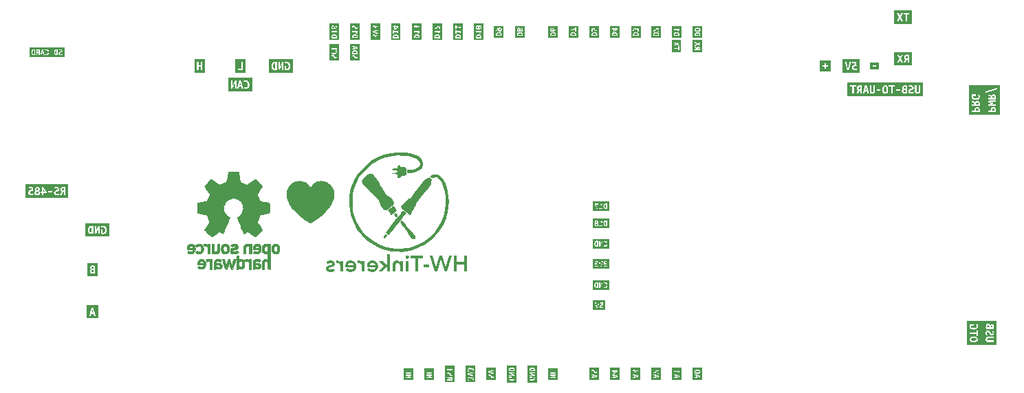
<source format=gbr>
%TF.GenerationSoftware,KiCad,Pcbnew,7.0.8*%
%TF.CreationDate,2024-02-15T12:40:34+05:30*%
%TF.ProjectId,ESP32-S3_DB,45535033-322d-4533-935f-44422e6b6963,rev?*%
%TF.SameCoordinates,Original*%
%TF.FileFunction,Legend,Bot*%
%TF.FilePolarity,Positive*%
%FSLAX46Y46*%
G04 Gerber Fmt 4.6, Leading zero omitted, Abs format (unit mm)*
G04 Created by KiCad (PCBNEW 7.0.8) date 2024-02-15 12:40:34*
%MOMM*%
%LPD*%
G01*
G04 APERTURE LIST*
%ADD10C,0.300000*%
%ADD11C,0.010000*%
G04 APERTURE END LIST*
D10*
G36*
X149627739Y-120459162D02*
G01*
X149273098Y-120459162D01*
X149273098Y-121272002D01*
X148342044Y-121272002D01*
X148342044Y-120459162D01*
X147987404Y-120459162D01*
X147987404Y-122460000D01*
X148342044Y-122460000D01*
X148342044Y-121584633D01*
X149273098Y-121584633D01*
X149273098Y-122460000D01*
X149627739Y-122460000D01*
X149627739Y-120459162D01*
G37*
G36*
X147776866Y-120459162D02*
G01*
X147388520Y-120459162D01*
X147014340Y-121900683D01*
X147008967Y-121900683D01*
X146561514Y-120459162D01*
X146212247Y-120459162D01*
X145773586Y-121900683D01*
X145767725Y-121900683D01*
X145376936Y-120459162D01*
X145016434Y-120459162D01*
X145596266Y-122460000D01*
X145933810Y-122460000D01*
X146395429Y-120936901D01*
X146400802Y-120936901D01*
X146862421Y-122460000D01*
X147188729Y-122460000D01*
X147776866Y-120459162D01*
G37*
G36*
X144279797Y-121928527D02*
G01*
X144974912Y-121928527D01*
X144974912Y-121615896D01*
X144279797Y-121615896D01*
X144279797Y-121928527D01*
G37*
G36*
X143598360Y-120771793D02*
G01*
X144208967Y-120771793D01*
X144208967Y-120459162D01*
X142633112Y-120459162D01*
X142633112Y-120771793D01*
X143243719Y-120771793D01*
X143243719Y-122460000D01*
X143598360Y-122460000D01*
X143598360Y-120771793D01*
G37*
G36*
X142425505Y-121115687D02*
G01*
X142087962Y-121115687D01*
X142087962Y-122460000D01*
X142425505Y-122460000D01*
X142425505Y-121115687D01*
G37*
G36*
X142473377Y-120662372D02*
G01*
X142472431Y-120642192D01*
X142469591Y-120622683D01*
X142463380Y-120599241D01*
X142454212Y-120576849D01*
X142444747Y-120559691D01*
X142433390Y-120543205D01*
X142420140Y-120527390D01*
X142412805Y-120519734D01*
X142397158Y-120505538D01*
X142380504Y-120493234D01*
X142362842Y-120482823D01*
X142344173Y-120474305D01*
X142324496Y-120467680D01*
X142303811Y-120462948D01*
X142282120Y-120460109D01*
X142259420Y-120459162D01*
X142236683Y-120460070D01*
X142214877Y-120462795D01*
X142194001Y-120467337D01*
X142174057Y-120473695D01*
X142155045Y-120481869D01*
X142136963Y-120491860D01*
X142119813Y-120503668D01*
X142103593Y-120517292D01*
X142088710Y-120532168D01*
X142075811Y-120547975D01*
X142064896Y-120564713D01*
X142055966Y-120582383D01*
X142049020Y-120600983D01*
X142044059Y-120620515D01*
X142041082Y-120640978D01*
X142040090Y-120662372D01*
X142041082Y-120683774D01*
X142044059Y-120704260D01*
X142049020Y-120723830D01*
X142055966Y-120742484D01*
X142064896Y-120760222D01*
X142075811Y-120777044D01*
X142088710Y-120792950D01*
X142103593Y-120807941D01*
X142119813Y-120821451D01*
X142136963Y-120833159D01*
X142155045Y-120843066D01*
X142174057Y-120851172D01*
X142194001Y-120857476D01*
X142214877Y-120861980D01*
X142236683Y-120864682D01*
X142259420Y-120865582D01*
X142282120Y-120864636D01*
X142303811Y-120861796D01*
X142324496Y-120857064D01*
X142344173Y-120850439D01*
X142362842Y-120841921D01*
X142380504Y-120831510D01*
X142397158Y-120819207D01*
X142412805Y-120805010D01*
X142427001Y-120789531D01*
X142439305Y-120773381D01*
X142449716Y-120756558D01*
X142460068Y-120734586D01*
X142467462Y-120711564D01*
X142471248Y-120692391D01*
X142473140Y-120672546D01*
X142473377Y-120662372D01*
G37*
G36*
X141704012Y-121115687D02*
G01*
X141383565Y-121115687D01*
X141383565Y-121341367D01*
X141377704Y-121341367D01*
X141368285Y-121322103D01*
X141357983Y-121303328D01*
X141346796Y-121285043D01*
X141334725Y-121267247D01*
X141321769Y-121249941D01*
X141307928Y-121233124D01*
X141293204Y-121216796D01*
X141277595Y-121200958D01*
X141261101Y-121185609D01*
X141243723Y-121170750D01*
X141231646Y-121161116D01*
X141212527Y-121147410D01*
X141192171Y-121135053D01*
X141170578Y-121124043D01*
X141147749Y-121114382D01*
X141123683Y-121106068D01*
X141098381Y-121099103D01*
X141071843Y-121093486D01*
X141044068Y-121089217D01*
X141015056Y-121086296D01*
X140995029Y-121085098D01*
X140974451Y-121084499D01*
X140963956Y-121084424D01*
X140939033Y-121084819D01*
X140914823Y-121086004D01*
X140891326Y-121087979D01*
X140868541Y-121090744D01*
X140846469Y-121094298D01*
X140825110Y-121098643D01*
X140804463Y-121103778D01*
X140784529Y-121109703D01*
X140765308Y-121116418D01*
X140746800Y-121123922D01*
X140734856Y-121129364D01*
X140711837Y-121140920D01*
X140689916Y-121153361D01*
X140669094Y-121166688D01*
X140649371Y-121180900D01*
X140630748Y-121195997D01*
X140613224Y-121211980D01*
X140596798Y-121228848D01*
X140581472Y-121246601D01*
X140567222Y-121265148D01*
X140554025Y-121284398D01*
X140541882Y-121304349D01*
X140530792Y-121325003D01*
X140520755Y-121346359D01*
X140511771Y-121368417D01*
X140503841Y-121391178D01*
X140496964Y-121414640D01*
X140491010Y-121438469D01*
X140485851Y-121462573D01*
X140481485Y-121486951D01*
X140477913Y-121511605D01*
X140475135Y-121536533D01*
X140473150Y-121561735D01*
X140471960Y-121587213D01*
X140471563Y-121612965D01*
X140471563Y-122460000D01*
X140809595Y-122460000D01*
X140809595Y-121787355D01*
X140809801Y-121766209D01*
X140810419Y-121744170D01*
X140811449Y-121721237D01*
X140812623Y-121701445D01*
X140814083Y-121681033D01*
X140815457Y-121664256D01*
X140817589Y-121643240D01*
X140820628Y-121622630D01*
X140824573Y-121602425D01*
X140829424Y-121582626D01*
X140835182Y-121563232D01*
X140841846Y-121544243D01*
X140844766Y-121536762D01*
X140852902Y-121518615D01*
X140862349Y-121501423D01*
X140875418Y-121482051D01*
X140890376Y-121464053D01*
X140904284Y-121450105D01*
X140919504Y-121437110D01*
X140936134Y-121425571D01*
X140954576Y-121415987D01*
X140974831Y-121408359D01*
X140996898Y-121402687D01*
X141020779Y-121398971D01*
X141041188Y-121397407D01*
X141057257Y-121397055D01*
X141077850Y-121397490D01*
X141097618Y-121398795D01*
X141121169Y-121401650D01*
X141143433Y-121405865D01*
X141164408Y-121411439D01*
X141184095Y-121418372D01*
X141198918Y-121424898D01*
X141216454Y-121433936D01*
X141236237Y-121446072D01*
X141254647Y-121459616D01*
X141271683Y-121474568D01*
X141287345Y-121490928D01*
X141294661Y-121499637D01*
X141308211Y-121517720D01*
X141320284Y-121536800D01*
X141330880Y-121556875D01*
X141339999Y-121577947D01*
X141347641Y-121600015D01*
X141349860Y-121607592D01*
X141354645Y-121626664D01*
X141358618Y-121646022D01*
X141361781Y-121665666D01*
X141364133Y-121685597D01*
X141365674Y-121705814D01*
X141366404Y-121726317D01*
X141366468Y-121734598D01*
X141366468Y-122460000D01*
X141704012Y-122460000D01*
X141704012Y-121115687D01*
G37*
G36*
X140097871Y-120336552D02*
G01*
X139760327Y-120336552D01*
X139760327Y-121673049D01*
X139240090Y-121115687D01*
X138806315Y-121115687D01*
X139386147Y-121726294D01*
X138770167Y-122460000D01*
X139217131Y-122460000D01*
X139754954Y-121773677D01*
X139760327Y-121773677D01*
X139760327Y-122460000D01*
X140097871Y-122460000D01*
X140097871Y-120336552D01*
G37*
G36*
X137947431Y-121084620D02*
G01*
X137975575Y-121085652D01*
X138003428Y-121087568D01*
X138030988Y-121090369D01*
X138058256Y-121094054D01*
X138085233Y-121098624D01*
X138111917Y-121104078D01*
X138138310Y-121110416D01*
X138164410Y-121117639D01*
X138190219Y-121125746D01*
X138215736Y-121134738D01*
X138232447Y-121141191D01*
X138256985Y-121151487D01*
X138280887Y-121162520D01*
X138304154Y-121174293D01*
X138326786Y-121186804D01*
X138348782Y-121200053D01*
X138370143Y-121214040D01*
X138390868Y-121228767D01*
X138410958Y-121244231D01*
X138430413Y-121260434D01*
X138449232Y-121277376D01*
X138461406Y-121289004D01*
X138479066Y-121307004D01*
X138496004Y-121325675D01*
X138512222Y-121345015D01*
X138527718Y-121365024D01*
X138542493Y-121385704D01*
X138556546Y-121407053D01*
X138569878Y-121429072D01*
X138582489Y-121451761D01*
X138594379Y-121475120D01*
X138605547Y-121499148D01*
X138609094Y-121507268D01*
X138619057Y-121531976D01*
X138628007Y-121557208D01*
X138635944Y-121582964D01*
X138642868Y-121609243D01*
X138648778Y-121636046D01*
X138653676Y-121663373D01*
X138657560Y-121691224D01*
X138660430Y-121719599D01*
X138662288Y-121748497D01*
X138662963Y-121768054D01*
X138663189Y-121787843D01*
X138662963Y-121807634D01*
X138661781Y-121836892D01*
X138659586Y-121865635D01*
X138656377Y-121893862D01*
X138652156Y-121921574D01*
X138646921Y-121948771D01*
X138640672Y-121975452D01*
X138633411Y-122001619D01*
X138625136Y-122027270D01*
X138615848Y-122052406D01*
X138605547Y-122077027D01*
X138598182Y-122093063D01*
X138586533Y-122116573D01*
X138574162Y-122139431D01*
X138561070Y-122161636D01*
X138547257Y-122183188D01*
X138532723Y-122204088D01*
X138517467Y-122224336D01*
X138501490Y-122243930D01*
X138484792Y-122262873D01*
X138467373Y-122281162D01*
X138449232Y-122298799D01*
X138436756Y-122310116D01*
X138417514Y-122326484D01*
X138397636Y-122342122D01*
X138377122Y-122357030D01*
X138355973Y-122371208D01*
X138334189Y-122384656D01*
X138311769Y-122397374D01*
X138288714Y-122409363D01*
X138265023Y-122420621D01*
X138240697Y-122431150D01*
X138215736Y-122440949D01*
X138198757Y-122447041D01*
X138173046Y-122455443D01*
X138147042Y-122462961D01*
X138120747Y-122469594D01*
X138094160Y-122475343D01*
X138067281Y-122480207D01*
X138040110Y-122484187D01*
X138012647Y-122487283D01*
X137984892Y-122489494D01*
X137956845Y-122490820D01*
X137928506Y-122491263D01*
X137908534Y-122491011D01*
X137888672Y-122490255D01*
X137868920Y-122488996D01*
X137849280Y-122487233D01*
X137829750Y-122484966D01*
X137810331Y-122482195D01*
X137791022Y-122478921D01*
X137771824Y-122475143D01*
X137752737Y-122470861D01*
X137733761Y-122466075D01*
X137714895Y-122460786D01*
X137696140Y-122454993D01*
X137677495Y-122448696D01*
X137658961Y-122441895D01*
X137640538Y-122434591D01*
X137622226Y-122426782D01*
X137604018Y-122418379D01*
X137586032Y-122409289D01*
X137568267Y-122399511D01*
X137550724Y-122389047D01*
X137533401Y-122377896D01*
X137516301Y-122366058D01*
X137499421Y-122353533D01*
X137482763Y-122340321D01*
X137466326Y-122326422D01*
X137450111Y-122311836D01*
X137434117Y-122296563D01*
X137418344Y-122280603D01*
X137402792Y-122263956D01*
X137387462Y-122246623D01*
X137372354Y-122228602D01*
X137357466Y-122209895D01*
X137599267Y-122027201D01*
X137615837Y-122046451D01*
X137633064Y-122064876D01*
X137650947Y-122082476D01*
X137669487Y-122099253D01*
X137688683Y-122115205D01*
X137708535Y-122130333D01*
X137729044Y-122144636D01*
X137750209Y-122158115D01*
X137772221Y-122170251D01*
X137795516Y-122180769D01*
X137813828Y-122187595D01*
X137832862Y-122193511D01*
X137852617Y-122198517D01*
X137873094Y-122202613D01*
X137894291Y-122205799D01*
X137916210Y-122208074D01*
X137938850Y-122209440D01*
X137962212Y-122209895D01*
X137979999Y-122209607D01*
X138006066Y-122208094D01*
X138031393Y-122205285D01*
X138055983Y-122201179D01*
X138079834Y-122195776D01*
X138102946Y-122189077D01*
X138125320Y-122181082D01*
X138146956Y-122171790D01*
X138167853Y-122161201D01*
X138188011Y-122149315D01*
X138207431Y-122136133D01*
X138219741Y-122126621D01*
X138236967Y-122111487D01*
X138252708Y-122095314D01*
X138266963Y-122078102D01*
X138279733Y-122059851D01*
X138291017Y-122040562D01*
X138300816Y-122020233D01*
X138309130Y-121998865D01*
X138315957Y-121976458D01*
X138321300Y-121953012D01*
X138325157Y-121928527D01*
X137295429Y-121928527D01*
X137295429Y-121833761D01*
X137295610Y-121811331D01*
X137296154Y-121789225D01*
X137297060Y-121767443D01*
X137298329Y-121745986D01*
X137299961Y-121724853D01*
X137301955Y-121704045D01*
X137304311Y-121683561D01*
X137307030Y-121663401D01*
X137309554Y-121647159D01*
X137632972Y-121647159D01*
X138325157Y-121647159D01*
X138322445Y-121631305D01*
X138317369Y-121608288D01*
X138311082Y-121586190D01*
X138303584Y-121565011D01*
X138294876Y-121544751D01*
X138284957Y-121525409D01*
X138273827Y-121506987D01*
X138261487Y-121489483D01*
X138247936Y-121472898D01*
X138233174Y-121457231D01*
X138217201Y-121442484D01*
X138205842Y-121433197D01*
X138187880Y-121420390D01*
X138168811Y-121408931D01*
X138148633Y-121398820D01*
X138127348Y-121390057D01*
X138104956Y-121382643D01*
X138081456Y-121376576D01*
X138056848Y-121371858D01*
X138031132Y-121368488D01*
X138004309Y-121366466D01*
X137976378Y-121365792D01*
X137956565Y-121366085D01*
X137927885Y-121367628D01*
X137900449Y-121370493D01*
X137874258Y-121374681D01*
X137849312Y-121380190D01*
X137825612Y-121387023D01*
X137803156Y-121395177D01*
X137781946Y-121404654D01*
X137761980Y-121415453D01*
X137743260Y-121427574D01*
X137725785Y-121441018D01*
X137714889Y-121450639D01*
X137699819Y-121465886D01*
X137686278Y-121482112D01*
X137674266Y-121499317D01*
X137663781Y-121517501D01*
X137654825Y-121536663D01*
X137647398Y-121556805D01*
X137641499Y-121577925D01*
X137637128Y-121600024D01*
X137634286Y-121623102D01*
X137632972Y-121647159D01*
X137309554Y-121647159D01*
X137310112Y-121643566D01*
X137313556Y-121624055D01*
X137319402Y-121595397D01*
X137326064Y-121567469D01*
X137333542Y-121540271D01*
X137341835Y-121513803D01*
X137347779Y-121496574D01*
X137357231Y-121471382D01*
X137367328Y-121446972D01*
X137378068Y-121423343D01*
X137389453Y-121400495D01*
X137401481Y-121378429D01*
X137414154Y-121357144D01*
X137427470Y-121336640D01*
X137441431Y-121316918D01*
X137456035Y-121297977D01*
X137471284Y-121279818D01*
X137481796Y-121268146D01*
X137498057Y-121251289D01*
X137514911Y-121235213D01*
X137532358Y-121219919D01*
X137550397Y-121205406D01*
X137569029Y-121191675D01*
X137588253Y-121178724D01*
X137608070Y-121166556D01*
X137628479Y-121155168D01*
X137649480Y-121144562D01*
X137671074Y-121134738D01*
X137685761Y-121128645D01*
X137708142Y-121120243D01*
X137730944Y-121112725D01*
X137754167Y-121106092D01*
X137777810Y-121100343D01*
X137801874Y-121095479D01*
X137826359Y-121091499D01*
X137851265Y-121088404D01*
X137876591Y-121086193D01*
X137902338Y-121084866D01*
X137928506Y-121084424D01*
X137947431Y-121084620D01*
G37*
G36*
X136989148Y-121115687D02*
G01*
X136651605Y-121115687D01*
X136651605Y-121325736D01*
X136646231Y-121325736D01*
X136635190Y-121304580D01*
X136623316Y-121284342D01*
X136610609Y-121265024D01*
X136597070Y-121246624D01*
X136582697Y-121229143D01*
X136567491Y-121212581D01*
X136551453Y-121196937D01*
X136534582Y-121182213D01*
X136516877Y-121168407D01*
X136498340Y-121155519D01*
X136485519Y-121147438D01*
X136465740Y-121136177D01*
X136445420Y-121126023D01*
X136424558Y-121116977D01*
X136403156Y-121109039D01*
X136381213Y-121102208D01*
X136358729Y-121096485D01*
X136335704Y-121091870D01*
X136312137Y-121088362D01*
X136288030Y-121085962D01*
X136263382Y-121084670D01*
X136246650Y-121084424D01*
X136225387Y-121084424D01*
X136204587Y-121084424D01*
X136186078Y-121084424D01*
X136165476Y-121084424D01*
X136144644Y-121084424D01*
X136125505Y-121084424D01*
X136125505Y-121428318D01*
X136146449Y-121421784D01*
X136167271Y-121415861D01*
X136187971Y-121410549D01*
X136208548Y-121405847D01*
X136228759Y-121402001D01*
X136248848Y-121399253D01*
X136268815Y-121397604D01*
X136288660Y-121397055D01*
X136310417Y-121397437D01*
X136331358Y-121398583D01*
X136351484Y-121400494D01*
X136377049Y-121404230D01*
X136401164Y-121409324D01*
X136423829Y-121415778D01*
X136445044Y-121423590D01*
X136464809Y-121432760D01*
X136478681Y-121440530D01*
X136496106Y-121451605D01*
X136512478Y-121463092D01*
X136531461Y-121478030D01*
X136548799Y-121493613D01*
X136564491Y-121509839D01*
X136578538Y-121526709D01*
X136588590Y-121540669D01*
X136599736Y-121558224D01*
X136609665Y-121575779D01*
X136618378Y-121593334D01*
X136627228Y-121614400D01*
X136634327Y-121635466D01*
X136638904Y-121653021D01*
X136643220Y-121673108D01*
X136647127Y-121694069D01*
X136650104Y-121714761D01*
X136651592Y-121735731D01*
X136651605Y-121737529D01*
X136651605Y-122460000D01*
X136989148Y-122460000D01*
X136989148Y-121115687D01*
G37*
G36*
X135278345Y-121084620D02*
G01*
X135306490Y-121085652D01*
X135334342Y-121087568D01*
X135361902Y-121090369D01*
X135389170Y-121094054D01*
X135416147Y-121098624D01*
X135442831Y-121104078D01*
X135469224Y-121110416D01*
X135495325Y-121117639D01*
X135521133Y-121125746D01*
X135546650Y-121134738D01*
X135563361Y-121141191D01*
X135587899Y-121151487D01*
X135611802Y-121162520D01*
X135635069Y-121174293D01*
X135657700Y-121186804D01*
X135679696Y-121200053D01*
X135701057Y-121214040D01*
X135721783Y-121228767D01*
X135741872Y-121244231D01*
X135761327Y-121260434D01*
X135780146Y-121277376D01*
X135792320Y-121289004D01*
X135809980Y-121307004D01*
X135826919Y-121325675D01*
X135843136Y-121345015D01*
X135858632Y-121365024D01*
X135873407Y-121385704D01*
X135887460Y-121407053D01*
X135900792Y-121429072D01*
X135913403Y-121451761D01*
X135925293Y-121475120D01*
X135936461Y-121499148D01*
X135940008Y-121507268D01*
X135949971Y-121531976D01*
X135958921Y-121557208D01*
X135966858Y-121582964D01*
X135973782Y-121609243D01*
X135979692Y-121636046D01*
X135984590Y-121663373D01*
X135988474Y-121691224D01*
X135991345Y-121719599D01*
X135993202Y-121748497D01*
X135993878Y-121768054D01*
X135994103Y-121787843D01*
X135993878Y-121807634D01*
X135992696Y-121836892D01*
X135990500Y-121865635D01*
X135987292Y-121893862D01*
X135983070Y-121921574D01*
X135977835Y-121948771D01*
X135971587Y-121975452D01*
X135964325Y-122001619D01*
X135956051Y-122027270D01*
X135946763Y-122052406D01*
X135936461Y-122077027D01*
X135929096Y-122093063D01*
X135917447Y-122116573D01*
X135905076Y-122139431D01*
X135891984Y-122161636D01*
X135878171Y-122183188D01*
X135863637Y-122204088D01*
X135848381Y-122224336D01*
X135832404Y-122243930D01*
X135815706Y-122262873D01*
X135798287Y-122281162D01*
X135780146Y-122298799D01*
X135767671Y-122310116D01*
X135748428Y-122326484D01*
X135728550Y-122342122D01*
X135708036Y-122357030D01*
X135686887Y-122371208D01*
X135665103Y-122384656D01*
X135642683Y-122397374D01*
X135619628Y-122409363D01*
X135595937Y-122420621D01*
X135571611Y-122431150D01*
X135546650Y-122440949D01*
X135529671Y-122447041D01*
X135503960Y-122455443D01*
X135477957Y-122462961D01*
X135451661Y-122469594D01*
X135425074Y-122475343D01*
X135398195Y-122480207D01*
X135371024Y-122484187D01*
X135343561Y-122487283D01*
X135315806Y-122489494D01*
X135287759Y-122490820D01*
X135259420Y-122491263D01*
X135239448Y-122491011D01*
X135219586Y-122490255D01*
X135199835Y-122488996D01*
X135180194Y-122487233D01*
X135160664Y-122484966D01*
X135141245Y-122482195D01*
X135121936Y-122478921D01*
X135102739Y-122475143D01*
X135083651Y-122470861D01*
X135064675Y-122466075D01*
X135045809Y-122460786D01*
X135027054Y-122454993D01*
X135008409Y-122448696D01*
X134989875Y-122441895D01*
X134971452Y-122434591D01*
X134953140Y-122426782D01*
X134934932Y-122418379D01*
X134916946Y-122409289D01*
X134899181Y-122399511D01*
X134881638Y-122389047D01*
X134864316Y-122377896D01*
X134847215Y-122366058D01*
X134830335Y-122353533D01*
X134813677Y-122340321D01*
X134797240Y-122326422D01*
X134781025Y-122311836D01*
X134765031Y-122296563D01*
X134749258Y-122280603D01*
X134733707Y-122263956D01*
X134718377Y-122246623D01*
X134703268Y-122228602D01*
X134688381Y-122209895D01*
X134930181Y-122027201D01*
X134946751Y-122046451D01*
X134963978Y-122064876D01*
X134981861Y-122082476D01*
X135000401Y-122099253D01*
X135019597Y-122115205D01*
X135039449Y-122130333D01*
X135059958Y-122144636D01*
X135081123Y-122158115D01*
X135103135Y-122170251D01*
X135126430Y-122180769D01*
X135144743Y-122187595D01*
X135163776Y-122193511D01*
X135183531Y-122198517D01*
X135204008Y-122202613D01*
X135225205Y-122205799D01*
X135247124Y-122208074D01*
X135269764Y-122209440D01*
X135293126Y-122209895D01*
X135310914Y-122209607D01*
X135336980Y-122208094D01*
X135362308Y-122205285D01*
X135386897Y-122201179D01*
X135410748Y-122195776D01*
X135433860Y-122189077D01*
X135456234Y-122181082D01*
X135477870Y-122171790D01*
X135498767Y-122161201D01*
X135518925Y-122149315D01*
X135538346Y-122136133D01*
X135550655Y-122126621D01*
X135567881Y-122111487D01*
X135583622Y-122095314D01*
X135597877Y-122078102D01*
X135610647Y-122059851D01*
X135621932Y-122040562D01*
X135631730Y-122020233D01*
X135640044Y-121998865D01*
X135646872Y-121976458D01*
X135652214Y-121953012D01*
X135656071Y-121928527D01*
X134626343Y-121928527D01*
X134626343Y-121833761D01*
X134626524Y-121811331D01*
X134627068Y-121789225D01*
X134627974Y-121767443D01*
X134629243Y-121745986D01*
X134630875Y-121724853D01*
X134632869Y-121704045D01*
X134635225Y-121683561D01*
X134637944Y-121663401D01*
X134640468Y-121647159D01*
X134963886Y-121647159D01*
X135656071Y-121647159D01*
X135653359Y-121631305D01*
X135648283Y-121608288D01*
X135641996Y-121586190D01*
X135634499Y-121565011D01*
X135625790Y-121544751D01*
X135615871Y-121525409D01*
X135604742Y-121506987D01*
X135592401Y-121489483D01*
X135578850Y-121472898D01*
X135564088Y-121457231D01*
X135548115Y-121442484D01*
X135536756Y-121433197D01*
X135518794Y-121420390D01*
X135499725Y-121408931D01*
X135479548Y-121398820D01*
X135458263Y-121390057D01*
X135435870Y-121382643D01*
X135412370Y-121376576D01*
X135387762Y-121371858D01*
X135362046Y-121368488D01*
X135335223Y-121366466D01*
X135307292Y-121365792D01*
X135287480Y-121366085D01*
X135258799Y-121367628D01*
X135231363Y-121370493D01*
X135205172Y-121374681D01*
X135180226Y-121380190D01*
X135156526Y-121387023D01*
X135134070Y-121395177D01*
X135112860Y-121404654D01*
X135092894Y-121415453D01*
X135074174Y-121427574D01*
X135056699Y-121441018D01*
X135045803Y-121450639D01*
X135030734Y-121465886D01*
X135017192Y-121482112D01*
X135005180Y-121499317D01*
X134994695Y-121517501D01*
X134985740Y-121536663D01*
X134978312Y-121556805D01*
X134972413Y-121577925D01*
X134968042Y-121600024D01*
X134965200Y-121623102D01*
X134963886Y-121647159D01*
X134640468Y-121647159D01*
X134641026Y-121643566D01*
X134644470Y-121624055D01*
X134650316Y-121595397D01*
X134656978Y-121567469D01*
X134664456Y-121540271D01*
X134672749Y-121513803D01*
X134678693Y-121496574D01*
X134688145Y-121471382D01*
X134698242Y-121446972D01*
X134708982Y-121423343D01*
X134720367Y-121400495D01*
X134732395Y-121378429D01*
X134745068Y-121357144D01*
X134758384Y-121336640D01*
X134772345Y-121316918D01*
X134786949Y-121297977D01*
X134802198Y-121279818D01*
X134812710Y-121268146D01*
X134828971Y-121251289D01*
X134845826Y-121235213D01*
X134863272Y-121219919D01*
X134881311Y-121205406D01*
X134899943Y-121191675D01*
X134919167Y-121178724D01*
X134938984Y-121166556D01*
X134959393Y-121155168D01*
X134980394Y-121144562D01*
X135001988Y-121134738D01*
X135016675Y-121128645D01*
X135039056Y-121120243D01*
X135061858Y-121112725D01*
X135085081Y-121106092D01*
X135108724Y-121100343D01*
X135132788Y-121095479D01*
X135157273Y-121091499D01*
X135182179Y-121088404D01*
X135207505Y-121086193D01*
X135233252Y-121084866D01*
X135259420Y-121084424D01*
X135278345Y-121084620D01*
G37*
G36*
X134345464Y-121115687D02*
G01*
X134007920Y-121115687D01*
X134007920Y-121325736D01*
X134002547Y-121325736D01*
X133991506Y-121304580D01*
X133979632Y-121284342D01*
X133966925Y-121265024D01*
X133953385Y-121246624D01*
X133939012Y-121229143D01*
X133923807Y-121212581D01*
X133907768Y-121196937D01*
X133890897Y-121182213D01*
X133873193Y-121168407D01*
X133854656Y-121155519D01*
X133841835Y-121147438D01*
X133822055Y-121136177D01*
X133801735Y-121126023D01*
X133780874Y-121116977D01*
X133759472Y-121109039D01*
X133737528Y-121102208D01*
X133715044Y-121096485D01*
X133692019Y-121091870D01*
X133668453Y-121088362D01*
X133644346Y-121085962D01*
X133619698Y-121084670D01*
X133602965Y-121084424D01*
X133581703Y-121084424D01*
X133560902Y-121084424D01*
X133542393Y-121084424D01*
X133521792Y-121084424D01*
X133500960Y-121084424D01*
X133481821Y-121084424D01*
X133481821Y-121428318D01*
X133502765Y-121421784D01*
X133523586Y-121415861D01*
X133544286Y-121410549D01*
X133564863Y-121405847D01*
X133585075Y-121402001D01*
X133605163Y-121399253D01*
X133625130Y-121397604D01*
X133644975Y-121397055D01*
X133666732Y-121397437D01*
X133687674Y-121398583D01*
X133707799Y-121400494D01*
X133733365Y-121404230D01*
X133757480Y-121409324D01*
X133780145Y-121415778D01*
X133801360Y-121423590D01*
X133821124Y-121432760D01*
X133834996Y-121440530D01*
X133852421Y-121451605D01*
X133868793Y-121463092D01*
X133887777Y-121478030D01*
X133905115Y-121493613D01*
X133920807Y-121509839D01*
X133934853Y-121526709D01*
X133944905Y-121540669D01*
X133956051Y-121558224D01*
X133965981Y-121575779D01*
X133974694Y-121593334D01*
X133983544Y-121614400D01*
X133990642Y-121635466D01*
X133995219Y-121653021D01*
X133999536Y-121673108D01*
X134003442Y-121694069D01*
X134006419Y-121714761D01*
X134007908Y-121735731D01*
X134007920Y-121737529D01*
X134007920Y-122460000D01*
X134345464Y-122460000D01*
X134345464Y-121115687D01*
G37*
G36*
X132537090Y-121503545D02*
G01*
X132549628Y-121486863D01*
X132562697Y-121471259D01*
X132576296Y-121456730D01*
X132597690Y-121436955D01*
X132620277Y-121419601D01*
X132644058Y-121404669D01*
X132669032Y-121392158D01*
X132695200Y-121382069D01*
X132722561Y-121374401D01*
X132751116Y-121369155D01*
X132770816Y-121367002D01*
X132791046Y-121365926D01*
X132801360Y-121365792D01*
X132822367Y-121366603D01*
X132843254Y-121369035D01*
X132864021Y-121373090D01*
X132884670Y-121378767D01*
X132905199Y-121386066D01*
X132925609Y-121394986D01*
X132933740Y-121399009D01*
X132952316Y-121410391D01*
X132967743Y-121423776D01*
X132980022Y-121439166D01*
X132989153Y-121456558D01*
X132995135Y-121475955D01*
X132997968Y-121497354D01*
X132998220Y-121506475D01*
X132996348Y-121528039D01*
X132990732Y-121547302D01*
X132979449Y-121566867D01*
X132965722Y-121581144D01*
X132948251Y-121593119D01*
X132944975Y-121594891D01*
X132923846Y-121604875D01*
X132904743Y-121612774D01*
X132884281Y-121620293D01*
X132862459Y-121627429D01*
X132839277Y-121634184D01*
X132819753Y-121639313D01*
X132809665Y-121641786D01*
X132789079Y-121646579D01*
X132768113Y-121651434D01*
X132746764Y-121656349D01*
X132725034Y-121661325D01*
X132702923Y-121666363D01*
X132680430Y-121671461D01*
X132657555Y-121676621D01*
X132634298Y-121681842D01*
X132610927Y-121687322D01*
X132587953Y-121693504D01*
X132565376Y-121700389D01*
X132543196Y-121707976D01*
X132521412Y-121716265D01*
X132500026Y-121725256D01*
X132479036Y-121734949D01*
X132458443Y-121745345D01*
X132438492Y-121756473D01*
X132419426Y-121768609D01*
X132401245Y-121781752D01*
X132383949Y-121795903D01*
X132367539Y-121811062D01*
X132352015Y-121827227D01*
X132337375Y-121844401D01*
X132323621Y-121862581D01*
X132311028Y-121882006D01*
X132300113Y-121903156D01*
X132290877Y-121926031D01*
X132283321Y-121950631D01*
X132278756Y-121970213D01*
X132275135Y-121990765D01*
X132272459Y-122012288D01*
X132270727Y-122034780D01*
X132269940Y-122058243D01*
X132269888Y-122066280D01*
X132270347Y-122088210D01*
X132271725Y-122109488D01*
X132274022Y-122130113D01*
X132277238Y-122150086D01*
X132281373Y-122169406D01*
X132288314Y-122194151D01*
X132296890Y-122217735D01*
X132307098Y-122240160D01*
X132318940Y-122261424D01*
X132322156Y-122266559D01*
X132335589Y-122286343D01*
X132350000Y-122305150D01*
X132365387Y-122322979D01*
X132381751Y-122339832D01*
X132399092Y-122355708D01*
X132417411Y-122370607D01*
X132436706Y-122384528D01*
X132456978Y-122397473D01*
X132478067Y-122409495D01*
X132499812Y-122420646D01*
X132522214Y-122430927D01*
X132545272Y-122440338D01*
X132568986Y-122448879D01*
X132593357Y-122456550D01*
X132618384Y-122463350D01*
X132637585Y-122467880D01*
X132644068Y-122469281D01*
X132663577Y-122473209D01*
X132683086Y-122476751D01*
X132702595Y-122479907D01*
X132722103Y-122482676D01*
X132741612Y-122485059D01*
X132761121Y-122487055D01*
X132780630Y-122488665D01*
X132800139Y-122489889D01*
X132826151Y-122490919D01*
X132852163Y-122491263D01*
X132871727Y-122491068D01*
X132900708Y-122490046D01*
X132929252Y-122488148D01*
X132957358Y-122485375D01*
X132985025Y-122481726D01*
X133012255Y-122477200D01*
X133039047Y-122471799D01*
X133065401Y-122465523D01*
X133091317Y-122458370D01*
X133116795Y-122450341D01*
X133141835Y-122441437D01*
X133166407Y-122431290D01*
X133190481Y-122419719D01*
X133214057Y-122406721D01*
X133237135Y-122392298D01*
X133259715Y-122376450D01*
X133281797Y-122359177D01*
X133303381Y-122340478D01*
X133324467Y-122320354D01*
X133338248Y-122306146D01*
X133351807Y-122291304D01*
X133365145Y-122275829D01*
X133378262Y-122259720D01*
X133153070Y-122043810D01*
X133136790Y-122061708D01*
X133120189Y-122078767D01*
X133103267Y-122094986D01*
X133086025Y-122110366D01*
X133068463Y-122124906D01*
X133050580Y-122138606D01*
X133032376Y-122151467D01*
X133013852Y-122163489D01*
X132994671Y-122174365D01*
X132974498Y-122183791D01*
X132953333Y-122191767D01*
X132931175Y-122198293D01*
X132908026Y-122203369D01*
X132883884Y-122206994D01*
X132858750Y-122209170D01*
X132832623Y-122209895D01*
X132811784Y-122209277D01*
X132790480Y-122207422D01*
X132768713Y-122204331D01*
X132756420Y-122202079D01*
X132737002Y-122197255D01*
X132718318Y-122191088D01*
X132698173Y-122182544D01*
X132683147Y-122174724D01*
X132665192Y-122163274D01*
X132649247Y-122150355D01*
X132635310Y-122135968D01*
X132628436Y-122127341D01*
X132618283Y-122110395D01*
X132611452Y-122091981D01*
X132607944Y-122072098D01*
X132607431Y-122060418D01*
X132608743Y-122040058D01*
X132613781Y-122017893D01*
X132622596Y-121998201D01*
X132635190Y-121980982D01*
X132651562Y-121966236D01*
X132661165Y-121959790D01*
X132678496Y-121949873D01*
X132697210Y-121940575D01*
X132717307Y-121931898D01*
X132738788Y-121923841D01*
X132761653Y-121916404D01*
X132780940Y-121910901D01*
X132795987Y-121907034D01*
X132816580Y-121901950D01*
X132837569Y-121896959D01*
X132858956Y-121892059D01*
X132880739Y-121887250D01*
X132902920Y-121882533D01*
X132925497Y-121877908D01*
X132948471Y-121873374D01*
X132971842Y-121868932D01*
X132995213Y-121864085D01*
X133018187Y-121858582D01*
X133040764Y-121852423D01*
X133062944Y-121845607D01*
X133084728Y-121838134D01*
X133106114Y-121830006D01*
X133127104Y-121821220D01*
X133147697Y-121811779D01*
X133167656Y-121801406D01*
X133186745Y-121790072D01*
X133204964Y-121777776D01*
X133222313Y-121764518D01*
X133238792Y-121750298D01*
X133254400Y-121735117D01*
X133269139Y-121718974D01*
X133283007Y-121701870D01*
X133295486Y-121683315D01*
X133306302Y-121663066D01*
X133315453Y-121641122D01*
X133322941Y-121617484D01*
X133328765Y-121592151D01*
X133332040Y-121572040D01*
X133334380Y-121550975D01*
X133335784Y-121528958D01*
X133336252Y-121505987D01*
X133335844Y-121485815D01*
X133334621Y-121466151D01*
X133331720Y-121440719D01*
X133327370Y-121416188D01*
X133321569Y-121392557D01*
X133314318Y-121369827D01*
X133305617Y-121347998D01*
X133295465Y-121327070D01*
X133289846Y-121316943D01*
X133277779Y-121297358D01*
X133264781Y-121278658D01*
X133250851Y-121260843D01*
X133235990Y-121243914D01*
X133220199Y-121227871D01*
X133203476Y-121212712D01*
X133185821Y-121198439D01*
X133167236Y-121185052D01*
X133147842Y-121172534D01*
X133127760Y-121160872D01*
X133106992Y-121150064D01*
X133085537Y-121140111D01*
X133063395Y-121131013D01*
X133040566Y-121122770D01*
X133017050Y-121115382D01*
X132992847Y-121108848D01*
X132968140Y-121103124D01*
X132943357Y-121098162D01*
X132918498Y-121093965D01*
X132893562Y-121090530D01*
X132868550Y-121087858D01*
X132843462Y-121085950D01*
X132818297Y-121084805D01*
X132793056Y-121084424D01*
X132767715Y-121084849D01*
X132742435Y-121086124D01*
X132717214Y-121088249D01*
X132692054Y-121091224D01*
X132666954Y-121095050D01*
X132641914Y-121099725D01*
X132616934Y-121105251D01*
X132592014Y-121111626D01*
X132567154Y-121118852D01*
X132542354Y-121126928D01*
X132525854Y-121132784D01*
X132501480Y-121142457D01*
X132477998Y-121153340D01*
X132455409Y-121165435D01*
X132433714Y-121178740D01*
X132412911Y-121193255D01*
X132393002Y-121208982D01*
X132373985Y-121225919D01*
X132355861Y-121244067D01*
X132338631Y-121263426D01*
X132322293Y-121283995D01*
X132311898Y-121298381D01*
X132537090Y-121503545D01*
G37*
%TO.C,kibuzzard-65CDB868*%
G36*
X136400444Y-94593788D02*
G01*
X136400444Y-96206212D01*
X136400444Y-96437722D01*
X135219556Y-96437722D01*
X135219556Y-96206212D01*
X135219556Y-95992852D01*
X135451066Y-95992852D01*
X135455650Y-96069806D01*
X135469402Y-96129536D01*
X135503295Y-96206212D01*
X135614420Y-96166207D01*
X135581083Y-96094531D01*
X135569414Y-96048275D01*
X135565525Y-95992852D01*
X135572748Y-95935623D01*
X135592751Y-95899507D01*
X135621643Y-95881171D01*
X135654425Y-95876171D01*
X135692208Y-95888394D01*
X135721656Y-95919509D01*
X135744992Y-95961737D01*
X135764439Y-96008409D01*
X135789998Y-96072862D01*
X135826669Y-96133425D01*
X135881676Y-96178431D01*
X135963353Y-96196211D01*
X136049474Y-96180514D01*
X136114483Y-96133425D01*
X136144733Y-96086320D01*
X136162884Y-96028721D01*
X136168934Y-95960626D01*
X136165322Y-95901313D01*
X136154488Y-95850056D01*
X136122261Y-95770602D01*
X136016693Y-95810607D01*
X136043363Y-95872281D01*
X136054475Y-95950624D01*
X136045708Y-96011126D01*
X136019409Y-96047427D01*
X135975576Y-96059527D01*
X135940572Y-96048414D01*
X135913902Y-96020078D01*
X135893344Y-95981184D01*
X135876675Y-95938401D01*
X135849449Y-95871170D01*
X135809444Y-95806717D01*
X135747214Y-95758378D01*
X135705126Y-95744210D01*
X135653314Y-95739487D01*
X135567609Y-95755183D01*
X135503851Y-95802273D01*
X135474526Y-95851353D01*
X135456931Y-95914879D01*
X135451066Y-95992852D01*
X135219556Y-95992852D01*
X135219556Y-95488344D01*
X135456623Y-95488344D01*
X135460512Y-95560020D01*
X135473291Y-95635029D01*
X136144486Y-95635029D01*
X136157821Y-95547241D01*
X136161155Y-95470564D01*
X136156154Y-95405695D01*
X136141153Y-95346660D01*
X136115455Y-95294848D01*
X136078367Y-95251648D01*
X136029750Y-95217060D01*
X135969464Y-95191085D01*
X135896539Y-95174833D01*
X135810000Y-95169416D01*
X135721517Y-95175389D01*
X135647202Y-95193308D01*
X135586222Y-95221783D01*
X135537744Y-95259427D01*
X135501211Y-95305683D01*
X135476069Y-95359995D01*
X135461484Y-95421253D01*
X135456623Y-95488344D01*
X135219556Y-95488344D01*
X135219556Y-94740473D01*
X135465513Y-94740473D01*
X135624421Y-94772699D01*
X135624421Y-94956056D01*
X135465513Y-94987171D01*
X135465513Y-95129411D01*
X135545411Y-95109808D01*
X135622421Y-95090117D01*
X135696541Y-95070337D01*
X135767773Y-95050467D01*
X135836114Y-95030509D01*
X135918659Y-95005715D01*
X135999051Y-94981337D01*
X136077290Y-94957375D01*
X136153376Y-94933831D01*
X136153376Y-94784923D01*
X136076665Y-94760510D01*
X135997662Y-94736167D01*
X135916367Y-94711893D01*
X135832781Y-94687689D01*
X135763861Y-94668464D01*
X135692674Y-94649462D01*
X135619221Y-94630682D01*
X135543500Y-94612124D01*
X135465513Y-94593788D01*
X135465513Y-94740473D01*
X135219556Y-94740473D01*
X135219556Y-94593788D01*
X135219556Y-94362278D01*
X136400444Y-94362278D01*
X136400444Y-94593788D01*
G37*
G36*
X135896678Y-95314989D02*
G01*
X135971131Y-95338326D01*
X136022804Y-95383887D01*
X136042251Y-95458341D01*
X136041696Y-95478343D01*
X136038918Y-95498346D01*
X135576638Y-95498346D01*
X135575526Y-95486122D01*
X135575526Y-95473898D01*
X135593306Y-95395555D01*
X135642201Y-95344438D01*
X135716099Y-95316656D01*
X135760966Y-95310405D01*
X135810000Y-95308322D01*
X135896678Y-95314989D01*
G37*
G36*
X135808889Y-94809371D02*
G01*
X135877231Y-94824372D01*
X135946128Y-94842152D01*
X136020026Y-94862711D01*
X135946128Y-94883269D01*
X135877231Y-94901049D01*
X135808889Y-94916606D01*
X135737769Y-94930497D01*
X135737769Y-94796036D01*
X135808889Y-94809371D01*
G37*
%TO.C,kibuzzard-65CDB80D*%
G36*
X133840444Y-94611012D02*
G01*
X133840444Y-96188988D01*
X133840444Y-96420498D01*
X132659556Y-96420498D01*
X132659556Y-96188988D01*
X132659556Y-95975628D01*
X132891066Y-95975628D01*
X132895650Y-96052582D01*
X132909402Y-96112311D01*
X132943295Y-96188988D01*
X133054420Y-96148982D01*
X133021083Y-96077307D01*
X133009414Y-96031051D01*
X133005525Y-95975628D01*
X133012748Y-95918398D01*
X133032751Y-95882283D01*
X133061643Y-95863947D01*
X133094425Y-95858946D01*
X133132208Y-95871170D01*
X133161656Y-95902285D01*
X133184992Y-95944513D01*
X133204439Y-95991185D01*
X133229998Y-96055638D01*
X133266669Y-96116201D01*
X133321676Y-96161206D01*
X133403353Y-96178986D01*
X133489474Y-96163290D01*
X133554483Y-96116201D01*
X133584733Y-96069096D01*
X133602884Y-96011496D01*
X133608934Y-95943401D01*
X133605322Y-95884088D01*
X133594488Y-95832832D01*
X133562261Y-95753378D01*
X133456693Y-95793383D01*
X133483363Y-95855057D01*
X133494475Y-95933400D01*
X133485708Y-95993901D01*
X133459409Y-96030202D01*
X133415576Y-96042303D01*
X133380572Y-96031190D01*
X133353902Y-96002853D01*
X133333344Y-95963959D01*
X133316675Y-95921176D01*
X133289449Y-95853946D01*
X133249444Y-95789493D01*
X133187214Y-95741154D01*
X133145126Y-95726985D01*
X133093314Y-95722262D01*
X133007609Y-95737959D01*
X132943851Y-95785048D01*
X132914526Y-95834128D01*
X132896931Y-95897655D01*
X132891066Y-95975628D01*
X132659556Y-95975628D01*
X132659556Y-95348883D01*
X132891066Y-95348883D01*
X132901438Y-95438276D01*
X132932553Y-95512360D01*
X132984411Y-95571133D01*
X133036015Y-95604678D01*
X133097481Y-95628640D01*
X133168809Y-95643016D01*
X133250000Y-95647809D01*
X133330843Y-95641975D01*
X133402241Y-95624472D01*
X133463777Y-95596552D01*
X133515033Y-95559464D01*
X133555594Y-95513903D01*
X133585042Y-95460563D01*
X133602961Y-95400695D01*
X133608934Y-95335548D01*
X133602822Y-95269428D01*
X133588931Y-95217755D01*
X133572263Y-95180528D01*
X133558928Y-95157748D01*
X133450025Y-95193308D01*
X133478362Y-95254982D01*
X133490030Y-95337770D01*
X133478362Y-95400556D01*
X133439468Y-95455007D01*
X133366681Y-95493901D01*
X133315564Y-95505152D01*
X133253334Y-95508903D01*
X133180917Y-95504396D01*
X133120725Y-95490876D01*
X133072756Y-95468342D01*
X133025666Y-95414863D01*
X133009970Y-95335548D01*
X133022194Y-95247203D01*
X133046641Y-95191085D01*
X132938850Y-95156636D01*
X132906068Y-95234979D01*
X132894817Y-95288180D01*
X132891066Y-95348883D01*
X132659556Y-95348883D01*
X132659556Y-94611012D01*
X132905513Y-94611012D01*
X132905513Y-95043289D01*
X133593376Y-95043289D01*
X133593376Y-94905494D01*
X133018860Y-94905494D01*
X133018860Y-94611012D01*
X132905513Y-94611012D01*
X132659556Y-94611012D01*
X132659556Y-94379502D01*
X133840444Y-94379502D01*
X133840444Y-94611012D01*
G37*
%TO.C,kibuzzard-65A93334*%
G36*
X121715875Y-99205531D02*
G01*
X121741275Y-99303956D01*
X121763500Y-99401587D01*
X121783344Y-99503187D01*
X121591256Y-99503187D01*
X121610306Y-99401587D01*
X121631737Y-99303956D01*
X121657138Y-99205531D01*
X121686506Y-99099962D01*
X121715875Y-99205531D01*
G37*
G36*
X123163410Y-100243492D02*
G01*
X122832681Y-100243492D01*
X122405644Y-100243492D01*
X121511881Y-100243492D01*
X120724481Y-100243492D01*
X120567319Y-100243492D01*
X120236590Y-100243492D01*
X120236590Y-98909462D01*
X120567319Y-98909462D01*
X120567319Y-99892125D01*
X120724481Y-99892125D01*
X120770254Y-99783205D01*
X120818673Y-99674461D01*
X120869738Y-99565894D01*
X120923448Y-99457326D01*
X120979804Y-99348583D01*
X121038806Y-99239662D01*
X121038806Y-99892125D01*
X121215019Y-99892125D01*
X121302331Y-99892125D01*
X121511881Y-99892125D01*
X121557919Y-99665113D01*
X121819856Y-99665113D01*
X121864306Y-99892125D01*
X122067506Y-99892125D01*
X122055822Y-99844500D01*
X122131006Y-99844500D01*
X122242925Y-99891331D01*
X122318927Y-99907405D01*
X122405644Y-99912762D01*
X122533349Y-99897946D01*
X122639183Y-99853496D01*
X122723144Y-99779412D01*
X122771066Y-99705693D01*
X122805297Y-99617884D01*
X122825835Y-99515987D01*
X122832681Y-99400000D01*
X122824347Y-99284509D01*
X122799344Y-99182512D01*
X122759458Y-99094605D01*
X122706475Y-99021381D01*
X122641388Y-98963437D01*
X122565188Y-98921369D01*
X122479661Y-98895770D01*
X122386594Y-98887237D01*
X122292138Y-98895969D01*
X122218319Y-98915812D01*
X122165138Y-98939625D01*
X122132594Y-98958675D01*
X122183394Y-99114250D01*
X122271500Y-99073769D01*
X122389769Y-99057100D01*
X122479463Y-99073769D01*
X122557250Y-99129331D01*
X122612813Y-99233312D01*
X122628886Y-99306337D01*
X122634244Y-99395237D01*
X122627806Y-99498690D01*
X122608491Y-99584679D01*
X122576300Y-99653206D01*
X122499902Y-99720477D01*
X122386594Y-99742900D01*
X122260388Y-99725437D01*
X122180219Y-99690512D01*
X122131006Y-99844500D01*
X122055822Y-99844500D01*
X122039503Y-99777984D01*
X122011372Y-99667970D01*
X121983115Y-99562084D01*
X121954730Y-99460325D01*
X121926219Y-99362694D01*
X121890798Y-99244772D01*
X121855972Y-99129927D01*
X121821741Y-99018157D01*
X121788106Y-98909462D01*
X121575381Y-98909462D01*
X121540506Y-99019050D01*
X121505730Y-99131911D01*
X121471053Y-99248046D01*
X121436475Y-99367456D01*
X121409011Y-99465913D01*
X121381865Y-99567608D01*
X121355036Y-99672542D01*
X121328525Y-99780714D01*
X121302331Y-99892125D01*
X121215019Y-99892125D01*
X121215019Y-98909462D01*
X121057856Y-98909462D01*
X121013406Y-98982289D01*
X120968956Y-99061069D01*
X120925102Y-99142627D01*
X120882437Y-99223787D01*
X120841956Y-99303559D01*
X120804650Y-99380950D01*
X120771511Y-99452387D01*
X120743531Y-99514300D01*
X120743531Y-98909462D01*
X120567319Y-98909462D01*
X120236590Y-98909462D01*
X120236590Y-98556508D01*
X120567319Y-98556508D01*
X122832681Y-98556508D01*
X123163410Y-98556508D01*
X123163410Y-100243492D01*
G37*
%TO.C,kibuzzard-65ABCD6A*%
G36*
X166661021Y-127182665D02*
G01*
X166429511Y-127182665D01*
X166243932Y-127182665D01*
X165706087Y-127182665D01*
X165370489Y-127182665D01*
X165138979Y-127182665D01*
X165138979Y-126248845D01*
X165370489Y-126248845D01*
X165385352Y-126319409D01*
X165403271Y-126397753D01*
X165424107Y-126482069D01*
X165447721Y-126570552D01*
X165464946Y-126631300D01*
X165483281Y-126692789D01*
X165502728Y-126755019D01*
X165522978Y-126816941D01*
X165543721Y-126877504D01*
X165564958Y-126936709D01*
X165706087Y-126936709D01*
X165733590Y-126855032D01*
X165762761Y-126763354D01*
X165773264Y-126728905D01*
X165971676Y-126728905D01*
X165988344Y-126817249D01*
X166039462Y-126887814D01*
X166078078Y-126914484D01*
X166125028Y-126934486D01*
X166180313Y-126946988D01*
X166243932Y-126951155D01*
X166298383Y-126947821D01*
X166351723Y-126939487D01*
X166397840Y-126927819D01*
X166429511Y-126915595D01*
X166401729Y-126802248D01*
X166339499Y-126824473D01*
X166296994Y-126831973D01*
X166245043Y-126834474D01*
X166178924Y-126825584D01*
X166137807Y-126802803D01*
X166117249Y-126771133D01*
X166111693Y-126734461D01*
X166121139Y-126681677D01*
X166158921Y-126640561D01*
X166239487Y-126613891D01*
X166299772Y-126606806D01*
X166376171Y-126604445D01*
X166366169Y-126512072D01*
X166358391Y-126421644D01*
X166352557Y-126333717D01*
X166348389Y-126248845D01*
X165997234Y-126248845D01*
X165997234Y-126362193D01*
X166233931Y-126362193D01*
X166239487Y-126436646D01*
X166245043Y-126499988D01*
X166160959Y-126511347D01*
X166092431Y-126533572D01*
X166039462Y-126566663D01*
X166001803Y-126610372D01*
X165979207Y-126664453D01*
X165971676Y-126728905D01*
X165773264Y-126728905D01*
X165782393Y-126698963D01*
X165801284Y-126634696D01*
X165819434Y-126570552D01*
X165836597Y-126507643D01*
X165852525Y-126447080D01*
X165867218Y-126388863D01*
X165885554Y-126311075D01*
X165898333Y-126248845D01*
X165753871Y-126248845D01*
X165745536Y-126306491D01*
X165733868Y-126372749D01*
X165719839Y-126444425D01*
X165704420Y-126518323D01*
X165687751Y-126592777D01*
X165669971Y-126666119D01*
X165651775Y-126735156D01*
X165633856Y-126796691D01*
X165616076Y-126735989D01*
X165598296Y-126667231D01*
X165581071Y-126593888D01*
X165564958Y-126519434D01*
X165549956Y-126445397D01*
X165536066Y-126373305D01*
X165523842Y-126306630D01*
X165513841Y-126248845D01*
X165370489Y-126248845D01*
X165138979Y-126248845D01*
X165138979Y-126017335D01*
X165370489Y-126017335D01*
X166429511Y-126017335D01*
X166661021Y-126017335D01*
X166661021Y-127182665D01*
G37*
%TO.C,kibuzzard-65A932F7*%
G36*
X117356167Y-97922060D02*
G01*
X117025438Y-97922060D01*
X116374562Y-97922060D01*
X116043833Y-97922060D01*
X116043833Y-96608669D01*
X116374562Y-96608669D01*
X116374562Y-97591331D01*
X116569825Y-97591331D01*
X116569825Y-97157944D01*
X116830175Y-97157944D01*
X116830175Y-97591331D01*
X117025438Y-97591331D01*
X117025438Y-96608669D01*
X116830175Y-96608669D01*
X116830175Y-96996019D01*
X116569825Y-96996019D01*
X116569825Y-96608669D01*
X116374562Y-96608669D01*
X116043833Y-96608669D01*
X116043833Y-96277940D01*
X116374562Y-96277940D01*
X117025438Y-96277940D01*
X117356167Y-96277940D01*
X117356167Y-97922060D01*
G37*
%TO.C,kibuzzard-65A93499*%
G36*
X197987173Y-97932379D02*
G01*
X197656444Y-97932379D01*
X197391331Y-97932379D01*
X196622981Y-97932379D01*
X196143556Y-97932379D01*
X195812827Y-97932379D01*
X195812827Y-96598350D01*
X196143556Y-96598350D01*
X196164789Y-96699156D01*
X196190388Y-96811075D01*
X196220153Y-96931527D01*
X196253887Y-97057931D01*
X196278494Y-97144715D01*
X196304687Y-97232556D01*
X196332469Y-97321456D01*
X196361397Y-97409915D01*
X196391030Y-97496434D01*
X196421369Y-97581013D01*
X196622981Y-97581013D01*
X196662272Y-97464331D01*
X196703944Y-97333363D01*
X196718949Y-97284150D01*
X197002394Y-97284150D01*
X197026206Y-97410356D01*
X197099231Y-97511163D01*
X197154397Y-97549263D01*
X197221469Y-97577838D01*
X197300447Y-97595697D01*
X197391331Y-97601650D01*
X197469119Y-97596888D01*
X197545319Y-97584981D01*
X197611200Y-97568313D01*
X197656444Y-97550850D01*
X197616756Y-97388925D01*
X197527856Y-97420675D01*
X197467134Y-97431391D01*
X197392919Y-97434963D01*
X197298463Y-97422263D01*
X197239725Y-97389719D01*
X197210356Y-97344475D01*
X197202419Y-97292088D01*
X197215913Y-97216681D01*
X197269888Y-97157944D01*
X197384981Y-97119844D01*
X197471103Y-97109723D01*
X197580244Y-97106350D01*
X197565956Y-96974389D01*
X197554844Y-96845206D01*
X197546509Y-96719595D01*
X197540556Y-96598350D01*
X197038906Y-96598350D01*
X197038906Y-96760275D01*
X197377044Y-96760275D01*
X197384981Y-96866638D01*
X197392919Y-96957125D01*
X197272798Y-96973353D01*
X197174902Y-97005103D01*
X197099231Y-97052375D01*
X197045433Y-97114817D01*
X197013153Y-97192075D01*
X197002394Y-97284150D01*
X196718949Y-97284150D01*
X196731990Y-97241376D01*
X196758977Y-97149565D01*
X196784906Y-97057931D01*
X196809424Y-96968061D01*
X196832178Y-96881542D01*
X196853169Y-96798375D01*
X196879362Y-96687250D01*
X196897619Y-96598350D01*
X196691244Y-96598350D01*
X196679337Y-96680702D01*
X196662669Y-96775356D01*
X196642627Y-96877750D01*
X196620600Y-96983319D01*
X196596787Y-97089681D01*
X196571387Y-97194456D01*
X196545392Y-97293080D01*
X196519794Y-97380988D01*
X196494394Y-97294270D01*
X196468994Y-97196044D01*
X196444387Y-97091269D01*
X196421369Y-96984906D01*
X196399938Y-96879139D01*
X196380094Y-96776150D01*
X196362631Y-96680900D01*
X196348344Y-96598350D01*
X196143556Y-96598350D01*
X195812827Y-96598350D01*
X195812827Y-96267621D01*
X196143556Y-96267621D01*
X197656444Y-96267621D01*
X197987173Y-96267621D01*
X197987173Y-97932379D01*
G37*
%TO.C,kibuzzard-65A937AF*%
G36*
X200348217Y-97526773D02*
G01*
X200017488Y-97526773D01*
X199582512Y-97526773D01*
X199251783Y-97526773D01*
X199251783Y-97003956D01*
X199582512Y-97003956D01*
X199582512Y-97196044D01*
X200017488Y-97196044D01*
X200017488Y-97003956D01*
X199582512Y-97003956D01*
X199251783Y-97003956D01*
X199251783Y-96673227D01*
X199582512Y-96673227D01*
X200017488Y-96673227D01*
X200348217Y-96673227D01*
X200348217Y-97526773D01*
G37*
%TO.C,kibuzzard-65AB730A*%
G36*
X147673911Y-135568951D02*
G01*
X147706693Y-135593954D01*
X147725862Y-135632570D01*
X147732251Y-135681743D01*
X147731696Y-135700634D01*
X147728918Y-135722859D01*
X147522225Y-135722859D01*
X147522225Y-135692856D01*
X147529031Y-135632570D01*
X147549451Y-135591732D01*
X147626683Y-135560617D01*
X147673911Y-135568951D01*
G37*
G36*
X148090444Y-134280457D02*
G01*
X148090444Y-135859543D01*
X148090444Y-136091054D01*
X146909556Y-136091054D01*
X146909556Y-135859543D01*
X146909556Y-135376149D01*
X147155513Y-135376149D01*
X147155513Y-135519501D01*
X147220937Y-135547143D01*
X147283862Y-135578952D01*
X147345953Y-135614096D01*
X147408878Y-135651739D01*
X147408878Y-135722859D01*
X147155513Y-135722859D01*
X147155513Y-135859543D01*
X147833375Y-135859543D01*
X147841709Y-135815649D01*
X147847266Y-135767309D01*
X147850044Y-135720637D01*
X147851155Y-135681743D01*
X147847821Y-135625625D01*
X147837820Y-135575063D01*
X147820873Y-135530613D01*
X147796704Y-135492831D01*
X147726139Y-135440046D01*
X147679606Y-135426295D01*
X147625571Y-135421711D01*
X147568342Y-135427822D01*
X147516669Y-135446158D01*
X147473608Y-135478662D01*
X147442215Y-135527279D01*
X147378318Y-135487274D01*
X147304976Y-135446158D01*
X147228299Y-135407820D01*
X147155513Y-135376149D01*
X146909556Y-135376149D01*
X146909556Y-135106116D01*
X147141066Y-135106116D01*
X147145650Y-135183070D01*
X147159402Y-135242799D01*
X147193295Y-135319476D01*
X147304420Y-135279471D01*
X147271083Y-135207795D01*
X147259414Y-135161539D01*
X147255525Y-135106116D01*
X147262748Y-135048886D01*
X147282751Y-135012771D01*
X147311643Y-134994435D01*
X147344425Y-134989434D01*
X147382208Y-135001658D01*
X147411656Y-135032773D01*
X147434992Y-135075001D01*
X147454439Y-135121673D01*
X147479998Y-135186126D01*
X147516669Y-135246689D01*
X147571676Y-135291694D01*
X147653353Y-135309474D01*
X147739474Y-135293778D01*
X147804483Y-135246689D01*
X147834733Y-135199584D01*
X147852884Y-135141984D01*
X147858934Y-135073889D01*
X147855322Y-135014576D01*
X147844488Y-134963320D01*
X147812261Y-134883866D01*
X147706693Y-134923871D01*
X147733363Y-134985545D01*
X147744475Y-135063888D01*
X147735708Y-135124390D01*
X147709409Y-135160690D01*
X147665576Y-135172791D01*
X147630572Y-135161678D01*
X147603902Y-135133341D01*
X147583344Y-135094447D01*
X147566675Y-135051664D01*
X147539449Y-134984434D01*
X147499444Y-134919981D01*
X147437214Y-134871642D01*
X147395126Y-134857473D01*
X147343314Y-134852751D01*
X147257609Y-134868447D01*
X147193851Y-134915536D01*
X147164526Y-134964616D01*
X147146931Y-135028143D01*
X147141066Y-135106116D01*
X146909556Y-135106116D01*
X146909556Y-134461591D01*
X147155513Y-134461591D01*
X147155513Y-134599386D01*
X147730029Y-134599386D01*
X147730029Y-134780519D01*
X147843376Y-134780519D01*
X147843376Y-134280457D01*
X147730029Y-134280457D01*
X147730029Y-134461591D01*
X147155513Y-134461591D01*
X146909556Y-134461591D01*
X146909556Y-134280457D01*
X146909556Y-134048946D01*
X148090444Y-134048946D01*
X148090444Y-134280457D01*
G37*
%TO.C,kibuzzard-65A934AB*%
G36*
X194364104Y-97787123D02*
G01*
X194033375Y-97787123D01*
X193615863Y-97787123D01*
X193366625Y-97787123D01*
X193035896Y-97787123D01*
X193035896Y-97180169D01*
X193366625Y-97180169D01*
X193615863Y-97180169D01*
X193615863Y-97456394D01*
X193784138Y-97456394D01*
X193784138Y-97180169D01*
X194033375Y-97180169D01*
X194033375Y-97019831D01*
X193784138Y-97019831D01*
X193784138Y-96743606D01*
X193615863Y-96743606D01*
X193615863Y-97019831D01*
X193366625Y-97019831D01*
X193366625Y-97180169D01*
X193035896Y-97180169D01*
X193035896Y-96412877D01*
X193366625Y-96412877D01*
X194033375Y-96412877D01*
X194364104Y-96412877D01*
X194364104Y-97787123D01*
G37*
%TO.C,kibuzzard-65A92C32*%
G36*
X175487789Y-93082801D02*
G01*
X175562242Y-93106137D01*
X175613916Y-93151698D01*
X175633362Y-93226152D01*
X175632807Y-93246154D01*
X175630029Y-93266157D01*
X175167749Y-93266157D01*
X175166638Y-93253933D01*
X175166638Y-93241709D01*
X175184418Y-93163366D01*
X175233312Y-93112249D01*
X175307211Y-93084467D01*
X175352077Y-93078217D01*
X175401111Y-93076133D01*
X175487789Y-93082801D01*
G37*
G36*
X175983777Y-92397159D02*
G01*
X175983777Y-93402841D01*
X175983777Y-93634351D01*
X174816223Y-93634351D01*
X174816223Y-93402841D01*
X174816223Y-93256156D01*
X175047734Y-93256156D01*
X175051623Y-93327831D01*
X175064402Y-93402841D01*
X175735598Y-93402841D01*
X175748933Y-93315052D01*
X175752266Y-93238376D01*
X175747266Y-93173506D01*
X175732264Y-93114471D01*
X175706566Y-93062659D01*
X175669478Y-93019459D01*
X175620861Y-92984872D01*
X175560576Y-92958896D01*
X175487650Y-92942644D01*
X175401111Y-92937227D01*
X175312628Y-92943200D01*
X175238313Y-92961119D01*
X175177333Y-92989595D01*
X175128855Y-93027238D01*
X175092323Y-93073494D01*
X175067181Y-93127806D01*
X175052595Y-93189064D01*
X175047734Y-93256156D01*
X174816223Y-93256156D01*
X174816223Y-92397159D01*
X175056624Y-92397159D01*
X175056624Y-92814989D01*
X175169971Y-92814989D01*
X175169971Y-92670527D01*
X175554464Y-92670527D01*
X175515014Y-92741647D01*
X175487789Y-92809433D01*
X175601136Y-92853883D01*
X175626695Y-92796098D01*
X175661144Y-92733868D01*
X175701149Y-92674972D01*
X175744488Y-92627188D01*
X175744488Y-92533843D01*
X175169971Y-92533843D01*
X175169971Y-92397159D01*
X175056624Y-92397159D01*
X174816223Y-92397159D01*
X174816223Y-92165649D01*
X175983777Y-92165649D01*
X175983777Y-92397159D01*
G37*
%TO.C,kibuzzard-65A92320*%
G36*
X165256667Y-135271136D02*
G01*
X165325009Y-135286138D01*
X165393907Y-135303918D01*
X165467805Y-135324476D01*
X165393907Y-135345034D01*
X165325009Y-135362814D01*
X165256667Y-135378372D01*
X165185547Y-135392263D01*
X165185547Y-135257801D01*
X165256667Y-135271136D01*
G37*
G36*
X165832665Y-134548824D02*
G01*
X165832665Y-135591176D01*
X165832665Y-135822687D01*
X164667335Y-135822687D01*
X164667335Y-135591176D01*
X164667335Y-135202239D01*
X164913291Y-135202239D01*
X165072200Y-135234465D01*
X165072200Y-135417821D01*
X164913291Y-135448936D01*
X164913291Y-135591176D01*
X164993190Y-135571574D01*
X165070200Y-135551882D01*
X165144320Y-135532102D01*
X165215551Y-135512233D01*
X165283893Y-135492275D01*
X165366438Y-135467480D01*
X165446830Y-135443102D01*
X165525069Y-135419141D01*
X165601155Y-135395596D01*
X165601155Y-135246689D01*
X165524444Y-135222276D01*
X165445441Y-135197933D01*
X165364146Y-135173659D01*
X165280559Y-135149454D01*
X165211640Y-135130230D01*
X165140453Y-135111227D01*
X165066999Y-135092447D01*
X164991279Y-135073889D01*
X164913291Y-135055554D01*
X164913291Y-135202239D01*
X164667335Y-135202239D01*
X164667335Y-134821080D01*
X164898845Y-134821080D01*
X164902179Y-134875531D01*
X164910513Y-134928871D01*
X164922181Y-134974988D01*
X164934405Y-135006659D01*
X165047752Y-134978878D01*
X165025527Y-134916648D01*
X165018027Y-134874142D01*
X165015526Y-134822191D01*
X165024416Y-134756072D01*
X165047197Y-134714956D01*
X165078867Y-134694398D01*
X165115539Y-134688841D01*
X165168323Y-134698287D01*
X165209439Y-134736069D01*
X165236109Y-134816635D01*
X165243194Y-134876920D01*
X165245555Y-134953319D01*
X165337928Y-134943318D01*
X165428356Y-134935539D01*
X165516283Y-134929705D01*
X165601155Y-134925538D01*
X165601155Y-134574382D01*
X165487807Y-134574382D01*
X165487807Y-134811079D01*
X165413354Y-134816635D01*
X165350012Y-134822191D01*
X165338653Y-134738107D01*
X165316428Y-134669580D01*
X165283337Y-134616610D01*
X165239628Y-134578951D01*
X165185547Y-134556356D01*
X165121095Y-134548824D01*
X165032751Y-134565492D01*
X164962186Y-134616610D01*
X164935516Y-134655226D01*
X164915514Y-134702176D01*
X164903012Y-134757461D01*
X164898845Y-134821080D01*
X164667335Y-134821080D01*
X164667335Y-134548824D01*
X164667335Y-134317313D01*
X165832665Y-134317313D01*
X165832665Y-134548824D01*
G37*
%TO.C,kibuzzard-65A932A3*%
G36*
X103393563Y-116969006D02*
G01*
X103422138Y-116972975D01*
X103422138Y-117633375D01*
X103404675Y-117634962D01*
X103387213Y-117634962D01*
X103275294Y-117609562D01*
X103202269Y-117539712D01*
X103162581Y-117434144D01*
X103153652Y-117370048D01*
X103150675Y-117300000D01*
X103160200Y-117176175D01*
X103193538Y-117069812D01*
X103258625Y-116995994D01*
X103364988Y-116968212D01*
X103393563Y-116969006D01*
G37*
G36*
X105578492Y-118143492D02*
G01*
X105247763Y-118143492D01*
X104846125Y-118143492D01*
X103933313Y-118143492D01*
X103407850Y-118143492D01*
X102952237Y-118143492D01*
X102621508Y-118143492D01*
X102621508Y-117300000D01*
X102952237Y-117300000D01*
X102960770Y-117426405D01*
X102986369Y-117532569D01*
X103027048Y-117619683D01*
X103080825Y-117688937D01*
X103146905Y-117741127D01*
X103224494Y-117777044D01*
X103312005Y-117797880D01*
X103407850Y-117804825D01*
X103510244Y-117799269D01*
X103617400Y-117781012D01*
X103617400Y-116822162D01*
X103533792Y-116809462D01*
X103776150Y-116809462D01*
X103776150Y-117792125D01*
X103933313Y-117792125D01*
X103979085Y-117683205D01*
X104027504Y-117574461D01*
X104078569Y-117465894D01*
X104132279Y-117357326D01*
X104188635Y-117248583D01*
X104247638Y-117139662D01*
X104247638Y-117792125D01*
X104423850Y-117792125D01*
X104423850Y-116858675D01*
X104554025Y-116858675D01*
X104604825Y-117014250D01*
X104690550Y-116974562D01*
X104795325Y-116957100D01*
X104912800Y-116982500D01*
X104991381Y-117053144D01*
X105035831Y-117161094D01*
X105045952Y-117227173D01*
X105049325Y-117300000D01*
X105043151Y-117407156D01*
X105024631Y-117493675D01*
X104993763Y-117559556D01*
X104925103Y-117622064D01*
X104830250Y-117642900D01*
X104792150Y-117641312D01*
X104754050Y-117636550D01*
X104754050Y-117277775D01*
X104558788Y-117277775D01*
X104558788Y-117768312D01*
X104667531Y-117796887D01*
X104749089Y-117808794D01*
X104846125Y-117812762D01*
X104933636Y-117804627D01*
X105012019Y-117780219D01*
X105080480Y-117739737D01*
X105138225Y-117683381D01*
X105184659Y-117611150D01*
X105219188Y-117523044D01*
X105240619Y-117419261D01*
X105247763Y-117300000D01*
X105239428Y-117181930D01*
X105214425Y-117078544D01*
X105175134Y-116990239D01*
X105123938Y-116917412D01*
X105061628Y-116860461D01*
X104989000Y-116819781D01*
X104908434Y-116795373D01*
X104822313Y-116787237D01*
X104719919Y-116795969D01*
X104641338Y-116815812D01*
X104586569Y-116839625D01*
X104554025Y-116858675D01*
X104423850Y-116858675D01*
X104423850Y-116809462D01*
X104266688Y-116809462D01*
X104222238Y-116882289D01*
X104177788Y-116961069D01*
X104133933Y-117042627D01*
X104091269Y-117123787D01*
X104050788Y-117203559D01*
X104013481Y-117280950D01*
X103980342Y-117352387D01*
X103952363Y-117414300D01*
X103952363Y-116809462D01*
X103776150Y-116809462D01*
X103533792Y-116809462D01*
X103491988Y-116803112D01*
X103382450Y-116798350D01*
X103289780Y-116805494D01*
X103205444Y-116826925D01*
X103131427Y-116863636D01*
X103069713Y-116916619D01*
X103020302Y-116986072D01*
X102983194Y-117072194D01*
X102959977Y-117176373D01*
X102952237Y-117300000D01*
X102621508Y-117300000D01*
X102621508Y-116456508D01*
X102952237Y-116456508D01*
X105247763Y-116456508D01*
X105578492Y-116456508D01*
X105578492Y-118143492D01*
G37*
%TO.C,kibuzzard-65AB7281*%
G36*
X160790444Y-134557158D02*
G01*
X160790444Y-135582842D01*
X160790444Y-135814352D01*
X159609556Y-135814352D01*
X159609556Y-135582842D01*
X159609556Y-135239466D01*
X159855513Y-135239466D01*
X159931757Y-135271507D01*
X160007877Y-135305400D01*
X160083874Y-135341145D01*
X160159872Y-135378742D01*
X160235992Y-135418192D01*
X160312236Y-135459493D01*
X159855513Y-135459493D01*
X159855513Y-135582842D01*
X160543376Y-135582842D01*
X160543376Y-135472828D01*
X160492398Y-135441713D01*
X160437252Y-135410598D01*
X160380161Y-135379900D01*
X160323349Y-135350035D01*
X160267508Y-135321698D01*
X160213335Y-135295584D01*
X160163329Y-135272386D01*
X160119990Y-135252801D01*
X160543376Y-135252801D01*
X160543376Y-135129452D01*
X159855513Y-135129452D01*
X159855513Y-135239466D01*
X159609556Y-135239466D01*
X159609556Y-134749404D01*
X159841066Y-134749404D01*
X159851438Y-134838798D01*
X159882553Y-134912882D01*
X159934411Y-134971654D01*
X159986015Y-135005200D01*
X160047481Y-135029162D01*
X160118809Y-135043538D01*
X160200000Y-135048331D01*
X160280843Y-135042497D01*
X160352241Y-135024994D01*
X160413777Y-134997074D01*
X160465033Y-134959986D01*
X160505594Y-134914425D01*
X160535042Y-134861085D01*
X160552961Y-134801216D01*
X160558934Y-134736069D01*
X160552822Y-134669950D01*
X160538931Y-134618277D01*
X160522263Y-134581050D01*
X160508928Y-134558269D01*
X160400025Y-134593829D01*
X160428362Y-134655504D01*
X160440030Y-134738292D01*
X160428362Y-134801077D01*
X160389468Y-134855529D01*
X160316681Y-134894422D01*
X160265564Y-134905674D01*
X160203334Y-134909424D01*
X160130917Y-134904918D01*
X160070725Y-134891397D01*
X160022756Y-134868864D01*
X159975666Y-134815385D01*
X159959970Y-134736069D01*
X159972194Y-134647725D01*
X159996641Y-134591607D01*
X159888850Y-134557158D01*
X159856068Y-134635501D01*
X159844817Y-134688702D01*
X159841066Y-134749404D01*
X159609556Y-134749404D01*
X159609556Y-134557158D01*
X159609556Y-134325648D01*
X160790444Y-134325648D01*
X160790444Y-134557158D01*
G37*
%TO.C,kibuzzard-65ABCD53*%
G36*
X167114942Y-122090444D02*
G01*
X166883431Y-122090444D01*
X166692296Y-122090444D01*
X166166675Y-122090444D01*
X165581046Y-122090444D01*
X165316569Y-122090444D01*
X165085058Y-122090444D01*
X165085058Y-121640017D01*
X165316569Y-121640017D01*
X165332126Y-121727806D01*
X165379910Y-121797259D01*
X165416581Y-121823374D01*
X165462142Y-121842821D01*
X165516872Y-121854905D01*
X165581046Y-121858934D01*
X165634942Y-121855044D01*
X165689393Y-121845599D01*
X165737732Y-121833375D01*
X165772181Y-121821151D01*
X165745511Y-121706692D01*
X165679392Y-121730029D01*
X165634803Y-121739197D01*
X165582157Y-121742252D01*
X165522567Y-121734752D01*
X165483812Y-121712249D01*
X165455475Y-121637795D01*
X165466310Y-121591539D01*
X165498814Y-121561674D01*
X165547987Y-121545422D01*
X165608827Y-121540005D01*
X165651055Y-121540005D01*
X165651055Y-121426657D01*
X165599937Y-121426657D01*
X165557710Y-121422212D01*
X165519927Y-121407766D01*
X165492702Y-121381096D01*
X165482145Y-121338869D01*
X165504926Y-121279417D01*
X165567711Y-121257747D01*
X165644943Y-121270527D01*
X165711062Y-121302197D01*
X165759957Y-121202185D01*
X165680503Y-121161624D01*
X165663430Y-121156624D01*
X165831077Y-121156624D01*
X165845940Y-121227188D01*
X165863859Y-121305531D01*
X165884695Y-121389847D01*
X165908309Y-121478331D01*
X165925534Y-121539079D01*
X165943869Y-121600568D01*
X165963316Y-121662798D01*
X165983566Y-121724719D01*
X166004309Y-121785283D01*
X166025546Y-121844487D01*
X166166675Y-121844487D01*
X166194178Y-121762811D01*
X166223349Y-121671132D01*
X166232836Y-121640017D01*
X166427819Y-121640017D01*
X166443376Y-121727806D01*
X166491160Y-121797259D01*
X166527831Y-121823374D01*
X166573392Y-121842821D01*
X166628122Y-121854905D01*
X166692296Y-121858934D01*
X166746192Y-121855044D01*
X166800643Y-121845599D01*
X166848982Y-121833375D01*
X166883431Y-121821151D01*
X166856761Y-121706692D01*
X166790642Y-121730029D01*
X166746053Y-121739197D01*
X166693407Y-121742252D01*
X166633817Y-121734752D01*
X166595062Y-121712249D01*
X166566725Y-121637795D01*
X166577560Y-121591539D01*
X166610064Y-121561674D01*
X166659237Y-121545422D01*
X166720077Y-121540005D01*
X166762305Y-121540005D01*
X166762305Y-121426657D01*
X166711187Y-121426657D01*
X166668960Y-121422212D01*
X166631177Y-121407766D01*
X166603952Y-121381096D01*
X166593395Y-121338869D01*
X166616176Y-121279417D01*
X166678961Y-121257747D01*
X166756193Y-121270527D01*
X166822312Y-121302197D01*
X166871207Y-121202185D01*
X166791753Y-121161624D01*
X166739108Y-121146206D01*
X166680072Y-121141066D01*
X166626038Y-121144678D01*
X166579504Y-121155512D01*
X166508940Y-121196073D01*
X166467824Y-121257747D01*
X166454489Y-121334424D01*
X166477825Y-121413322D01*
X166540055Y-121471107D01*
X166492688Y-121498611D01*
X166457267Y-121536671D01*
X166435181Y-121584177D01*
X166427819Y-121640017D01*
X166232836Y-121640017D01*
X166242981Y-121606742D01*
X166261872Y-121542474D01*
X166280022Y-121478331D01*
X166297185Y-121415422D01*
X166313113Y-121354858D01*
X166327806Y-121296641D01*
X166346142Y-121218854D01*
X166358921Y-121156624D01*
X166214459Y-121156624D01*
X166206124Y-121214270D01*
X166194456Y-121280528D01*
X166180427Y-121352204D01*
X166165008Y-121426102D01*
X166148339Y-121500556D01*
X166130559Y-121573898D01*
X166112363Y-121642935D01*
X166094444Y-121704470D01*
X166076664Y-121643768D01*
X166058884Y-121575009D01*
X166041659Y-121501667D01*
X166025546Y-121427213D01*
X166010544Y-121353176D01*
X165996654Y-121281084D01*
X165984430Y-121214409D01*
X165974429Y-121156624D01*
X165831077Y-121156624D01*
X165663430Y-121156624D01*
X165627858Y-121146206D01*
X165568822Y-121141066D01*
X165514788Y-121144678D01*
X165468254Y-121155512D01*
X165397690Y-121196073D01*
X165356574Y-121257747D01*
X165343239Y-121334424D01*
X165366575Y-121413322D01*
X165428805Y-121471107D01*
X165381438Y-121498611D01*
X165346017Y-121536671D01*
X165323931Y-121584177D01*
X165316569Y-121640017D01*
X165085058Y-121640017D01*
X165085058Y-120909556D01*
X165316569Y-120909556D01*
X166883431Y-120909556D01*
X167114942Y-120909556D01*
X167114942Y-122090444D01*
G37*
%TO.C,kibuzzard-65A92C99*%
G36*
X160293345Y-93080578D02*
G01*
X160367799Y-93103914D01*
X160419472Y-93149476D01*
X160438919Y-93223929D01*
X160438363Y-93243932D01*
X160435585Y-93263934D01*
X159973305Y-93263934D01*
X159972194Y-93251711D01*
X159972194Y-93239487D01*
X159989974Y-93161144D01*
X160038869Y-93110026D01*
X160112767Y-93082245D01*
X160157633Y-93075994D01*
X160206667Y-93073911D01*
X160293345Y-93080578D01*
G37*
G36*
X160160550Y-92556068D02*
G01*
X160181803Y-92588017D01*
X160188887Y-92637189D01*
X160184442Y-92680528D01*
X160172219Y-92717199D01*
X160152216Y-92718866D01*
X160131102Y-92719422D01*
X160069428Y-92714977D01*
X160016644Y-92699419D01*
X159979417Y-92668860D01*
X159965526Y-92620521D01*
X159976639Y-92580516D01*
X160004420Y-92553290D01*
X160041091Y-92537732D01*
X160079985Y-92532732D01*
X160160550Y-92556068D01*
G37*
G36*
X160789333Y-92399382D02*
G01*
X160789333Y-93400618D01*
X160789333Y-93632129D01*
X159616223Y-93632129D01*
X159616223Y-93400618D01*
X159616223Y-93253933D01*
X159853290Y-93253933D01*
X159857179Y-93325609D01*
X159869959Y-93400618D01*
X160541154Y-93400618D01*
X160554489Y-93312829D01*
X160557822Y-93236153D01*
X160552822Y-93171284D01*
X160537820Y-93112249D01*
X160512122Y-93060437D01*
X160475034Y-93017237D01*
X160426417Y-92982649D01*
X160366132Y-92956674D01*
X160293206Y-92940422D01*
X160206667Y-92935004D01*
X160118184Y-92940977D01*
X160043869Y-92958896D01*
X159982889Y-92987372D01*
X159934411Y-93025016D01*
X159897879Y-93071271D01*
X159872737Y-93125584D01*
X159858152Y-93186841D01*
X159853290Y-93253933D01*
X159616223Y-93253933D01*
X159616223Y-92617187D01*
X159847734Y-92617187D01*
X159855698Y-92688122D01*
X159879589Y-92746833D01*
X159919409Y-92793320D01*
X159976145Y-92826966D01*
X160050784Y-92847154D01*
X160143326Y-92853883D01*
X160237505Y-92846521D01*
X160320015Y-92824435D01*
X160390579Y-92788736D01*
X160448920Y-92740536D01*
X160494759Y-92680528D01*
X160527819Y-92609408D01*
X160547821Y-92528565D01*
X160554489Y-92439387D01*
X160437807Y-92431608D01*
X160428917Y-92518286D01*
X160402803Y-92596073D01*
X160355575Y-92657748D01*
X160283344Y-92696086D01*
X160297234Y-92654969D01*
X160302235Y-92619409D01*
X160297790Y-92563986D01*
X160284455Y-92517730D01*
X160236671Y-92449388D01*
X160166662Y-92411050D01*
X160082207Y-92399382D01*
X160001086Y-92412161D01*
X159925521Y-92451611D01*
X159869403Y-92519397D01*
X159853151Y-92564402D01*
X159847734Y-92617187D01*
X159616223Y-92617187D01*
X159616223Y-92399382D01*
X159616223Y-92167871D01*
X160789333Y-92167871D01*
X160789333Y-92399382D01*
G37*
%TO.C,kibuzzard-65A93272*%
G36*
X97507094Y-112332519D02*
G01*
X97566625Y-112419037D01*
X97622981Y-112510319D01*
X97670606Y-112600806D01*
X97448356Y-112600806D01*
X97448356Y-112254731D01*
X97507094Y-112332519D01*
G37*
G36*
X96799862Y-112176944D02*
G01*
X96838756Y-112261081D01*
X96802244Y-112351569D01*
X96751841Y-112387287D01*
X96673656Y-112424594D01*
X96603806Y-112344425D01*
X96583169Y-112259494D01*
X96620475Y-112176150D01*
X96710169Y-112148369D01*
X96799862Y-112176944D01*
G37*
G36*
X96840344Y-112636525D02*
G01*
X96864156Y-112723044D01*
X96818912Y-112819087D01*
X96711756Y-112851631D01*
X96598250Y-112817500D01*
X96556181Y-112735744D01*
X96568087Y-112680181D01*
X96606187Y-112636525D01*
X96673656Y-112596837D01*
X96772081Y-112554769D01*
X96840344Y-112636525D01*
G37*
G36*
X99969306Y-112169800D02*
G01*
X100001056Y-112173769D01*
X100001056Y-112469044D01*
X99958194Y-112469044D01*
X99872072Y-112459320D01*
X99813731Y-112430150D01*
X99769281Y-112319819D01*
X99781187Y-112252350D01*
X99816906Y-112205519D01*
X99872072Y-112178134D01*
X99942319Y-112169006D01*
X99969306Y-112169800D01*
G37*
G36*
X100527048Y-113344285D02*
G01*
X100196319Y-113344285D01*
X99505756Y-113344285D01*
X99119994Y-113344285D01*
X98080181Y-113344285D01*
X97253094Y-113344285D01*
X96714931Y-113344285D01*
X95992619Y-113344285D01*
X95603681Y-113344285D01*
X95272952Y-113344285D01*
X95272952Y-112696056D01*
X95603681Y-112696056D01*
X95627494Y-112822263D01*
X95700519Y-112923069D01*
X95755684Y-112961169D01*
X95822756Y-112989744D01*
X95901734Y-113007603D01*
X95992619Y-113013556D01*
X96070406Y-113008794D01*
X96146606Y-112996887D01*
X96212487Y-112980219D01*
X96257731Y-112962756D01*
X96218044Y-112800831D01*
X96129144Y-112832581D01*
X96068422Y-112843297D01*
X95994206Y-112846869D01*
X95899750Y-112834169D01*
X95841012Y-112801625D01*
X95811644Y-112756381D01*
X95808998Y-112738919D01*
X96372031Y-112738919D01*
X96390287Y-112835756D01*
X96449025Y-112923862D01*
X96554594Y-112988156D01*
X96627222Y-113007206D01*
X96714931Y-113013556D01*
X96786170Y-113008992D01*
X96850662Y-112995300D01*
X96955437Y-112942912D01*
X97022906Y-112858775D01*
X97043679Y-112761144D01*
X97146731Y-112761144D01*
X97253094Y-112761144D01*
X97253094Y-112992919D01*
X97448356Y-112992919D01*
X97448356Y-112761144D01*
X97857931Y-112761144D01*
X97857931Y-112724631D01*
X98758044Y-112724631D01*
X98780467Y-112847067D01*
X98847737Y-112938150D01*
X98917852Y-112980042D01*
X99008604Y-113005178D01*
X99119994Y-113013556D01*
X99229928Y-113007008D01*
X99291120Y-112992919D01*
X99505756Y-112992919D01*
X99710544Y-112992919D01*
X99750033Y-112899455D01*
X99795475Y-112809562D01*
X99845680Y-112720861D01*
X99899456Y-112630969D01*
X100001056Y-112630969D01*
X100001056Y-112992919D01*
X100196319Y-112992919D01*
X100196319Y-112024544D01*
X100133612Y-112012637D01*
X100064556Y-112004700D01*
X99997881Y-112000731D01*
X99942319Y-111999144D01*
X99862150Y-112003906D01*
X99789919Y-112018194D01*
X99726419Y-112042403D01*
X99672444Y-112076931D01*
X99597037Y-112177737D01*
X99577392Y-112244214D01*
X99570844Y-112321406D01*
X99579575Y-112403162D01*
X99605769Y-112476981D01*
X99652203Y-112538497D01*
X99721656Y-112583344D01*
X99664506Y-112674625D01*
X99605769Y-112779400D01*
X99551000Y-112888937D01*
X99505756Y-112992919D01*
X99291120Y-112992919D01*
X99315256Y-112987362D01*
X99424794Y-112938944D01*
X99367644Y-112780194D01*
X99265250Y-112827819D01*
X99199170Y-112844487D01*
X99119994Y-112850044D01*
X99038237Y-112839725D01*
X98986644Y-112811150D01*
X98960450Y-112769875D01*
X98953306Y-112723044D01*
X98970769Y-112669069D01*
X99015219Y-112627000D01*
X99075544Y-112593662D01*
X99142219Y-112565881D01*
X99234294Y-112529369D01*
X99320812Y-112476981D01*
X99385106Y-112398400D01*
X99410506Y-112281719D01*
X99388083Y-112158687D01*
X99320812Y-112065819D01*
X99253520Y-112022603D01*
X99171235Y-111996674D01*
X99073956Y-111988031D01*
X98989223Y-111993191D01*
X98916000Y-112008669D01*
X98802494Y-112054706D01*
X98859644Y-112205519D01*
X98947750Y-112167419D01*
X99059669Y-112151544D01*
X99146099Y-112164067D01*
X99197958Y-112201638D01*
X99215244Y-112264256D01*
X99199369Y-112314262D01*
X99158887Y-112352362D01*
X99103325Y-112381731D01*
X99042206Y-112405544D01*
X98946162Y-112444437D01*
X98854087Y-112501587D01*
X98785031Y-112590487D01*
X98764791Y-112650614D01*
X98758044Y-112724631D01*
X97857931Y-112724631D01*
X97857931Y-112618269D01*
X97823403Y-112552189D01*
X97787065Y-112489681D01*
X98080181Y-112489681D01*
X98080181Y-112681769D01*
X98515156Y-112681769D01*
X98515156Y-112489681D01*
X98080181Y-112489681D01*
X97787065Y-112489681D01*
X97780144Y-112477775D01*
X97730137Y-112398202D01*
X97675369Y-112316644D01*
X97616631Y-112234689D01*
X97554719Y-112153925D01*
X97491219Y-112077923D01*
X97427719Y-112010256D01*
X97253094Y-112010256D01*
X97253094Y-112600806D01*
X97146731Y-112600806D01*
X97146731Y-112761144D01*
X97043679Y-112761144D01*
X97046719Y-112746856D01*
X97037987Y-112674427D01*
X97011794Y-112606362D01*
X96966947Y-112544252D01*
X96902256Y-112489681D01*
X96960994Y-112440469D01*
X96997506Y-112388081D01*
X97022906Y-112273781D01*
X97006237Y-112174562D01*
X96953056Y-112081694D01*
X96856219Y-112013431D01*
X96788750Y-111993191D01*
X96706994Y-111986444D01*
X96580192Y-112003906D01*
X96482362Y-112056294D01*
X96419855Y-112138050D01*
X96399019Y-112243619D01*
X96407353Y-112311286D01*
X96432356Y-112377762D01*
X96475219Y-112438286D01*
X96537131Y-112488094D01*
X96459939Y-112542862D01*
X96409337Y-112602394D01*
X96381358Y-112667481D01*
X96372031Y-112738919D01*
X95808998Y-112738919D01*
X95803706Y-112703994D01*
X95817200Y-112628587D01*
X95871175Y-112569850D01*
X95986269Y-112531750D01*
X96072391Y-112521630D01*
X96181531Y-112518256D01*
X96167244Y-112386295D01*
X96156131Y-112257112D01*
X96147797Y-112131502D01*
X96141844Y-112010256D01*
X95640194Y-112010256D01*
X95640194Y-112172181D01*
X95978331Y-112172181D01*
X95986269Y-112278544D01*
X95994206Y-112369031D01*
X95874085Y-112385259D01*
X95776190Y-112417009D01*
X95700519Y-112464281D01*
X95646720Y-112526723D01*
X95614441Y-112603981D01*
X95603681Y-112696056D01*
X95272952Y-112696056D01*
X95272952Y-111655715D01*
X95603681Y-111655715D01*
X100196319Y-111655715D01*
X100527048Y-111655715D01*
X100527048Y-113344285D01*
G37*
%TO.C,kibuzzard-65AB72BB*%
G36*
X153142665Y-134540489D02*
G01*
X153142665Y-135599511D01*
X153142665Y-135831021D01*
X151977335Y-135831021D01*
X151977335Y-135599511D01*
X151977335Y-135413932D01*
X152208845Y-135413932D01*
X152212179Y-135468383D01*
X152220513Y-135521723D01*
X152232181Y-135567840D01*
X152244405Y-135599511D01*
X152357752Y-135571729D01*
X152335527Y-135509499D01*
X152328027Y-135466994D01*
X152325526Y-135415043D01*
X152334416Y-135348924D01*
X152357197Y-135307807D01*
X152388867Y-135287249D01*
X152425539Y-135281693D01*
X152478323Y-135291139D01*
X152519439Y-135328921D01*
X152546109Y-135409487D01*
X152553194Y-135469772D01*
X152555555Y-135546171D01*
X152647928Y-135536169D01*
X152738356Y-135528391D01*
X152826283Y-135522557D01*
X152911155Y-135518389D01*
X152911155Y-135167234D01*
X152797807Y-135167234D01*
X152797807Y-135403931D01*
X152723354Y-135409487D01*
X152660012Y-135415043D01*
X152648653Y-135330959D01*
X152626428Y-135262431D01*
X152593337Y-135209462D01*
X152549628Y-135171803D01*
X152495547Y-135149207D01*
X152431095Y-135141676D01*
X152342751Y-135158344D01*
X152272186Y-135209462D01*
X152245516Y-135248078D01*
X152225514Y-135295028D01*
X152213012Y-135350313D01*
X152208845Y-135413932D01*
X151977335Y-135413932D01*
X151977335Y-134876087D01*
X152223291Y-134876087D01*
X152304968Y-134903590D01*
X152396646Y-134932761D01*
X152461037Y-134952393D01*
X152525304Y-134971284D01*
X152589448Y-134989434D01*
X152652357Y-135006597D01*
X152712920Y-135022525D01*
X152771137Y-135037218D01*
X152848925Y-135055554D01*
X152911155Y-135068333D01*
X152911155Y-134923871D01*
X152853509Y-134915536D01*
X152787251Y-134903868D01*
X152715575Y-134889839D01*
X152641677Y-134874420D01*
X152567223Y-134857751D01*
X152493881Y-134839971D01*
X152424844Y-134821775D01*
X152363309Y-134803856D01*
X152424011Y-134786076D01*
X152492769Y-134768296D01*
X152566112Y-134751071D01*
X152640566Y-134734958D01*
X152714603Y-134719956D01*
X152786695Y-134706066D01*
X152853370Y-134693842D01*
X152911155Y-134683841D01*
X152911155Y-134540489D01*
X152840591Y-134555352D01*
X152762247Y-134573271D01*
X152677931Y-134594107D01*
X152589448Y-134617721D01*
X152528700Y-134634946D01*
X152467211Y-134653281D01*
X152404981Y-134672728D01*
X152343059Y-134692978D01*
X152282496Y-134713721D01*
X152223291Y-134734958D01*
X152223291Y-134876087D01*
X151977335Y-134876087D01*
X151977335Y-134540489D01*
X151977335Y-134308979D01*
X153142665Y-134308979D01*
X153142665Y-134540489D01*
G37*
%TO.C,kibuzzard-65AB7AB4*%
G36*
X143526678Y-93356168D02*
G01*
X143601131Y-93379504D01*
X143652804Y-93425066D01*
X143672251Y-93499519D01*
X143671696Y-93519522D01*
X143668918Y-93539524D01*
X143206638Y-93539524D01*
X143205526Y-93527301D01*
X143205526Y-93515077D01*
X143223306Y-93436734D01*
X143272201Y-93385616D01*
X143346099Y-93357835D01*
X143390966Y-93351584D01*
X143440000Y-93349501D01*
X143526678Y-93356168D01*
G37*
G36*
X144030444Y-92123792D02*
G01*
X144030444Y-93676208D01*
X144030444Y-93907719D01*
X142849556Y-93907719D01*
X142849556Y-93676208D01*
X142849556Y-93529523D01*
X143086623Y-93529523D01*
X143090512Y-93601199D01*
X143103291Y-93676208D01*
X143774486Y-93676208D01*
X143787821Y-93588419D01*
X143791155Y-93511743D01*
X143786154Y-93446874D01*
X143771153Y-93387839D01*
X143745455Y-93336027D01*
X143708367Y-93292827D01*
X143659750Y-93258239D01*
X143599464Y-93232264D01*
X143526539Y-93216012D01*
X143440000Y-93210594D01*
X143351517Y-93216567D01*
X143277202Y-93234486D01*
X143216222Y-93262962D01*
X143167744Y-93300606D01*
X143131211Y-93346861D01*
X143106069Y-93401174D01*
X143091484Y-93462431D01*
X143086623Y-93529523D01*
X142849556Y-93529523D01*
X142849556Y-92670527D01*
X143095513Y-92670527D01*
X143095513Y-93088357D01*
X143208860Y-93088357D01*
X143208860Y-92943894D01*
X143593353Y-92943894D01*
X143553903Y-93015014D01*
X143526678Y-93082801D01*
X143640025Y-93127251D01*
X143665584Y-93069466D01*
X143700033Y-93007236D01*
X143740038Y-92948339D01*
X143783376Y-92900556D01*
X143783376Y-92807211D01*
X143208860Y-92807211D01*
X143208860Y-92670527D01*
X143095513Y-92670527D01*
X142849556Y-92670527D01*
X142849556Y-92388269D01*
X143081066Y-92388269D01*
X143084956Y-92442165D01*
X143094401Y-92496616D01*
X143106625Y-92544956D01*
X143118849Y-92579404D01*
X143233308Y-92552734D01*
X143209971Y-92486615D01*
X143200803Y-92442026D01*
X143197748Y-92389381D01*
X143205248Y-92329790D01*
X143227751Y-92291035D01*
X143302205Y-92262698D01*
X143348461Y-92273533D01*
X143378326Y-92306037D01*
X143394578Y-92355210D01*
X143399995Y-92416051D01*
X143399995Y-92458278D01*
X143513343Y-92458278D01*
X143513343Y-92407161D01*
X143517788Y-92364933D01*
X143532234Y-92327151D01*
X143558904Y-92299925D01*
X143601131Y-92289368D01*
X143660583Y-92312149D01*
X143682253Y-92374934D01*
X143669473Y-92452166D01*
X143637803Y-92518286D01*
X143737815Y-92567181D01*
X143778376Y-92487726D01*
X143793794Y-92435081D01*
X143798934Y-92376046D01*
X143795322Y-92322011D01*
X143784488Y-92275477D01*
X143743927Y-92204913D01*
X143682253Y-92163797D01*
X143605576Y-92150462D01*
X143526678Y-92173798D01*
X143468893Y-92236028D01*
X143441389Y-92188661D01*
X143403329Y-92153240D01*
X143355823Y-92131154D01*
X143299983Y-92123792D01*
X143212194Y-92139349D01*
X143142741Y-92187133D01*
X143116626Y-92223804D01*
X143097179Y-92269366D01*
X143085095Y-92324095D01*
X143081066Y-92388269D01*
X142849556Y-92388269D01*
X142849556Y-92123792D01*
X142849556Y-91892281D01*
X144030444Y-91892281D01*
X144030444Y-92123792D01*
G37*
%TO.C,kibuzzard-65A93322*%
G36*
X125993563Y-96769006D02*
G01*
X126022138Y-96772975D01*
X126022138Y-97433375D01*
X126004675Y-97434962D01*
X125987213Y-97434962D01*
X125875294Y-97409562D01*
X125802269Y-97339712D01*
X125762581Y-97234144D01*
X125753652Y-97170048D01*
X125750675Y-97100000D01*
X125760200Y-96976175D01*
X125793538Y-96869812D01*
X125858625Y-96795994D01*
X125964988Y-96768212D01*
X125993563Y-96769006D01*
G37*
G36*
X128178492Y-97943492D02*
G01*
X127847763Y-97943492D01*
X127446125Y-97943492D01*
X126533313Y-97943492D01*
X126007850Y-97943492D01*
X125552237Y-97943492D01*
X125221508Y-97943492D01*
X125221508Y-97100000D01*
X125552237Y-97100000D01*
X125560770Y-97226405D01*
X125586369Y-97332569D01*
X125627048Y-97419683D01*
X125680825Y-97488937D01*
X125746905Y-97541127D01*
X125824494Y-97577044D01*
X125912005Y-97597880D01*
X126007850Y-97604825D01*
X126110244Y-97599269D01*
X126217400Y-97581012D01*
X126217400Y-96622162D01*
X126133792Y-96609462D01*
X126376150Y-96609462D01*
X126376150Y-97592125D01*
X126533313Y-97592125D01*
X126579085Y-97483205D01*
X126627504Y-97374461D01*
X126678569Y-97265894D01*
X126732279Y-97157326D01*
X126788635Y-97048583D01*
X126847638Y-96939662D01*
X126847638Y-97592125D01*
X127023850Y-97592125D01*
X127023850Y-96658675D01*
X127154025Y-96658675D01*
X127204825Y-96814250D01*
X127290550Y-96774562D01*
X127395325Y-96757100D01*
X127512800Y-96782500D01*
X127591381Y-96853144D01*
X127635831Y-96961094D01*
X127645952Y-97027173D01*
X127649325Y-97100000D01*
X127643151Y-97207156D01*
X127624631Y-97293675D01*
X127593763Y-97359556D01*
X127525103Y-97422064D01*
X127430250Y-97442900D01*
X127392150Y-97441312D01*
X127354050Y-97436550D01*
X127354050Y-97077775D01*
X127158788Y-97077775D01*
X127158788Y-97568312D01*
X127267531Y-97596887D01*
X127349089Y-97608794D01*
X127446125Y-97612762D01*
X127533636Y-97604627D01*
X127612019Y-97580219D01*
X127680480Y-97539737D01*
X127738225Y-97483381D01*
X127784659Y-97411150D01*
X127819188Y-97323044D01*
X127840619Y-97219261D01*
X127847763Y-97100000D01*
X127839428Y-96981930D01*
X127814425Y-96878544D01*
X127775134Y-96790239D01*
X127723938Y-96717412D01*
X127661628Y-96660461D01*
X127589000Y-96619781D01*
X127508434Y-96595373D01*
X127422313Y-96587237D01*
X127319919Y-96595969D01*
X127241338Y-96615812D01*
X127186569Y-96639625D01*
X127154025Y-96658675D01*
X127023850Y-96658675D01*
X127023850Y-96609462D01*
X126866688Y-96609462D01*
X126822238Y-96682289D01*
X126777788Y-96761069D01*
X126733933Y-96842627D01*
X126691269Y-96923787D01*
X126650788Y-97003559D01*
X126613481Y-97080950D01*
X126580342Y-97152387D01*
X126552363Y-97214300D01*
X126552363Y-96609462D01*
X126376150Y-96609462D01*
X126133792Y-96609462D01*
X126091988Y-96603112D01*
X125982450Y-96598350D01*
X125889780Y-96605494D01*
X125805444Y-96626925D01*
X125731427Y-96663636D01*
X125669713Y-96716619D01*
X125620302Y-96786072D01*
X125583194Y-96872194D01*
X125559977Y-96976373D01*
X125552237Y-97100000D01*
X125221508Y-97100000D01*
X125221508Y-96256508D01*
X125552237Y-96256508D01*
X127847763Y-96256508D01*
X128178492Y-96256508D01*
X128178492Y-97943492D01*
G37*
%TO.C,kibuzzard-65AB7B68*%
G36*
X133340567Y-93358391D02*
G01*
X133415021Y-93381727D01*
X133466694Y-93427288D01*
X133486141Y-93501742D01*
X133485585Y-93521744D01*
X133482807Y-93541747D01*
X133020527Y-93541747D01*
X133019416Y-93529523D01*
X133019416Y-93517299D01*
X133037196Y-93438956D01*
X133086091Y-93387839D01*
X133159989Y-93360058D01*
X133204855Y-93353807D01*
X133253889Y-93351723D01*
X133340567Y-93358391D01*
G37*
G36*
X133207772Y-92278256D02*
G01*
X133229025Y-92310204D01*
X133236109Y-92359377D01*
X133231664Y-92402716D01*
X133219441Y-92439387D01*
X133199438Y-92441054D01*
X133178324Y-92441609D01*
X133116650Y-92437164D01*
X133063866Y-92421607D01*
X133026639Y-92391047D01*
X133012748Y-92342708D01*
X133023861Y-92302703D01*
X133051642Y-92275477D01*
X133088313Y-92259920D01*
X133127207Y-92254919D01*
X133207772Y-92278256D01*
G37*
G36*
X133836555Y-92121569D02*
G01*
X133836555Y-93678431D01*
X133836555Y-93909941D01*
X132663445Y-93909941D01*
X132663445Y-93678431D01*
X132663445Y-93531746D01*
X132900512Y-93531746D01*
X132904401Y-93603421D01*
X132917181Y-93678431D01*
X133588376Y-93678431D01*
X133601711Y-93590642D01*
X133605044Y-93513966D01*
X133600044Y-93449096D01*
X133585042Y-93390061D01*
X133559344Y-93338249D01*
X133522256Y-93295049D01*
X133473639Y-93260462D01*
X133413354Y-93234486D01*
X133340428Y-93218234D01*
X133253889Y-93212817D01*
X133165406Y-93218790D01*
X133091091Y-93236709D01*
X133030111Y-93265185D01*
X132981633Y-93302828D01*
X132945101Y-93349084D01*
X132919959Y-93403396D01*
X132905374Y-93464654D01*
X132900512Y-93531746D01*
X132663445Y-93531746D01*
X132663445Y-92672749D01*
X132909402Y-92672749D01*
X132909402Y-93090579D01*
X133022749Y-93090579D01*
X133022749Y-92946117D01*
X133407242Y-92946117D01*
X133367792Y-93017237D01*
X133340567Y-93085023D01*
X133453914Y-93129473D01*
X133479473Y-93071688D01*
X133513922Y-93009458D01*
X133553927Y-92950562D01*
X133597266Y-92902778D01*
X133597266Y-92809433D01*
X133022749Y-92809433D01*
X133022749Y-92672749D01*
X132909402Y-92672749D01*
X132663445Y-92672749D01*
X132663445Y-92339374D01*
X132894956Y-92339374D01*
X132902920Y-92410309D01*
X132926811Y-92469020D01*
X132966631Y-92515508D01*
X133023367Y-92549154D01*
X133098006Y-92569341D01*
X133190548Y-92576071D01*
X133284727Y-92568709D01*
X133367237Y-92546623D01*
X133437801Y-92510924D01*
X133496142Y-92462723D01*
X133541981Y-92402716D01*
X133575041Y-92331596D01*
X133595043Y-92250752D01*
X133601711Y-92161574D01*
X133485029Y-92153796D01*
X133476139Y-92240473D01*
X133450025Y-92318261D01*
X133402797Y-92379935D01*
X133330566Y-92418273D01*
X133344456Y-92377157D01*
X133349457Y-92341597D01*
X133345012Y-92286173D01*
X133331677Y-92239917D01*
X133283893Y-92171576D01*
X133213884Y-92133238D01*
X133129429Y-92121569D01*
X133048308Y-92134349D01*
X132972743Y-92173798D01*
X132916625Y-92241584D01*
X132900373Y-92286590D01*
X132894956Y-92339374D01*
X132663445Y-92339374D01*
X132663445Y-92121569D01*
X132663445Y-91890059D01*
X133836555Y-91890059D01*
X133836555Y-92121569D01*
G37*
%TO.C,kibuzzard-65A92C44*%
G36*
X172983899Y-93084468D02*
G01*
X173058353Y-93107804D01*
X173110026Y-93153365D01*
X173129473Y-93227819D01*
X173128918Y-93247821D01*
X173126139Y-93267824D01*
X172663859Y-93267824D01*
X172662748Y-93255600D01*
X172662748Y-93243376D01*
X172680528Y-93165033D01*
X172729423Y-93113916D01*
X172803321Y-93086134D01*
X172848188Y-93079884D01*
X172897222Y-93077800D01*
X172983899Y-93084468D01*
G37*
G36*
X173487666Y-92395492D02*
G01*
X173487666Y-93404508D01*
X173487666Y-93636018D01*
X172312334Y-93636018D01*
X172312334Y-93404508D01*
X172312334Y-93257823D01*
X172543844Y-93257823D01*
X172547734Y-93329498D01*
X172560513Y-93404508D01*
X173231708Y-93404508D01*
X173245043Y-93316719D01*
X173248377Y-93240043D01*
X173243376Y-93175173D01*
X173228374Y-93116138D01*
X173202677Y-93064326D01*
X173165589Y-93021126D01*
X173116972Y-92986539D01*
X173056686Y-92960563D01*
X172983760Y-92944311D01*
X172897222Y-92938894D01*
X172808739Y-92944867D01*
X172734424Y-92962786D01*
X172673444Y-92991261D01*
X172624966Y-93028905D01*
X172588433Y-93075161D01*
X172563291Y-93129473D01*
X172548706Y-93190731D01*
X172543844Y-93257823D01*
X172312334Y-93257823D01*
X172312334Y-92395492D01*
X172552734Y-92395492D01*
X172552734Y-92844438D01*
X172580516Y-92847216D01*
X172603852Y-92846660D01*
X172657192Y-92841520D01*
X172706087Y-92826102D01*
X172750954Y-92802766D01*
X172792209Y-92773873D01*
X172830269Y-92741091D01*
X172865551Y-92706087D01*
X172898750Y-92671082D01*
X172930559Y-92638301D01*
X172990567Y-92586072D01*
X173049463Y-92565514D01*
X173114471Y-92591072D01*
X173137252Y-92655525D01*
X173121694Y-92723311D01*
X173069466Y-92793320D01*
X173165033Y-92861106D01*
X173205594Y-92813184D01*
X173233931Y-92758316D01*
X173250599Y-92700114D01*
X173256156Y-92642190D01*
X173243932Y-92561069D01*
X173207261Y-92492171D01*
X173145586Y-92444387D01*
X173059464Y-92426607D01*
X172991123Y-92439942D01*
X172927226Y-92475502D01*
X172867218Y-92525509D01*
X172811656Y-92582182D01*
X172779985Y-92615520D01*
X172742202Y-92651080D01*
X172702753Y-92679417D01*
X172666082Y-92691085D01*
X172666082Y-92395492D01*
X172552734Y-92395492D01*
X172312334Y-92395492D01*
X172312334Y-92163982D01*
X173487666Y-92163982D01*
X173487666Y-92395492D01*
G37*
%TO.C,kibuzzard-65AB72CF*%
G36*
X150650444Y-134286569D02*
G01*
X150650444Y-135853431D01*
X150650444Y-136084942D01*
X149469556Y-136084942D01*
X149469556Y-135853431D01*
X149469556Y-135662296D01*
X149701066Y-135662296D01*
X149704956Y-135716192D01*
X149714401Y-135770643D01*
X149726625Y-135818982D01*
X149738849Y-135853431D01*
X149853308Y-135826761D01*
X149829971Y-135760642D01*
X149820803Y-135716053D01*
X149817748Y-135663407D01*
X149825248Y-135603817D01*
X149847751Y-135565062D01*
X149922205Y-135536725D01*
X149968461Y-135547560D01*
X149998326Y-135580064D01*
X150014578Y-135629237D01*
X150019995Y-135690077D01*
X150019995Y-135732305D01*
X150133343Y-135732305D01*
X150133343Y-135681187D01*
X150137788Y-135638960D01*
X150152234Y-135601177D01*
X150178904Y-135573952D01*
X150221131Y-135563395D01*
X150280583Y-135586176D01*
X150302253Y-135648961D01*
X150289473Y-135726193D01*
X150257803Y-135792312D01*
X150357815Y-135841207D01*
X150398376Y-135761753D01*
X150413794Y-135709108D01*
X150418934Y-135650072D01*
X150415322Y-135596038D01*
X150404488Y-135549504D01*
X150363927Y-135478940D01*
X150302253Y-135437824D01*
X150225576Y-135424489D01*
X150146678Y-135447825D01*
X150088893Y-135510055D01*
X150061389Y-135462688D01*
X150023329Y-135427267D01*
X149975823Y-135405181D01*
X149919983Y-135397819D01*
X149832194Y-135413376D01*
X149762741Y-135461160D01*
X149736626Y-135497831D01*
X149717179Y-135543392D01*
X149705095Y-135598122D01*
X149701066Y-135662296D01*
X149469556Y-135662296D01*
X149469556Y-135136675D01*
X149715513Y-135136675D01*
X149797189Y-135164178D01*
X149888868Y-135193349D01*
X149953258Y-135212981D01*
X150017526Y-135231872D01*
X150081669Y-135250022D01*
X150144578Y-135267185D01*
X150205142Y-135283113D01*
X150263359Y-135297806D01*
X150341146Y-135316142D01*
X150403376Y-135328921D01*
X150403376Y-135184459D01*
X150345730Y-135176124D01*
X150279472Y-135164456D01*
X150207796Y-135150427D01*
X150133898Y-135135008D01*
X150059444Y-135118339D01*
X149986102Y-135100559D01*
X149917065Y-135082363D01*
X149855530Y-135064444D01*
X149916232Y-135046664D01*
X149984991Y-135028884D01*
X150058333Y-135011659D01*
X150132787Y-134995546D01*
X150206824Y-134980544D01*
X150278916Y-134966654D01*
X150345591Y-134954430D01*
X150403376Y-134944429D01*
X150403376Y-134801077D01*
X150332812Y-134815940D01*
X150254469Y-134833859D01*
X150170153Y-134854695D01*
X150081669Y-134878309D01*
X150020921Y-134895534D01*
X149959432Y-134913869D01*
X149897202Y-134933316D01*
X149835281Y-134953566D01*
X149774717Y-134974309D01*
X149715513Y-134995546D01*
X149715513Y-135136675D01*
X149469556Y-135136675D01*
X149469556Y-134551046D01*
X149701066Y-134551046D01*
X149704956Y-134604942D01*
X149714401Y-134659393D01*
X149726625Y-134707732D01*
X149738849Y-134742181D01*
X149853308Y-134715511D01*
X149829971Y-134649392D01*
X149820803Y-134604803D01*
X149817748Y-134552157D01*
X149825248Y-134492567D01*
X149847751Y-134453812D01*
X149922205Y-134425475D01*
X149968461Y-134436310D01*
X149998326Y-134468814D01*
X150014578Y-134517987D01*
X150019995Y-134578827D01*
X150019995Y-134621055D01*
X150133343Y-134621055D01*
X150133343Y-134569937D01*
X150137788Y-134527710D01*
X150152234Y-134489927D01*
X150178904Y-134462702D01*
X150221131Y-134452145D01*
X150280583Y-134474926D01*
X150302253Y-134537711D01*
X150289473Y-134614943D01*
X150257803Y-134681062D01*
X150357815Y-134729957D01*
X150398376Y-134650503D01*
X150413794Y-134597858D01*
X150418934Y-134538822D01*
X150415322Y-134484788D01*
X150404488Y-134438254D01*
X150363927Y-134367690D01*
X150302253Y-134326574D01*
X150225576Y-134313239D01*
X150146678Y-134336575D01*
X150088893Y-134398805D01*
X150061389Y-134351438D01*
X150023329Y-134316017D01*
X149975823Y-134293931D01*
X149919983Y-134286569D01*
X149832194Y-134302126D01*
X149762741Y-134349910D01*
X149736626Y-134386581D01*
X149717179Y-134432142D01*
X149705095Y-134486872D01*
X149701066Y-134551046D01*
X149469556Y-134551046D01*
X149469556Y-134286569D01*
X149469556Y-134055058D01*
X150650444Y-134055058D01*
X150650444Y-134286569D01*
G37*
%TO.C,kibuzzard-65ABCD42*%
G36*
X165605494Y-123868304D02*
G01*
X165625496Y-123871082D01*
X165625496Y-124333362D01*
X165613273Y-124334474D01*
X165601049Y-124334474D01*
X165522706Y-124316694D01*
X165471588Y-124267799D01*
X165443807Y-124193901D01*
X165437556Y-124149034D01*
X165435472Y-124100000D01*
X165442140Y-124013322D01*
X165465476Y-123938869D01*
X165511038Y-123887196D01*
X165585491Y-123867749D01*
X165605494Y-123868304D01*
G37*
G36*
X167134944Y-124690444D02*
G01*
X166903434Y-124690444D01*
X166622288Y-124690444D01*
X165983319Y-124690444D01*
X165615495Y-124690444D01*
X165296566Y-124690444D01*
X165065056Y-124690444D01*
X165065056Y-124100000D01*
X165296566Y-124100000D01*
X165302539Y-124188483D01*
X165320458Y-124262798D01*
X165348934Y-124323778D01*
X165386578Y-124372256D01*
X165432833Y-124408789D01*
X165487146Y-124433931D01*
X165548403Y-124448516D01*
X165615495Y-124453377D01*
X165687171Y-124449488D01*
X165762180Y-124436709D01*
X165762180Y-123765514D01*
X165703654Y-123756624D01*
X165873305Y-123756624D01*
X165873305Y-124444487D01*
X165983319Y-124444487D01*
X166015360Y-124368243D01*
X166049253Y-124292123D01*
X166084998Y-124216126D01*
X166122595Y-124140128D01*
X166162045Y-124064008D01*
X166203346Y-123987764D01*
X166203346Y-124444487D01*
X166326695Y-124444487D01*
X166326695Y-123791072D01*
X166417818Y-123791072D01*
X166453378Y-123899975D01*
X166513385Y-123872194D01*
X166586728Y-123859970D01*
X166668960Y-123877750D01*
X166723967Y-123927201D01*
X166755082Y-124002766D01*
X166762166Y-124049021D01*
X166764528Y-124100000D01*
X166760206Y-124175009D01*
X166747241Y-124235572D01*
X166725634Y-124281689D01*
X166677572Y-124325445D01*
X166611175Y-124340030D01*
X166584505Y-124338919D01*
X166557835Y-124335585D01*
X166557835Y-124084442D01*
X166421151Y-124084442D01*
X166421151Y-124427819D01*
X166497272Y-124447821D01*
X166554362Y-124456156D01*
X166622288Y-124458934D01*
X166683545Y-124453239D01*
X166738413Y-124436153D01*
X166786336Y-124407816D01*
X166826758Y-124368367D01*
X166859262Y-124317805D01*
X166883431Y-124256131D01*
X166898433Y-124183483D01*
X166903434Y-124100000D01*
X166897600Y-124017351D01*
X166880098Y-123944981D01*
X166852594Y-123883167D01*
X166816756Y-123832189D01*
X166773140Y-123792323D01*
X166722300Y-123763847D01*
X166665904Y-123746761D01*
X166605619Y-123741066D01*
X166533943Y-123747178D01*
X166478936Y-123761069D01*
X166440598Y-123777737D01*
X166417818Y-123791072D01*
X166326695Y-123791072D01*
X166326695Y-123756624D01*
X166216681Y-123756624D01*
X166185566Y-123807602D01*
X166154451Y-123862748D01*
X166123753Y-123919839D01*
X166093888Y-123976651D01*
X166065551Y-124032492D01*
X166039437Y-124086665D01*
X166016240Y-124136671D01*
X165996654Y-124180010D01*
X165996654Y-123756624D01*
X165873305Y-123756624D01*
X165703654Y-123756624D01*
X165674391Y-123752179D01*
X165597715Y-123748845D01*
X165532846Y-123753846D01*
X165473811Y-123768847D01*
X165421999Y-123794545D01*
X165378799Y-123831633D01*
X165344211Y-123880250D01*
X165318236Y-123940536D01*
X165301984Y-124013461D01*
X165296566Y-124100000D01*
X165065056Y-124100000D01*
X165065056Y-123509556D01*
X165296566Y-123509556D01*
X166903434Y-123509556D01*
X167134944Y-123509556D01*
X167134944Y-124690444D01*
G37*
%TO.C,kibuzzard-65AB7AA6*%
G36*
X146023899Y-93362280D02*
G01*
X146098353Y-93385616D01*
X146150026Y-93431178D01*
X146169473Y-93505631D01*
X146168918Y-93525634D01*
X146166139Y-93545636D01*
X145703859Y-93545636D01*
X145702748Y-93533413D01*
X145702748Y-93521189D01*
X145720528Y-93442846D01*
X145769423Y-93391728D01*
X145843321Y-93363947D01*
X145888188Y-93357696D01*
X145937222Y-93355613D01*
X146023899Y-93362280D01*
G37*
G36*
X146527666Y-92117680D02*
G01*
X146527666Y-93682320D01*
X146527666Y-93913830D01*
X145352334Y-93913830D01*
X145352334Y-93682320D01*
X145352334Y-93535635D01*
X145583844Y-93535635D01*
X145587734Y-93607311D01*
X145600513Y-93682320D01*
X146271708Y-93682320D01*
X146285043Y-93594531D01*
X146288377Y-93517855D01*
X146283376Y-93452986D01*
X146268374Y-93393951D01*
X146242677Y-93342139D01*
X146205589Y-93298939D01*
X146156972Y-93264351D01*
X146096686Y-93238376D01*
X146023760Y-93222124D01*
X145937222Y-93216706D01*
X145848739Y-93222679D01*
X145774424Y-93240598D01*
X145713444Y-93269074D01*
X145664966Y-93306718D01*
X145628433Y-93352973D01*
X145603291Y-93407286D01*
X145588706Y-93468543D01*
X145583844Y-93535635D01*
X145352334Y-93535635D01*
X145352334Y-92676639D01*
X145592734Y-92676639D01*
X145592734Y-93094469D01*
X145706082Y-93094469D01*
X145706082Y-92950006D01*
X146090574Y-92950006D01*
X146051125Y-93021126D01*
X146023899Y-93088913D01*
X146137247Y-93133362D01*
X146162806Y-93075578D01*
X146197254Y-93013348D01*
X146237259Y-92954451D01*
X146280598Y-92906667D01*
X146280598Y-92813323D01*
X145706082Y-92813323D01*
X145706082Y-92676639D01*
X145592734Y-92676639D01*
X145352334Y-92676639D01*
X145352334Y-92117680D01*
X145592734Y-92117680D01*
X145592734Y-92566625D01*
X145620516Y-92569403D01*
X145643852Y-92568847D01*
X145697192Y-92563708D01*
X145746087Y-92548289D01*
X145790954Y-92524953D01*
X145832209Y-92496061D01*
X145870269Y-92463279D01*
X145905551Y-92428274D01*
X145938750Y-92393270D01*
X145970559Y-92360488D01*
X146030567Y-92308259D01*
X146089463Y-92287701D01*
X146154471Y-92313260D01*
X146177252Y-92377712D01*
X146161694Y-92445499D01*
X146109466Y-92515508D01*
X146205033Y-92583294D01*
X146245594Y-92535371D01*
X146273931Y-92480503D01*
X146290599Y-92422301D01*
X146296156Y-92364378D01*
X146283932Y-92283256D01*
X146247261Y-92214359D01*
X146185586Y-92166575D01*
X146099464Y-92148795D01*
X146031123Y-92162130D01*
X145967226Y-92197690D01*
X145907218Y-92247696D01*
X145851656Y-92304370D01*
X145819985Y-92337707D01*
X145782202Y-92373267D01*
X145742753Y-92401604D01*
X145706082Y-92413272D01*
X145706082Y-92117680D01*
X145592734Y-92117680D01*
X145352334Y-92117680D01*
X145352334Y-91886170D01*
X146527666Y-91886170D01*
X146527666Y-92117680D01*
G37*
%TO.C,G\u002A\u002A\u002A*%
G36*
X140898733Y-115232432D02*
G01*
X141021068Y-115356762D01*
X141029362Y-115369644D01*
X141083758Y-115503704D01*
X141050503Y-115628258D01*
X141023946Y-115673781D01*
X140948061Y-115742831D01*
X140861667Y-115709436D01*
X140745161Y-115569845D01*
X140689113Y-115484774D01*
X140652536Y-115379852D01*
X140688107Y-115298348D01*
X140775516Y-115226995D01*
X140898733Y-115232432D01*
G37*
G36*
X139753933Y-117894821D02*
G01*
X139811236Y-117945004D01*
X139825115Y-117998256D01*
X139770325Y-118072653D01*
X139635554Y-118197074D01*
X139581650Y-118244423D01*
X139428749Y-118364749D01*
X139349522Y-118394571D01*
X139338748Y-118333551D01*
X139391211Y-118181354D01*
X139467185Y-118014947D01*
X139559029Y-117880633D01*
X139649795Y-117844396D01*
X139753933Y-117894821D01*
G37*
G36*
X140695104Y-114489319D02*
G01*
X140814968Y-114643922D01*
X140925709Y-114806359D01*
X140968363Y-114908744D01*
X140951724Y-114967458D01*
X140906372Y-115007199D01*
X140784521Y-115107022D01*
X140626010Y-115232753D01*
X140508528Y-115322558D01*
X140383555Y-115412245D01*
X140322175Y-115448202D01*
X140304813Y-115439398D01*
X140229871Y-115363101D01*
X140125847Y-115236617D01*
X140019014Y-115094273D01*
X139935647Y-114970392D01*
X139902019Y-114899300D01*
X139902164Y-114897797D01*
X139951510Y-114837305D01*
X140072355Y-114729563D01*
X140239809Y-114596856D01*
X140577599Y-114341822D01*
X140695104Y-114489319D01*
G37*
G36*
X141772266Y-114912608D02*
G01*
X141853420Y-114964709D01*
X141974092Y-115063046D01*
X142145689Y-115213965D01*
X141853427Y-115591644D01*
X141851569Y-115594045D01*
X141720206Y-115763780D01*
X141532690Y-116006046D01*
X141306399Y-116298391D01*
X141058712Y-116618364D01*
X140807007Y-116943513D01*
X140752036Y-117014321D01*
X140525669Y-117301556D01*
X140324594Y-117549958D01*
X140160750Y-117745226D01*
X140046079Y-117873058D01*
X139992518Y-117919151D01*
X139983151Y-117918137D01*
X139889253Y-117872712D01*
X139760766Y-117780366D01*
X139589347Y-117640132D01*
X140656888Y-116274223D01*
X140718638Y-116195300D01*
X140989010Y-115851830D01*
X141233768Y-115544199D01*
X141443252Y-115284315D01*
X141607803Y-115084085D01*
X141717760Y-114955418D01*
X141763462Y-114910220D01*
X141772266Y-114912608D01*
G37*
G36*
X141621575Y-116156389D02*
G01*
X141726804Y-116274312D01*
X141872997Y-116451834D01*
X142043825Y-116669711D01*
X142176777Y-116837136D01*
X142402292Y-117101824D01*
X142623589Y-117342012D01*
X142807646Y-117520900D01*
X142820450Y-117532214D01*
X143024283Y-117731282D01*
X143150645Y-117906490D01*
X143225093Y-118092856D01*
X143241830Y-118154052D01*
X143271013Y-118298571D01*
X143256168Y-118381341D01*
X143193677Y-118442643D01*
X143092007Y-118473901D01*
X142932230Y-118426570D01*
X142755289Y-118295243D01*
X142579583Y-118094357D01*
X142423511Y-117838349D01*
X142355987Y-117716167D01*
X142202118Y-117472570D01*
X142013559Y-117201119D01*
X141816853Y-116941073D01*
X141769668Y-116881634D01*
X141601598Y-116664862D01*
X141497599Y-116515307D01*
X141446796Y-116412209D01*
X141438310Y-116334804D01*
X141461266Y-116262331D01*
X141518485Y-116163924D01*
X141574954Y-116117082D01*
X141621575Y-116156389D01*
G37*
G36*
X141326683Y-109317239D02*
G01*
X141391603Y-109413279D01*
X141427072Y-109486227D01*
X141515691Y-109528055D01*
X141688866Y-109538717D01*
X141911703Y-109563698D01*
X142076790Y-109657811D01*
X142167162Y-109834641D01*
X142194656Y-110107497D01*
X142194007Y-110180716D01*
X142178560Y-110355473D01*
X142130905Y-110467331D01*
X142035688Y-110559991D01*
X141888342Y-110640542D01*
X141650563Y-110685035D01*
X141556896Y-110688659D01*
X141442399Y-110723739D01*
X141391603Y-110810473D01*
X141341016Y-110897764D01*
X141218652Y-110916055D01*
X141152551Y-110898860D01*
X141087876Y-110827867D01*
X141059952Y-110672860D01*
X141041400Y-110449520D01*
X140712346Y-110431529D01*
X140554455Y-110416580D01*
X140418149Y-110381080D01*
X140399757Y-110338814D01*
X140499054Y-110299981D01*
X140715815Y-110274780D01*
X140864255Y-110264575D01*
X140986045Y-110241695D01*
X141037645Y-110195620D01*
X141048338Y-110112018D01*
X141044899Y-110055017D01*
X141011257Y-109995156D01*
X140916795Y-109964985D01*
X140731592Y-109949115D01*
X140574661Y-109934538D01*
X140451566Y-109899350D01*
X140414846Y-109840380D01*
X140433150Y-109795429D01*
X140530199Y-109753934D01*
X140727995Y-109731770D01*
X140886422Y-109720059D01*
X140994886Y-109693452D01*
X141041883Y-109633843D01*
X141059824Y-109520606D01*
X141065867Y-109472221D01*
X141113077Y-109353148D01*
X141218652Y-109307697D01*
X141326683Y-109317239D01*
G37*
G36*
X137737943Y-110383724D02*
G01*
X137925655Y-110412304D01*
X138072054Y-110472695D01*
X138090874Y-110487495D01*
X138207410Y-110615770D01*
X138364928Y-110829951D01*
X138552036Y-111112323D01*
X138757346Y-111445170D01*
X138969468Y-111810775D01*
X139177012Y-112191424D01*
X139260504Y-112347422D01*
X139408988Y-112604169D01*
X139541032Y-112792845D01*
X139678108Y-112942184D01*
X139841687Y-113080920D01*
X140131082Y-113309334D01*
X140345454Y-113489808D01*
X140488559Y-113629933D01*
X140573970Y-113744932D01*
X140615262Y-113850026D01*
X140626010Y-113960437D01*
X140619781Y-114058995D01*
X140587786Y-114150691D01*
X140512135Y-114247097D01*
X140374969Y-114370464D01*
X140158433Y-114543042D01*
X140030070Y-114641728D01*
X139844117Y-114778854D01*
X139706289Y-114873060D01*
X139639641Y-114908125D01*
X139631140Y-114907320D01*
X139533247Y-114875982D01*
X139387887Y-114813151D01*
X139329506Y-114781810D01*
X139239500Y-114707855D01*
X139154980Y-114590982D01*
X139060439Y-114407673D01*
X138940371Y-114134410D01*
X138693393Y-113550831D01*
X137750836Y-112648212D01*
X137658884Y-112559620D01*
X137381885Y-112286079D01*
X137136124Y-112033679D01*
X136935877Y-111817681D01*
X136795421Y-111653346D01*
X136729035Y-111555939D01*
X136710207Y-111506763D01*
X136678592Y-111314008D01*
X136729910Y-111128337D01*
X136872949Y-110930348D01*
X137116499Y-110700639D01*
X137281104Y-110565854D01*
X137445167Y-110453452D01*
X137580122Y-110398137D01*
X137717282Y-110383373D01*
X137737943Y-110383724D01*
G37*
G36*
X145024027Y-110846405D02*
G01*
X145146028Y-110935548D01*
X145191315Y-110972337D01*
X145301620Y-111089428D01*
X145317092Y-111193992D01*
X145246940Y-111321221D01*
X145201560Y-111408538D01*
X145219379Y-111544818D01*
X145225845Y-111589301D01*
X145200279Y-111664305D01*
X145133591Y-111777713D01*
X145018230Y-111940106D01*
X144846646Y-112162067D01*
X144611289Y-112454180D01*
X144304608Y-112827029D01*
X144190930Y-112964722D01*
X143900307Y-113321084D01*
X143680271Y-113599367D01*
X143524018Y-113808988D01*
X143424739Y-113959362D01*
X143375630Y-114059904D01*
X143369883Y-114120029D01*
X143372486Y-114130042D01*
X143356464Y-114241530D01*
X143268691Y-114412864D01*
X143102679Y-114657079D01*
X143053005Y-114726916D01*
X142922810Y-114926751D01*
X142832059Y-115091597D01*
X142797981Y-115191254D01*
X142788077Y-115259165D01*
X142725582Y-115378907D01*
X142686985Y-115415057D01*
X142634983Y-115451306D01*
X142617982Y-115446122D01*
X142520125Y-115384024D01*
X142364553Y-115266393D01*
X142173079Y-115111797D01*
X141967510Y-114938806D01*
X141769658Y-114765990D01*
X141601332Y-114611918D01*
X141484342Y-114495160D01*
X141440499Y-114434287D01*
X141482551Y-114347609D01*
X141595949Y-114262275D01*
X141605149Y-114257526D01*
X141725107Y-114166737D01*
X141883438Y-114013789D01*
X142048443Y-113829034D01*
X142188428Y-113671488D01*
X142362854Y-113514715D01*
X142493306Y-113450232D01*
X142499200Y-113449213D01*
X142568806Y-113413667D01*
X142667472Y-113324978D01*
X142803063Y-113173890D01*
X142983443Y-112951148D01*
X143216475Y-112647497D01*
X143510024Y-112253681D01*
X143527836Y-112229582D01*
X143828780Y-111828954D01*
X144082303Y-111504364D01*
X144283422Y-111261833D01*
X144427157Y-111107382D01*
X144508524Y-111047031D01*
X144644890Y-110994627D01*
X144802454Y-110905382D01*
X144844790Y-110876981D01*
X144941657Y-110828466D01*
X145024027Y-110846405D01*
G37*
G36*
X141934065Y-107774219D02*
G01*
X142049263Y-107787198D01*
X142671077Y-107891752D01*
X143193650Y-108043102D01*
X143613933Y-108239511D01*
X143928876Y-108479244D01*
X144135431Y-108760564D01*
X144230548Y-109081736D01*
X144216461Y-109368250D01*
X144095379Y-109646649D01*
X143870196Y-109884035D01*
X143547368Y-110075478D01*
X143133348Y-110216047D01*
X142634592Y-110300812D01*
X142246032Y-110340621D01*
X142265593Y-110135750D01*
X142285155Y-109930879D01*
X142728960Y-109886622D01*
X142912117Y-109861176D01*
X143253613Y-109770256D01*
X143533811Y-109636336D01*
X143737870Y-109469987D01*
X143850948Y-109281780D01*
X143858204Y-109082287D01*
X143792715Y-108928344D01*
X143600507Y-108713041D01*
X143304043Y-108522525D01*
X142912572Y-108362284D01*
X142435344Y-108237809D01*
X142174203Y-108195787D01*
X141676899Y-108156921D01*
X141134792Y-108155099D01*
X140588286Y-108188625D01*
X140077783Y-108255805D01*
X139643685Y-108354943D01*
X139531941Y-108389560D01*
X138749963Y-108700870D01*
X138034614Y-109110041D01*
X137391861Y-109610990D01*
X136827672Y-110197630D01*
X136348014Y-110863876D01*
X135958855Y-111603643D01*
X135666163Y-112410846D01*
X135616928Y-112593329D01*
X135578742Y-112777212D01*
X135553601Y-112974234D01*
X135539118Y-113211265D01*
X135532900Y-113515172D01*
X135532559Y-113912826D01*
X135533161Y-114038047D01*
X135537301Y-114397761D01*
X135546910Y-114672348D01*
X135564923Y-114889296D01*
X135594275Y-115076095D01*
X135637901Y-115260233D01*
X135698736Y-115469200D01*
X135930254Y-116102242D01*
X136310264Y-116842384D01*
X136781577Y-117511634D01*
X137336672Y-118103226D01*
X137968029Y-118610398D01*
X138668127Y-119026383D01*
X139429443Y-119344418D01*
X140244458Y-119557738D01*
X140397050Y-119580122D01*
X140748987Y-119604397D01*
X141162638Y-119608163D01*
X141601658Y-119593011D01*
X142029702Y-119560531D01*
X142410425Y-119512314D01*
X142707483Y-119449950D01*
X142764019Y-119433649D01*
X143562924Y-119140168D01*
X144291826Y-118752940D01*
X144945375Y-118279801D01*
X145518223Y-117728582D01*
X146005021Y-117107120D01*
X146400420Y-116423246D01*
X146699072Y-115684794D01*
X146895626Y-114899600D01*
X146984736Y-114075495D01*
X146961050Y-113220315D01*
X146958221Y-113190917D01*
X146873481Y-112592027D01*
X146746133Y-112064979D01*
X146580418Y-111619157D01*
X146380575Y-111263940D01*
X146150845Y-111008711D01*
X145895469Y-110862852D01*
X145855516Y-110850422D01*
X145684352Y-110829437D01*
X145517244Y-110885012D01*
X145422800Y-110927509D01*
X145318866Y-110939919D01*
X145215268Y-110886166D01*
X145166279Y-110849093D01*
X145100405Y-110759450D01*
X145139001Y-110671288D01*
X145286699Y-110563709D01*
X145381613Y-110513710D01*
X145676489Y-110443437D01*
X145984145Y-110483633D01*
X146288633Y-110630385D01*
X146574002Y-110879774D01*
X146758493Y-111124123D01*
X146977710Y-111548624D01*
X147150724Y-112053564D01*
X147275469Y-112620054D01*
X147349879Y-113229205D01*
X147371887Y-113862128D01*
X147339428Y-114499932D01*
X147250435Y-115123728D01*
X147102842Y-115714628D01*
X147029395Y-115934570D01*
X146694730Y-116701619D01*
X146261635Y-117409058D01*
X145739091Y-118049241D01*
X145136082Y-118614521D01*
X144461590Y-119097254D01*
X143724598Y-119489794D01*
X142934088Y-119784493D01*
X142099044Y-119973708D01*
X141949535Y-119991990D01*
X141581412Y-120011304D01*
X141155382Y-120008847D01*
X140711679Y-119986231D01*
X140290536Y-119945065D01*
X139932186Y-119886962D01*
X139619606Y-119811547D01*
X138847615Y-119540337D01*
X138111473Y-119158802D01*
X137421834Y-118673038D01*
X136789350Y-118089136D01*
X136620415Y-117904480D01*
X136104354Y-117231269D01*
X135690315Y-116505654D01*
X135382023Y-115738399D01*
X135183207Y-114940266D01*
X135097593Y-114122018D01*
X135128909Y-113294418D01*
X135256351Y-112512299D01*
X135484204Y-111730839D01*
X135811068Y-111007284D01*
X136242976Y-110328481D01*
X136785959Y-109681279D01*
X137208481Y-109272079D01*
X137888101Y-108748563D01*
X138620765Y-108330946D01*
X139399084Y-108021965D01*
X140215668Y-107824359D01*
X141063125Y-107740864D01*
X141934065Y-107774219D01*
G37*
%TO.C,kibuzzard-65A922F7*%
G36*
X170348889Y-135273359D02*
G01*
X170417231Y-135288361D01*
X170486128Y-135306141D01*
X170560026Y-135326699D01*
X170486128Y-135347257D01*
X170417231Y-135365037D01*
X170348889Y-135380594D01*
X170277769Y-135394485D01*
X170277769Y-135260024D01*
X170348889Y-135273359D01*
G37*
G36*
X170940444Y-134546601D02*
G01*
X170940444Y-135593399D01*
X170940444Y-135824909D01*
X169759556Y-135824909D01*
X169759556Y-135593399D01*
X169759556Y-135204461D01*
X170005513Y-135204461D01*
X170164421Y-135236688D01*
X170164421Y-135420044D01*
X170005513Y-135451159D01*
X170005513Y-135593399D01*
X170085411Y-135573796D01*
X170162421Y-135554105D01*
X170236541Y-135534325D01*
X170307773Y-135514456D01*
X170376114Y-135494498D01*
X170458659Y-135469703D01*
X170539051Y-135445325D01*
X170617290Y-135421363D01*
X170693376Y-135397819D01*
X170693376Y-135248911D01*
X170616665Y-135224498D01*
X170537662Y-135200155D01*
X170456367Y-135175881D01*
X170372781Y-135151677D01*
X170303861Y-135132452D01*
X170232674Y-135113450D01*
X170159221Y-135094670D01*
X170083500Y-135076112D01*
X170005513Y-135057776D01*
X170005513Y-135204461D01*
X169759556Y-135204461D01*
X169759556Y-134811079D01*
X169991066Y-134811079D01*
X169994956Y-134864974D01*
X170004401Y-134919426D01*
X170016625Y-134967765D01*
X170028849Y-135002214D01*
X170143308Y-134975544D01*
X170119971Y-134909424D01*
X170110803Y-134864835D01*
X170107748Y-134812190D01*
X170115248Y-134752599D01*
X170137751Y-134713844D01*
X170212205Y-134685508D01*
X170258461Y-134696342D01*
X170288326Y-134728846D01*
X170304578Y-134778019D01*
X170309995Y-134838860D01*
X170309995Y-134881087D01*
X170423343Y-134881087D01*
X170423343Y-134829970D01*
X170427788Y-134787742D01*
X170442234Y-134749960D01*
X170468904Y-134722734D01*
X170511131Y-134712177D01*
X170570583Y-134734958D01*
X170592253Y-134797744D01*
X170579473Y-134874976D01*
X170547803Y-134941095D01*
X170647815Y-134989990D01*
X170688376Y-134910536D01*
X170703794Y-134857890D01*
X170708934Y-134798855D01*
X170705322Y-134744820D01*
X170694488Y-134698287D01*
X170653927Y-134627722D01*
X170592253Y-134586606D01*
X170515576Y-134573271D01*
X170436678Y-134596607D01*
X170378893Y-134658837D01*
X170351389Y-134611470D01*
X170313329Y-134576049D01*
X170265823Y-134553963D01*
X170209983Y-134546601D01*
X170122194Y-134562159D01*
X170052741Y-134609942D01*
X170026626Y-134646614D01*
X170007179Y-134692175D01*
X169995095Y-134746904D01*
X169991066Y-134811079D01*
X169759556Y-134811079D01*
X169759556Y-134546601D01*
X169759556Y-134315091D01*
X170940444Y-134315091D01*
X170940444Y-134546601D01*
G37*
%TO.C,kibuzzard-65AB7A3B*%
G36*
X156366695Y-92568847D02*
G01*
X156386142Y-92631633D01*
X156366139Y-92694419D01*
X156307243Y-92721644D01*
X156243902Y-92696086D01*
X156218899Y-92660803D01*
X156192784Y-92606074D01*
X156248903Y-92557179D01*
X156308354Y-92542733D01*
X156366695Y-92568847D01*
G37*
G36*
X156013873Y-92532176D02*
G01*
X156044432Y-92558846D01*
X156072214Y-92606074D01*
X156101662Y-92674972D01*
X156044432Y-92722756D01*
X155983869Y-92739424D01*
X155916639Y-92707754D01*
X155893858Y-92632744D01*
X155917750Y-92553290D01*
X155974979Y-92523842D01*
X156013873Y-92532176D01*
G37*
G36*
X156226122Y-93085023D02*
G01*
X156300576Y-93108359D01*
X156352249Y-93153921D01*
X156371696Y-93228374D01*
X156371140Y-93248377D01*
X156368362Y-93268379D01*
X155906082Y-93268379D01*
X155904971Y-93256156D01*
X155904971Y-93243932D01*
X155922751Y-93165589D01*
X155971646Y-93114471D01*
X156045544Y-93086690D01*
X156090410Y-93080439D01*
X156139444Y-93078356D01*
X156226122Y-93085023D01*
G37*
G36*
X156731000Y-92394937D02*
G01*
X156731000Y-93405063D01*
X156731000Y-93636574D01*
X155549000Y-93636574D01*
X155549000Y-93405063D01*
X155549000Y-93258378D01*
X155786067Y-93258378D01*
X155789956Y-93330054D01*
X155802736Y-93405063D01*
X156473931Y-93405063D01*
X156487266Y-93317274D01*
X156490599Y-93240598D01*
X156485599Y-93175729D01*
X156470597Y-93116694D01*
X156444899Y-93064882D01*
X156407811Y-93021682D01*
X156359194Y-92987094D01*
X156298909Y-92961119D01*
X156225983Y-92944867D01*
X156139444Y-92939449D01*
X156050961Y-92945422D01*
X155976646Y-92963341D01*
X155915666Y-92991817D01*
X155867188Y-93029461D01*
X155830656Y-93075716D01*
X155805514Y-93130029D01*
X155790929Y-93191286D01*
X155786067Y-93258378D01*
X155549000Y-93258378D01*
X155549000Y-92634967D01*
X155780511Y-92634967D01*
X155783705Y-92684834D01*
X155793290Y-92729979D01*
X155829961Y-92803321D01*
X155888857Y-92850549D01*
X155967201Y-92867218D01*
X156017901Y-92861106D01*
X156065546Y-92842771D01*
X156109024Y-92811378D01*
X156147223Y-92766094D01*
X156181672Y-92807211D01*
X156218343Y-92832769D01*
X156298353Y-92850549D01*
X156367806Y-92838881D01*
X156432814Y-92801654D01*
X156480598Y-92733868D01*
X156494767Y-92686640D01*
X156499489Y-92629411D01*
X156487266Y-92540650D01*
X156450594Y-92472169D01*
X156393365Y-92428413D01*
X156319467Y-92413828D01*
X156272100Y-92419662D01*
X156225566Y-92437164D01*
X156183200Y-92467168D01*
X156148334Y-92510507D01*
X156109996Y-92456472D01*
X156068324Y-92421051D01*
X156022763Y-92401465D01*
X155972757Y-92394937D01*
X155904971Y-92407716D01*
X155843296Y-92448832D01*
X155798291Y-92522731D01*
X155784956Y-92573570D01*
X155780511Y-92634967D01*
X155549000Y-92634967D01*
X155549000Y-92394937D01*
X155549000Y-92163426D01*
X156731000Y-92163426D01*
X156731000Y-92394937D01*
G37*
%TO.C,kibuzzard-65AB729F*%
G36*
X155206678Y-134412140D02*
G01*
X155281131Y-134435476D01*
X155332804Y-134481038D01*
X155352251Y-134555491D01*
X155351696Y-134575494D01*
X155348918Y-134595496D01*
X154886638Y-134595496D01*
X154885526Y-134583273D01*
X154885526Y-134571049D01*
X154903306Y-134492706D01*
X154952201Y-134441588D01*
X155026099Y-134413807D01*
X155070966Y-134407556D01*
X155120000Y-134405472D01*
X155206678Y-134412140D01*
G37*
G36*
X155710444Y-134266566D02*
G01*
X155710444Y-135873434D01*
X155710444Y-136104944D01*
X154529556Y-136104944D01*
X154529556Y-135873434D01*
X154529556Y-135592288D01*
X154761066Y-135592288D01*
X154766761Y-135653545D01*
X154783847Y-135708413D01*
X154812184Y-135756336D01*
X154851633Y-135796758D01*
X154902195Y-135829262D01*
X154963869Y-135853431D01*
X155036517Y-135868433D01*
X155120000Y-135873434D01*
X155202649Y-135867600D01*
X155275019Y-135850098D01*
X155336833Y-135822594D01*
X155387811Y-135786756D01*
X155427677Y-135743140D01*
X155456153Y-135692300D01*
X155473239Y-135635904D01*
X155478934Y-135575619D01*
X155472822Y-135503943D01*
X155458931Y-135448936D01*
X155442263Y-135410598D01*
X155428928Y-135387818D01*
X155320025Y-135423378D01*
X155347806Y-135483385D01*
X155360030Y-135556728D01*
X155342250Y-135638960D01*
X155292799Y-135693967D01*
X155217234Y-135725082D01*
X155170979Y-135732166D01*
X155120000Y-135734528D01*
X155044991Y-135730206D01*
X154984428Y-135717241D01*
X154938311Y-135695634D01*
X154894555Y-135647572D01*
X154879970Y-135581175D01*
X154881081Y-135554505D01*
X154884415Y-135527835D01*
X155135558Y-135527835D01*
X155135558Y-135391151D01*
X154792181Y-135391151D01*
X154772179Y-135467272D01*
X154763844Y-135524362D01*
X154761066Y-135592288D01*
X154529556Y-135592288D01*
X154529556Y-134953319D01*
X154775513Y-134953319D01*
X154851757Y-134985360D01*
X154927877Y-135019253D01*
X155003874Y-135054998D01*
X155079872Y-135092595D01*
X155155992Y-135132045D01*
X155232236Y-135173346D01*
X154775513Y-135173346D01*
X154775513Y-135296695D01*
X155463376Y-135296695D01*
X155463376Y-135186681D01*
X155412398Y-135155566D01*
X155357252Y-135124451D01*
X155300161Y-135093753D01*
X155243349Y-135063888D01*
X155187508Y-135035551D01*
X155133335Y-135009437D01*
X155083329Y-134986240D01*
X155039990Y-134966654D01*
X155463376Y-134966654D01*
X155463376Y-134843305D01*
X154775513Y-134843305D01*
X154775513Y-134953319D01*
X154529556Y-134953319D01*
X154529556Y-134585495D01*
X154766623Y-134585495D01*
X154770512Y-134657171D01*
X154783291Y-134732180D01*
X155454486Y-134732180D01*
X155467821Y-134644391D01*
X155471155Y-134567715D01*
X155466154Y-134502846D01*
X155451153Y-134443811D01*
X155425455Y-134391999D01*
X155388367Y-134348799D01*
X155339750Y-134314211D01*
X155279464Y-134288236D01*
X155206539Y-134271984D01*
X155120000Y-134266566D01*
X155031517Y-134272539D01*
X154957202Y-134290458D01*
X154896222Y-134318934D01*
X154847744Y-134356578D01*
X154811211Y-134402833D01*
X154786069Y-134457146D01*
X154771484Y-134518403D01*
X154766623Y-134585495D01*
X154529556Y-134585495D01*
X154529556Y-134266566D01*
X154529556Y-134035056D01*
X155710444Y-134035056D01*
X155710444Y-134266566D01*
G37*
%TO.C,kibuzzard-65AB7A26*%
G36*
X138930444Y-92116569D02*
G01*
X138930444Y-93683431D01*
X138930444Y-93914942D01*
X137749556Y-93914942D01*
X137749556Y-93683431D01*
X137749556Y-93492296D01*
X137981066Y-93492296D01*
X137984956Y-93546192D01*
X137994401Y-93600643D01*
X138006625Y-93648982D01*
X138018849Y-93683431D01*
X138133308Y-93656761D01*
X138109971Y-93590642D01*
X138100803Y-93546053D01*
X138097748Y-93493407D01*
X138105248Y-93433817D01*
X138127751Y-93395062D01*
X138202205Y-93366725D01*
X138248461Y-93377560D01*
X138278326Y-93410064D01*
X138294578Y-93459237D01*
X138299995Y-93520077D01*
X138299995Y-93562305D01*
X138413343Y-93562305D01*
X138413343Y-93511187D01*
X138417788Y-93468960D01*
X138432234Y-93431177D01*
X138458904Y-93403952D01*
X138501131Y-93393395D01*
X138560583Y-93416176D01*
X138582253Y-93478961D01*
X138569473Y-93556193D01*
X138537803Y-93622312D01*
X138637815Y-93671207D01*
X138678376Y-93591753D01*
X138693794Y-93539108D01*
X138698934Y-93480072D01*
X138695322Y-93426038D01*
X138684488Y-93379504D01*
X138643927Y-93308940D01*
X138582253Y-93267824D01*
X138505576Y-93254489D01*
X138426678Y-93277825D01*
X138368893Y-93340055D01*
X138341389Y-93292688D01*
X138303329Y-93257267D01*
X138255823Y-93235181D01*
X138199983Y-93227819D01*
X138112194Y-93243376D01*
X138042741Y-93291160D01*
X138016626Y-93327831D01*
X137997179Y-93373392D01*
X137985095Y-93428122D01*
X137981066Y-93492296D01*
X137749556Y-93492296D01*
X137749556Y-92966675D01*
X137995513Y-92966675D01*
X138077189Y-92994178D01*
X138168868Y-93023349D01*
X138233258Y-93042981D01*
X138297526Y-93061872D01*
X138361669Y-93080022D01*
X138424578Y-93097185D01*
X138485142Y-93113113D01*
X138543359Y-93127806D01*
X138621146Y-93146142D01*
X138683376Y-93158921D01*
X138683376Y-93014459D01*
X138625730Y-93006124D01*
X138559472Y-92994456D01*
X138487796Y-92980427D01*
X138413898Y-92965008D01*
X138339444Y-92948339D01*
X138266102Y-92930559D01*
X138197065Y-92912363D01*
X138135530Y-92894444D01*
X138196232Y-92876664D01*
X138264991Y-92858884D01*
X138338333Y-92841659D01*
X138412787Y-92825546D01*
X138486824Y-92810544D01*
X138558916Y-92796654D01*
X138625591Y-92784430D01*
X138683376Y-92774429D01*
X138683376Y-92631077D01*
X138612812Y-92645940D01*
X138534469Y-92663859D01*
X138450153Y-92684695D01*
X138361669Y-92708309D01*
X138300921Y-92725534D01*
X138239432Y-92743869D01*
X138177202Y-92763316D01*
X138115281Y-92783566D01*
X138054717Y-92804309D01*
X137995513Y-92825546D01*
X137995513Y-92966675D01*
X137749556Y-92966675D01*
X137749556Y-92381046D01*
X137981066Y-92381046D01*
X137984956Y-92434942D01*
X137994401Y-92489393D01*
X138006625Y-92537732D01*
X138018849Y-92572181D01*
X138133308Y-92545511D01*
X138109971Y-92479392D01*
X138100803Y-92434803D01*
X138097748Y-92382157D01*
X138105248Y-92322567D01*
X138127751Y-92283812D01*
X138202205Y-92255475D01*
X138248461Y-92266310D01*
X138278326Y-92298814D01*
X138294578Y-92347987D01*
X138299995Y-92408827D01*
X138299995Y-92451055D01*
X138413343Y-92451055D01*
X138413343Y-92399937D01*
X138417788Y-92357710D01*
X138432234Y-92319927D01*
X138458904Y-92292702D01*
X138501131Y-92282145D01*
X138560583Y-92304926D01*
X138582253Y-92367711D01*
X138569473Y-92444943D01*
X138537803Y-92511062D01*
X138637815Y-92559957D01*
X138678376Y-92480503D01*
X138693794Y-92427858D01*
X138698934Y-92368822D01*
X138695322Y-92314788D01*
X138684488Y-92268254D01*
X138643927Y-92197690D01*
X138582253Y-92156574D01*
X138505576Y-92143239D01*
X138426678Y-92166575D01*
X138368893Y-92228805D01*
X138341389Y-92181438D01*
X138303329Y-92146017D01*
X138255823Y-92123931D01*
X138199983Y-92116569D01*
X138112194Y-92132126D01*
X138042741Y-92179910D01*
X138016626Y-92216581D01*
X137997179Y-92262142D01*
X137985095Y-92316872D01*
X137981066Y-92381046D01*
X137749556Y-92381046D01*
X137749556Y-92116569D01*
X137749556Y-91885058D01*
X138930444Y-91885058D01*
X138930444Y-92116569D01*
G37*
%TO.C,kibuzzard-65CC7CB6*%
G36*
X178170577Y-94878917D02*
G01*
X178203359Y-94903921D01*
X178222528Y-94942537D01*
X178228917Y-94991709D01*
X178228362Y-95010601D01*
X178225584Y-95032826D01*
X178018891Y-95032826D01*
X178018891Y-95002822D01*
X178025698Y-94942537D01*
X178046117Y-94901698D01*
X178123349Y-94870583D01*
X178170577Y-94878917D01*
G37*
G36*
X178579332Y-94130491D02*
G01*
X178579332Y-95169509D01*
X178579332Y-95401020D01*
X177420668Y-95401020D01*
X177420668Y-95169509D01*
X177420668Y-94686116D01*
X177652179Y-94686116D01*
X177652179Y-94829467D01*
X177717604Y-94857109D01*
X177780528Y-94888919D01*
X177842619Y-94924062D01*
X177905544Y-94961706D01*
X177905544Y-95032826D01*
X177652179Y-95032826D01*
X177652179Y-95169509D01*
X178330041Y-95169509D01*
X178338376Y-95125615D01*
X178343932Y-95077276D01*
X178346710Y-95030603D01*
X178347821Y-94991709D01*
X178344488Y-94935591D01*
X178334486Y-94885029D01*
X178317540Y-94840579D01*
X178293370Y-94802797D01*
X178222806Y-94750012D01*
X178176272Y-94736261D01*
X178122238Y-94731677D01*
X178065008Y-94737789D01*
X178013335Y-94756124D01*
X177970274Y-94788628D01*
X177938881Y-94837246D01*
X177874984Y-94797241D01*
X177801642Y-94756124D01*
X177724966Y-94717786D01*
X177652179Y-94686116D01*
X177420668Y-94686116D01*
X177420668Y-94278287D01*
X177652179Y-94278287D01*
X177711908Y-94301762D01*
X177777750Y-94329960D01*
X177846647Y-94361214D01*
X177915545Y-94393857D01*
X177848731Y-94426083D01*
X177779417Y-94458309D01*
X177712325Y-94488313D01*
X177652179Y-94513872D01*
X177652179Y-94661668D01*
X177724410Y-94628886D01*
X177768304Y-94606106D01*
X177815532Y-94581102D01*
X177865122Y-94554294D01*
X177916101Y-94526096D01*
X177966801Y-94497759D01*
X178015557Y-94470533D01*
X178340042Y-94650556D01*
X178340042Y-94502759D01*
X178120015Y-94393857D01*
X178340042Y-94279398D01*
X178340042Y-94141603D01*
X178018891Y-94317181D01*
X177969996Y-94287455D01*
X177918879Y-94258284D01*
X177867345Y-94230364D01*
X177817199Y-94204389D01*
X177769416Y-94180914D01*
X177724966Y-94160494D01*
X177652179Y-94130491D01*
X177652179Y-94278287D01*
X177420668Y-94278287D01*
X177420668Y-94130491D01*
X177420668Y-93898980D01*
X178579332Y-93898980D01*
X178579332Y-94130491D01*
G37*
%TO.C,kibuzzard-65ABD087*%
G36*
X203815144Y-95873769D02*
G01*
X203846894Y-95877737D01*
X203846894Y-96173012D01*
X203804031Y-96173012D01*
X203717909Y-96163289D01*
X203659569Y-96134119D01*
X203615119Y-96023787D01*
X203627025Y-95956319D01*
X203662744Y-95909488D01*
X203717909Y-95882103D01*
X203788156Y-95872975D01*
X203815144Y-95873769D01*
G37*
G36*
X204372885Y-97027617D02*
G01*
X204042156Y-97027617D01*
X203351594Y-97027617D01*
X202768981Y-97027617D01*
X202557844Y-97027617D01*
X202227115Y-97027617D01*
X202227115Y-96696888D01*
X202557844Y-96696888D01*
X202768981Y-96696888D01*
X202802517Y-96611559D01*
X202842800Y-96517500D01*
X202887448Y-96419075D01*
X202934081Y-96320650D01*
X202980119Y-96416098D01*
X203026156Y-96515119D01*
X203069019Y-96610964D01*
X203105531Y-96696888D01*
X203316669Y-96696888D01*
X203351594Y-96696888D01*
X203556381Y-96696888D01*
X203595870Y-96603423D01*
X203641312Y-96513531D01*
X203691517Y-96424830D01*
X203745294Y-96334937D01*
X203846894Y-96334937D01*
X203846894Y-96696888D01*
X204042156Y-96696888D01*
X204042156Y-95728512D01*
X203979450Y-95716606D01*
X203910394Y-95708669D01*
X203843719Y-95704700D01*
X203788156Y-95703112D01*
X203707987Y-95707875D01*
X203635756Y-95722162D01*
X203572256Y-95746372D01*
X203518281Y-95780900D01*
X203442875Y-95881706D01*
X203423230Y-95948183D01*
X203416681Y-96025375D01*
X203425412Y-96107131D01*
X203451606Y-96180950D01*
X203498041Y-96242466D01*
X203567494Y-96287313D01*
X203510344Y-96378594D01*
X203451606Y-96483369D01*
X203396837Y-96592906D01*
X203351594Y-96696888D01*
X203316669Y-96696888D01*
X203269837Y-96593700D01*
X203237294Y-96530994D01*
X203201575Y-96463525D01*
X203163277Y-96392683D01*
X203122994Y-96319856D01*
X203082512Y-96247427D01*
X203043619Y-96177775D01*
X203300794Y-95714225D01*
X203089656Y-95714225D01*
X202934081Y-96028550D01*
X202770569Y-95714225D01*
X202573719Y-95714225D01*
X202824544Y-96173012D01*
X202782078Y-96242863D01*
X202740406Y-96315888D01*
X202700520Y-96389508D01*
X202663412Y-96461144D01*
X202629877Y-96529406D01*
X202600706Y-96592906D01*
X202557844Y-96696888D01*
X202227115Y-96696888D01*
X202227115Y-95372383D01*
X202557844Y-95372383D01*
X204042156Y-95372383D01*
X204372885Y-95372383D01*
X204372885Y-97027617D01*
G37*
%TO.C,kibuzzard-65AB731E*%
G36*
X143000444Y-134557158D02*
G01*
X143000444Y-135582842D01*
X143000444Y-135814352D01*
X141819556Y-135814352D01*
X141819556Y-135582842D01*
X141819556Y-135239466D01*
X142065513Y-135239466D01*
X142141757Y-135271507D01*
X142217877Y-135305400D01*
X142293874Y-135341145D01*
X142369872Y-135378742D01*
X142445992Y-135418192D01*
X142522236Y-135459493D01*
X142065513Y-135459493D01*
X142065513Y-135582842D01*
X142753376Y-135582842D01*
X142753376Y-135472828D01*
X142702398Y-135441713D01*
X142647252Y-135410598D01*
X142590161Y-135379900D01*
X142533349Y-135350035D01*
X142477508Y-135321698D01*
X142423335Y-135295584D01*
X142373329Y-135272386D01*
X142329990Y-135252801D01*
X142753376Y-135252801D01*
X142753376Y-135129452D01*
X142065513Y-135129452D01*
X142065513Y-135239466D01*
X141819556Y-135239466D01*
X141819556Y-134749404D01*
X142051066Y-134749404D01*
X142061438Y-134838798D01*
X142092553Y-134912882D01*
X142144411Y-134971654D01*
X142196015Y-135005200D01*
X142257481Y-135029162D01*
X142328809Y-135043538D01*
X142410000Y-135048331D01*
X142490843Y-135042497D01*
X142562241Y-135024994D01*
X142623777Y-134997074D01*
X142675033Y-134959986D01*
X142715594Y-134914425D01*
X142745042Y-134861085D01*
X142762961Y-134801216D01*
X142768934Y-134736069D01*
X142762822Y-134669950D01*
X142748931Y-134618277D01*
X142732263Y-134581050D01*
X142718928Y-134558269D01*
X142610025Y-134593829D01*
X142638362Y-134655504D01*
X142650030Y-134738292D01*
X142638362Y-134801077D01*
X142599468Y-134855529D01*
X142526681Y-134894422D01*
X142475564Y-134905674D01*
X142413334Y-134909424D01*
X142340917Y-134904918D01*
X142280725Y-134891397D01*
X142232756Y-134868864D01*
X142185666Y-134815385D01*
X142169970Y-134736069D01*
X142182194Y-134647725D01*
X142206641Y-134591607D01*
X142098850Y-134557158D01*
X142066068Y-134635501D01*
X142054817Y-134688702D01*
X142051066Y-134749404D01*
X141819556Y-134749404D01*
X141819556Y-134557158D01*
X141819556Y-134325648D01*
X143000444Y-134325648D01*
X143000444Y-134557158D01*
G37*
%TO.C,kibuzzard-65A93266*%
G36*
X103634144Y-122527025D02*
G01*
X103588900Y-122531788D01*
X103540481Y-122533375D01*
X103475394Y-122527819D01*
X103419038Y-122507181D01*
X103378556Y-122464319D01*
X103362681Y-122393675D01*
X103407925Y-122291281D01*
X103529369Y-122260325D01*
X103634144Y-122260325D01*
X103634144Y-122527025D01*
G37*
G36*
X103591281Y-121868212D02*
G01*
X103634144Y-121872975D01*
X103634144Y-122098400D01*
X103557944Y-122098400D01*
X103445231Y-122065856D01*
X103407131Y-121976162D01*
X103418244Y-121919806D01*
X103448406Y-121886469D01*
X103492856Y-121870594D01*
X103545244Y-121866625D01*
X103591281Y-121868212D01*
G37*
G36*
X104160135Y-123033967D02*
G01*
X103829406Y-123033967D01*
X103556356Y-123033967D01*
X103170594Y-123033967D01*
X102839865Y-123033967D01*
X102839865Y-122393675D01*
X103170594Y-122393675D01*
X103178134Y-122475233D01*
X103200756Y-122542106D01*
X103282513Y-122637356D01*
X103338869Y-122667916D01*
X103404750Y-122688156D01*
X103477973Y-122699467D01*
X103556356Y-122703238D01*
X103622634Y-122701452D01*
X103691294Y-122696094D01*
X103760747Y-122687164D01*
X103829406Y-122674663D01*
X103829406Y-121720575D01*
X103707169Y-121703906D01*
X103575406Y-121696762D01*
X103474600Y-121702517D01*
X103394431Y-121719781D01*
X103284894Y-121780106D01*
X103230919Y-121863450D01*
X103216631Y-121955525D01*
X103225164Y-122021406D01*
X103250762Y-122079350D01*
X103342044Y-122165075D01*
X103258105Y-122207938D01*
X103206312Y-122263500D01*
X103179523Y-122327000D01*
X103170594Y-122393675D01*
X102839865Y-122393675D01*
X102839865Y-121366033D01*
X103170594Y-121366033D01*
X103829406Y-121366033D01*
X104160135Y-121366033D01*
X104160135Y-123033967D01*
G37*
%TO.C,kibuzzard-65A922D3*%
G36*
X177968889Y-135281138D02*
G01*
X178037231Y-135296139D01*
X178106128Y-135313919D01*
X178180026Y-135334478D01*
X178106128Y-135355036D01*
X178037231Y-135372816D01*
X177968889Y-135388373D01*
X177897769Y-135402264D01*
X177897769Y-135267803D01*
X177968889Y-135281138D01*
G37*
G36*
X178043404Y-134665443D02*
G01*
X178103227Y-134675259D01*
X178150578Y-134691619D01*
X178196834Y-134727874D01*
X178212253Y-134777741D01*
X178196834Y-134826914D01*
X178150578Y-134863308D01*
X178103227Y-134879976D01*
X178043404Y-134889978D01*
X177971111Y-134893311D01*
X177898201Y-134889978D01*
X177838008Y-134879976D01*
X177790533Y-134863308D01*
X177744277Y-134826914D01*
X177728859Y-134777741D01*
X177729202Y-134776630D01*
X177908881Y-134776630D01*
X177930551Y-134822191D01*
X177982224Y-134838860D01*
X178034453Y-134822191D01*
X178056678Y-134776630D01*
X178034453Y-134732736D01*
X177982224Y-134715511D01*
X177930551Y-134732736D01*
X177908881Y-134776630D01*
X177729202Y-134776630D01*
X177744277Y-134727874D01*
X177790533Y-134691619D01*
X177838008Y-134675259D01*
X177898201Y-134665443D01*
X177971111Y-134662171D01*
X178043404Y-134665443D01*
G37*
G36*
X178560444Y-134538823D02*
G01*
X178560444Y-135601178D01*
X178560444Y-135832688D01*
X177379556Y-135832688D01*
X177379556Y-135601178D01*
X177379556Y-135212240D01*
X177625513Y-135212240D01*
X177784421Y-135244466D01*
X177784421Y-135427823D01*
X177625513Y-135458938D01*
X177625513Y-135601178D01*
X177705411Y-135581575D01*
X177782421Y-135561884D01*
X177856541Y-135542103D01*
X177927773Y-135522234D01*
X177996114Y-135502276D01*
X178078659Y-135477481D01*
X178159051Y-135453103D01*
X178237290Y-135429142D01*
X178313376Y-135405598D01*
X178313376Y-135256690D01*
X178236665Y-135232277D01*
X178157662Y-135207934D01*
X178076367Y-135183660D01*
X177992781Y-135159456D01*
X177923861Y-135140231D01*
X177852674Y-135121229D01*
X177779221Y-135102449D01*
X177703500Y-135083891D01*
X177625513Y-135065555D01*
X177625513Y-135212240D01*
X177379556Y-135212240D01*
X177379556Y-134777741D01*
X177611066Y-134777741D01*
X177620944Y-134849355D01*
X177650577Y-134908622D01*
X177699966Y-134955541D01*
X177750250Y-134982281D01*
X177812202Y-135001380D01*
X177885823Y-135012840D01*
X177971111Y-135016660D01*
X178055427Y-135012771D01*
X178128353Y-135001103D01*
X178189889Y-134981656D01*
X178240034Y-134954430D01*
X178289423Y-134907140D01*
X178319056Y-134848244D01*
X178328934Y-134777741D01*
X178319118Y-134706127D01*
X178289670Y-134646861D01*
X178240589Y-134599941D01*
X178190618Y-134573202D01*
X178129048Y-134554102D01*
X178055879Y-134542642D01*
X177971111Y-134538823D01*
X177885823Y-134542642D01*
X177812202Y-134554102D01*
X177750250Y-134573202D01*
X177699966Y-134599941D01*
X177650577Y-134646861D01*
X177620944Y-134706127D01*
X177611066Y-134777741D01*
X177379556Y-134777741D01*
X177379556Y-134538823D01*
X177379556Y-134307312D01*
X178560444Y-134307312D01*
X178560444Y-134538823D01*
G37*
%TO.C,kibuzzard-65AB99D3*%
G36*
X198760819Y-99805531D02*
G01*
X198786219Y-99903956D01*
X198808444Y-100001587D01*
X198828288Y-100103187D01*
X198636200Y-100103187D01*
X198655250Y-100001587D01*
X198676681Y-99903956D01*
X198702081Y-99805531D01*
X198731450Y-99699962D01*
X198760819Y-99805531D01*
G37*
G36*
X203608250Y-100328612D02*
G01*
X203563006Y-100333375D01*
X203514588Y-100334962D01*
X203449500Y-100329406D01*
X203393144Y-100308769D01*
X203352663Y-100265906D01*
X203336788Y-100195262D01*
X203382031Y-100092869D01*
X203503475Y-100061912D01*
X203608250Y-100061912D01*
X203608250Y-100328612D01*
G37*
G36*
X203565388Y-99669800D02*
G01*
X203608250Y-99674562D01*
X203608250Y-99899987D01*
X203532050Y-99899987D01*
X203419338Y-99867444D01*
X203381238Y-99777750D01*
X203392350Y-99721394D01*
X203422513Y-99688056D01*
X203466963Y-99672181D01*
X203519350Y-99668212D01*
X203565388Y-99669800D01*
G37*
G36*
X198020250Y-99669006D02*
G01*
X198052000Y-99672975D01*
X198052000Y-99968250D01*
X198009138Y-99968250D01*
X197923016Y-99958527D01*
X197864675Y-99929356D01*
X197820225Y-99819025D01*
X197832131Y-99751556D01*
X197867850Y-99704725D01*
X197923016Y-99677341D01*
X197993263Y-99668212D01*
X198020250Y-99669006D01*
G37*
G36*
X201192075Y-99684087D02*
G01*
X201238906Y-99757906D01*
X201261131Y-99866650D01*
X201265298Y-99930944D01*
X201266688Y-100000000D01*
X201265298Y-100069255D01*
X201261131Y-100134144D01*
X201238906Y-100242887D01*
X201192075Y-100315912D01*
X201111113Y-100342900D01*
X201030944Y-100315912D01*
X200983319Y-100242094D01*
X200961094Y-100133350D01*
X200956927Y-100069056D01*
X200955538Y-100000000D01*
X200956927Y-99930745D01*
X200961094Y-99865856D01*
X200983319Y-99757112D01*
X201030150Y-99684087D01*
X201111113Y-99657100D01*
X201192075Y-99684087D01*
G37*
G36*
X205745554Y-100843492D02*
G01*
X205414825Y-100843492D01*
X205083038Y-100843492D01*
X204314688Y-100843492D01*
X203530463Y-100843492D01*
X202481125Y-100843492D01*
X201806438Y-100843492D01*
X201109525Y-100843492D01*
X200099875Y-100843492D01*
X199526788Y-100843492D01*
X198556825Y-100843492D01*
X197556700Y-100843492D01*
X197043938Y-100843492D01*
X196785175Y-100843492D01*
X196454446Y-100843492D01*
X196454446Y-99509462D01*
X196785175Y-99509462D01*
X196785175Y-99671387D01*
X197043938Y-99671387D01*
X197043938Y-100492125D01*
X197240788Y-100492125D01*
X197556700Y-100492125D01*
X197761487Y-100492125D01*
X197800977Y-100398661D01*
X197846419Y-100308769D01*
X197896623Y-100220067D01*
X197950400Y-100130175D01*
X198052000Y-100130175D01*
X198052000Y-100492125D01*
X198247262Y-100492125D01*
X198347275Y-100492125D01*
X198556825Y-100492125D01*
X198602863Y-100265113D01*
X198864800Y-100265113D01*
X198909250Y-100492125D01*
X199112450Y-100492125D01*
X199084447Y-100377984D01*
X199056316Y-100267970D01*
X199028059Y-100162084D01*
X198999674Y-100060325D01*
X198971162Y-99962694D01*
X198935741Y-99844772D01*
X198900916Y-99729927D01*
X198866685Y-99618157D01*
X198833050Y-99509462D01*
X199188650Y-99509462D01*
X199188650Y-100136525D01*
X199192619Y-100218281D01*
X199204525Y-100292100D01*
X199226353Y-100356791D01*
X199260088Y-100411162D01*
X199306125Y-100454620D01*
X199364862Y-100486569D01*
X199437888Y-100506214D01*
X199526788Y-100512762D01*
X199614298Y-100506214D01*
X199686331Y-100486569D01*
X199788725Y-100411162D01*
X199821269Y-100356791D01*
X199842700Y-100292100D01*
X199854606Y-100218281D01*
X199858575Y-100136525D01*
X199858575Y-99988887D01*
X200099875Y-99988887D01*
X200099875Y-100180975D01*
X200534850Y-100180975D01*
X200534850Y-100000000D01*
X200757100Y-100000000D01*
X200762855Y-100119211D01*
X200780119Y-100222845D01*
X200808892Y-100310902D01*
X200849175Y-100383381D01*
X200919025Y-100455260D01*
X201005808Y-100498387D01*
X201109525Y-100512762D01*
X201215799Y-100498387D01*
X201303906Y-100455260D01*
X201373844Y-100383381D01*
X201413779Y-100310902D01*
X201442305Y-100222845D01*
X201459420Y-100119211D01*
X201465125Y-100000000D01*
X201459271Y-99880789D01*
X201441709Y-99777155D01*
X201412440Y-99689098D01*
X201371463Y-99616619D01*
X201300907Y-99544740D01*
X201229918Y-99509462D01*
X201547675Y-99509462D01*
X201547675Y-99671387D01*
X201806438Y-99671387D01*
X201806438Y-100492125D01*
X202003288Y-100492125D01*
X202003288Y-100195262D01*
X203144700Y-100195262D01*
X203152241Y-100276820D01*
X203174863Y-100343694D01*
X203256619Y-100438944D01*
X203312975Y-100469503D01*
X203378856Y-100489744D01*
X203452080Y-100501055D01*
X203530463Y-100504825D01*
X203596741Y-100503039D01*
X203665400Y-100497681D01*
X203734853Y-100488752D01*
X203803513Y-100476250D01*
X203803513Y-100223837D01*
X203952738Y-100223837D01*
X203975161Y-100346273D01*
X204042431Y-100437356D01*
X204112546Y-100479249D01*
X204203298Y-100504384D01*
X204314688Y-100512762D01*
X204424622Y-100506214D01*
X204509950Y-100486569D01*
X204619488Y-100438150D01*
X204562338Y-100279400D01*
X204459944Y-100327025D01*
X204393864Y-100343694D01*
X204314688Y-100349250D01*
X204232931Y-100338931D01*
X204181338Y-100310356D01*
X204155144Y-100269081D01*
X204148000Y-100222250D01*
X204165463Y-100168275D01*
X204209913Y-100126206D01*
X204270238Y-100092869D01*
X204336913Y-100065087D01*
X204428988Y-100028575D01*
X204515506Y-99976187D01*
X204579800Y-99897606D01*
X204605200Y-99780925D01*
X204582777Y-99657894D01*
X204515506Y-99565025D01*
X204448214Y-99521810D01*
X204409027Y-99509462D01*
X204744900Y-99509462D01*
X204744900Y-100136525D01*
X204748869Y-100218281D01*
X204760775Y-100292100D01*
X204782603Y-100356791D01*
X204816338Y-100411162D01*
X204862375Y-100454620D01*
X204921113Y-100486569D01*
X204994138Y-100506214D01*
X205083038Y-100512762D01*
X205170548Y-100506214D01*
X205242581Y-100486569D01*
X205344975Y-100411162D01*
X205377519Y-100356791D01*
X205398950Y-100292100D01*
X205410856Y-100218281D01*
X205414825Y-100136525D01*
X205414825Y-99509462D01*
X205217975Y-99509462D01*
X205217975Y-100123825D01*
X205211625Y-100227806D01*
X205190194Y-100295275D01*
X205148125Y-100331787D01*
X205079863Y-100342900D01*
X205011600Y-100331787D01*
X204968738Y-100294481D01*
X204946513Y-100226219D01*
X204940163Y-100122237D01*
X204940163Y-99509462D01*
X204744900Y-99509462D01*
X204409027Y-99509462D01*
X204365928Y-99495881D01*
X204268650Y-99487237D01*
X204183917Y-99492397D01*
X204110694Y-99507875D01*
X203997188Y-99553912D01*
X204054338Y-99704725D01*
X204142444Y-99666625D01*
X204254363Y-99650750D01*
X204340793Y-99663274D01*
X204392651Y-99700844D01*
X204409938Y-99763462D01*
X204394063Y-99813469D01*
X204353581Y-99851569D01*
X204298019Y-99880937D01*
X204236900Y-99904750D01*
X204140856Y-99943644D01*
X204048781Y-100000794D01*
X203979725Y-100089694D01*
X203959484Y-100149820D01*
X203952738Y-100223837D01*
X203803513Y-100223837D01*
X203803513Y-99522162D01*
X203681275Y-99505494D01*
X203549513Y-99498350D01*
X203448706Y-99504105D01*
X203368538Y-99521369D01*
X203259000Y-99581694D01*
X203205025Y-99665037D01*
X203190738Y-99757112D01*
X203199270Y-99822994D01*
X203224869Y-99880937D01*
X203316150Y-99966662D01*
X203232211Y-100009525D01*
X203180419Y-100065087D01*
X203153630Y-100128587D01*
X203144700Y-100195262D01*
X202003288Y-100195262D01*
X202003288Y-99988887D01*
X202481125Y-99988887D01*
X202481125Y-100180975D01*
X202916100Y-100180975D01*
X202916100Y-99988887D01*
X202481125Y-99988887D01*
X202003288Y-99988887D01*
X202003288Y-99671387D01*
X202262050Y-99671387D01*
X202262050Y-99509462D01*
X201547675Y-99509462D01*
X201229918Y-99509462D01*
X201214124Y-99501613D01*
X201111113Y-99487237D01*
X201004926Y-99501613D01*
X200917085Y-99544740D01*
X200847588Y-99616619D01*
X200807999Y-99689098D01*
X200779722Y-99777155D01*
X200762755Y-99880789D01*
X200757100Y-100000000D01*
X200534850Y-100000000D01*
X200534850Y-99988887D01*
X200099875Y-99988887D01*
X199858575Y-99988887D01*
X199858575Y-99509462D01*
X199661725Y-99509462D01*
X199661725Y-100123825D01*
X199655375Y-100227806D01*
X199633944Y-100295275D01*
X199591875Y-100331787D01*
X199523613Y-100342900D01*
X199455350Y-100331787D01*
X199412487Y-100294481D01*
X199390262Y-100226219D01*
X199383913Y-100122237D01*
X199383913Y-99509462D01*
X199188650Y-99509462D01*
X198833050Y-99509462D01*
X198620325Y-99509462D01*
X198585450Y-99619050D01*
X198550673Y-99731911D01*
X198515996Y-99848046D01*
X198481419Y-99967456D01*
X198453955Y-100065913D01*
X198426809Y-100167608D01*
X198399980Y-100272542D01*
X198373469Y-100380714D01*
X198347275Y-100492125D01*
X198247262Y-100492125D01*
X198247262Y-99523750D01*
X198184556Y-99511844D01*
X198115500Y-99503906D01*
X198048825Y-99499937D01*
X197993263Y-99498350D01*
X197913094Y-99503112D01*
X197840863Y-99517400D01*
X197777363Y-99541609D01*
X197723387Y-99576137D01*
X197647981Y-99676944D01*
X197628336Y-99743420D01*
X197621788Y-99820612D01*
X197630519Y-99902369D01*
X197656712Y-99976187D01*
X197703147Y-100037703D01*
X197772600Y-100082550D01*
X197715450Y-100173831D01*
X197656712Y-100278606D01*
X197601944Y-100388144D01*
X197556700Y-100492125D01*
X197240788Y-100492125D01*
X197240788Y-99671387D01*
X197499550Y-99671387D01*
X197499550Y-99509462D01*
X196785175Y-99509462D01*
X196454446Y-99509462D01*
X196454446Y-99156508D01*
X196785175Y-99156508D01*
X205414825Y-99156508D01*
X205745554Y-99156508D01*
X205745554Y-100843492D01*
G37*
%TO.C,kibuzzard-65AB7B59*%
G36*
X135900567Y-93353946D02*
G01*
X135975021Y-93377282D01*
X136026694Y-93422843D01*
X136046141Y-93497297D01*
X136045585Y-93517299D01*
X136042807Y-93537302D01*
X135580527Y-93537302D01*
X135579416Y-93525078D01*
X135579416Y-93512854D01*
X135597196Y-93434511D01*
X135646091Y-93383394D01*
X135719989Y-93355613D01*
X135764855Y-93349362D01*
X135813889Y-93347278D01*
X135900567Y-93353946D01*
G37*
G36*
X136396555Y-92126014D02*
G01*
X136396555Y-93673986D01*
X136396555Y-93905496D01*
X135223445Y-93905496D01*
X135223445Y-93673986D01*
X135223445Y-93527301D01*
X135460512Y-93527301D01*
X135464401Y-93598976D01*
X135477181Y-93673986D01*
X136148376Y-93673986D01*
X136161711Y-93586197D01*
X136165044Y-93509521D01*
X136160044Y-93444651D01*
X136145042Y-93385616D01*
X136119344Y-93333804D01*
X136082256Y-93290604D01*
X136033639Y-93256017D01*
X135973354Y-93230041D01*
X135900428Y-93213789D01*
X135813889Y-93208372D01*
X135725406Y-93214345D01*
X135651091Y-93232264D01*
X135590111Y-93260740D01*
X135541633Y-93298383D01*
X135505101Y-93344639D01*
X135479959Y-93398951D01*
X135465374Y-93460209D01*
X135460512Y-93527301D01*
X135223445Y-93527301D01*
X135223445Y-92668304D01*
X135469402Y-92668304D01*
X135469402Y-93086134D01*
X135582749Y-93086134D01*
X135582749Y-92941672D01*
X135967242Y-92941672D01*
X135927792Y-93012792D01*
X135900567Y-93080578D01*
X136013914Y-93125028D01*
X136039473Y-93067243D01*
X136073922Y-93005013D01*
X136113927Y-92946117D01*
X136157266Y-92898333D01*
X136157266Y-92804988D01*
X135582749Y-92804988D01*
X135582749Y-92668304D01*
X135469402Y-92668304D01*
X135223445Y-92668304D01*
X135223445Y-92398271D01*
X135454956Y-92398271D01*
X135458289Y-92452722D01*
X135466624Y-92506062D01*
X135478292Y-92552179D01*
X135490516Y-92583849D01*
X135603863Y-92556068D01*
X135581638Y-92493838D01*
X135574137Y-92451333D01*
X135571637Y-92399382D01*
X135580527Y-92333263D01*
X135603307Y-92292146D01*
X135634978Y-92271588D01*
X135671649Y-92266032D01*
X135724434Y-92275477D01*
X135765550Y-92313260D01*
X135792220Y-92393826D01*
X135799304Y-92454111D01*
X135801666Y-92530509D01*
X135894038Y-92520508D01*
X135984466Y-92512729D01*
X136072394Y-92506895D01*
X136157266Y-92502728D01*
X136157266Y-92151573D01*
X136043918Y-92151573D01*
X136043918Y-92388269D01*
X135969464Y-92393826D01*
X135906123Y-92399382D01*
X135894764Y-92315297D01*
X135872539Y-92246770D01*
X135839448Y-92193801D01*
X135795739Y-92156142D01*
X135741658Y-92133546D01*
X135677206Y-92126014D01*
X135588861Y-92142683D01*
X135518297Y-92193801D01*
X135491627Y-92232417D01*
X135471624Y-92279367D01*
X135459123Y-92334652D01*
X135454956Y-92398271D01*
X135223445Y-92398271D01*
X135223445Y-92126014D01*
X135223445Y-91894504D01*
X136396555Y-91894504D01*
X136396555Y-92126014D01*
G37*
%TO.C,kibuzzard-65ABCD1E*%
G36*
X166720633Y-114167193D02*
G01*
X166740636Y-114169971D01*
X166740636Y-114632251D01*
X166728412Y-114633362D01*
X166716188Y-114633362D01*
X166637845Y-114615582D01*
X166586728Y-114566688D01*
X166558946Y-114492789D01*
X166552695Y-114447923D01*
X166550612Y-114398889D01*
X166557279Y-114312211D01*
X166580616Y-114237758D01*
X166626177Y-114186084D01*
X166700631Y-114166638D01*
X166720633Y-114167193D01*
G37*
G36*
X167108830Y-114983777D02*
G01*
X166877319Y-114983777D01*
X166730634Y-114983777D01*
X165871638Y-114983777D01*
X165679392Y-114983777D01*
X165322681Y-114983777D01*
X165091170Y-114983777D01*
X165091170Y-114055512D01*
X165322681Y-114055512D01*
X165322681Y-114158859D01*
X165354073Y-114200253D01*
X165388244Y-114255538D01*
X165422832Y-114321935D01*
X165455475Y-114396666D01*
X165485201Y-114478204D01*
X165511037Y-114565021D01*
X165530345Y-114654337D01*
X165540486Y-114743376D01*
X165679392Y-114743376D01*
X165871638Y-114743376D01*
X166289468Y-114743376D01*
X166289468Y-114630029D01*
X166145006Y-114630029D01*
X166145006Y-114398889D01*
X166411706Y-114398889D01*
X166417679Y-114487372D01*
X166435598Y-114561687D01*
X166464073Y-114622667D01*
X166501717Y-114671145D01*
X166547973Y-114707677D01*
X166602285Y-114732819D01*
X166663543Y-114747405D01*
X166730634Y-114752266D01*
X166802310Y-114748377D01*
X166877319Y-114735598D01*
X166877319Y-114064402D01*
X166789531Y-114051067D01*
X166712854Y-114047734D01*
X166647985Y-114052734D01*
X166588950Y-114067736D01*
X166537138Y-114093434D01*
X166493938Y-114130522D01*
X166459350Y-114179139D01*
X166433375Y-114239424D01*
X166417123Y-114312350D01*
X166411706Y-114398889D01*
X166145006Y-114398889D01*
X166145006Y-114245536D01*
X166216126Y-114284986D01*
X166283912Y-114312211D01*
X166328362Y-114198864D01*
X166270577Y-114173305D01*
X166208347Y-114138856D01*
X166149451Y-114098851D01*
X166101667Y-114055512D01*
X166008322Y-114055512D01*
X166008322Y-114630029D01*
X165871638Y-114630029D01*
X165871638Y-114743376D01*
X165679392Y-114743376D01*
X165671891Y-114670173D01*
X165656056Y-114592802D01*
X165633970Y-114513764D01*
X165607716Y-114435560D01*
X165578129Y-114359856D01*
X165546042Y-114288319D01*
X165513538Y-114223728D01*
X165482701Y-114168860D01*
X165771626Y-114168860D01*
X165771626Y-114055512D01*
X165322681Y-114055512D01*
X165091170Y-114055512D01*
X165091170Y-113816223D01*
X165322681Y-113816223D01*
X166877319Y-113816223D01*
X167108830Y-113816223D01*
X167108830Y-114983777D01*
G37*
%TO.C,kibuzzard-65AB731E*%
G36*
X145530444Y-134557158D02*
G01*
X145530444Y-135582842D01*
X145530444Y-135814352D01*
X144349556Y-135814352D01*
X144349556Y-135582842D01*
X144349556Y-135239466D01*
X144595513Y-135239466D01*
X144671757Y-135271507D01*
X144747877Y-135305400D01*
X144823874Y-135341145D01*
X144899872Y-135378742D01*
X144975992Y-135418192D01*
X145052236Y-135459493D01*
X144595513Y-135459493D01*
X144595513Y-135582842D01*
X145283376Y-135582842D01*
X145283376Y-135472828D01*
X145232398Y-135441713D01*
X145177252Y-135410598D01*
X145120161Y-135379900D01*
X145063349Y-135350035D01*
X145007508Y-135321698D01*
X144953335Y-135295584D01*
X144903329Y-135272386D01*
X144859990Y-135252801D01*
X145283376Y-135252801D01*
X145283376Y-135129452D01*
X144595513Y-135129452D01*
X144595513Y-135239466D01*
X144349556Y-135239466D01*
X144349556Y-134749404D01*
X144581066Y-134749404D01*
X144591438Y-134838798D01*
X144622553Y-134912882D01*
X144674411Y-134971654D01*
X144726015Y-135005200D01*
X144787481Y-135029162D01*
X144858809Y-135043538D01*
X144940000Y-135048331D01*
X145020843Y-135042497D01*
X145092241Y-135024994D01*
X145153777Y-134997074D01*
X145205033Y-134959986D01*
X145245594Y-134914425D01*
X145275042Y-134861085D01*
X145292961Y-134801216D01*
X145298934Y-134736069D01*
X145292822Y-134669950D01*
X145278931Y-134618277D01*
X145262263Y-134581050D01*
X145248928Y-134558269D01*
X145140025Y-134593829D01*
X145168362Y-134655504D01*
X145180030Y-134738292D01*
X145168362Y-134801077D01*
X145129468Y-134855529D01*
X145056681Y-134894422D01*
X145005564Y-134905674D01*
X144943334Y-134909424D01*
X144870917Y-134904918D01*
X144810725Y-134891397D01*
X144762756Y-134868864D01*
X144715666Y-134815385D01*
X144699970Y-134736069D01*
X144712194Y-134647725D01*
X144736641Y-134591607D01*
X144628850Y-134557158D01*
X144596068Y-134635501D01*
X144584817Y-134688702D01*
X144581066Y-134749404D01*
X144349556Y-134749404D01*
X144349556Y-134557158D01*
X144349556Y-134325648D01*
X145530444Y-134325648D01*
X145530444Y-134557158D01*
G37*
%TO.C,G\u002A\u002A\u002A*%
G36*
X131847451Y-111289207D02*
G01*
X132015656Y-111315688D01*
X132101386Y-111337194D01*
X132234857Y-111381480D01*
X132368585Y-111437728D01*
X132496090Y-111503117D01*
X132610890Y-111574824D01*
X132618861Y-111580447D01*
X132687627Y-111634271D01*
X132761594Y-111700234D01*
X132836347Y-111773811D01*
X132907468Y-111850481D01*
X132970540Y-111925718D01*
X133021148Y-111995000D01*
X133036126Y-112017986D01*
X133125352Y-112174048D01*
X133195719Y-112334974D01*
X133247668Y-112502151D01*
X133281644Y-112676961D01*
X133298088Y-112860790D01*
X133298078Y-113016967D01*
X133280360Y-113212582D01*
X133243272Y-113410590D01*
X133187036Y-113610623D01*
X133111875Y-113812311D01*
X133018012Y-114015287D01*
X132905668Y-114219180D01*
X132775067Y-114423623D01*
X132626430Y-114628247D01*
X132459980Y-114832684D01*
X132275940Y-115036564D01*
X132074531Y-115239519D01*
X131855977Y-115441180D01*
X131620500Y-115641179D01*
X131498415Y-115739115D01*
X131289004Y-115899399D01*
X131069996Y-116057489D01*
X130838118Y-116215722D01*
X130590094Y-116376434D01*
X130531520Y-116413245D01*
X130476092Y-116447578D01*
X130428124Y-116476775D01*
X130389963Y-116499423D01*
X130363958Y-116514112D01*
X130352454Y-116519427D01*
X130351047Y-116519225D01*
X130334946Y-116511937D01*
X130304736Y-116495180D01*
X130262519Y-116470276D01*
X130210397Y-116438549D01*
X130150472Y-116401324D01*
X130084846Y-116359925D01*
X130015620Y-116315675D01*
X129944897Y-116269899D01*
X129874778Y-116223920D01*
X129807365Y-116179063D01*
X129744762Y-116136651D01*
X129602079Y-116037258D01*
X129326193Y-115834692D01*
X129067936Y-115630589D01*
X128827487Y-115425180D01*
X128605025Y-115218694D01*
X128400729Y-115011359D01*
X128214778Y-114803405D01*
X128047351Y-114595062D01*
X127898627Y-114386558D01*
X127768784Y-114178122D01*
X127658002Y-113969985D01*
X127566460Y-113762375D01*
X127494337Y-113555521D01*
X127441812Y-113349653D01*
X127409063Y-113145000D01*
X127400322Y-113035176D01*
X127400505Y-112859436D01*
X127417502Y-112684799D01*
X127450753Y-112513902D01*
X127499695Y-112349379D01*
X127563767Y-112193866D01*
X127642407Y-112050000D01*
X127680315Y-111992067D01*
X127788647Y-111850752D01*
X127909980Y-111723487D01*
X128042974Y-111610929D01*
X128186289Y-111513738D01*
X128338586Y-111432573D01*
X128498524Y-111368091D01*
X128664763Y-111320952D01*
X128835964Y-111291814D01*
X129010787Y-111281337D01*
X129187891Y-111290179D01*
X129240212Y-111296436D01*
X129416461Y-111329228D01*
X129583000Y-111378952D01*
X129739191Y-111445390D01*
X129884394Y-111528325D01*
X129956306Y-111581601D01*
X130035380Y-111652706D01*
X130113038Y-111734181D01*
X130185337Y-111821567D01*
X130248336Y-111910407D01*
X130298093Y-111996241D01*
X130314942Y-112027043D01*
X130335841Y-112055320D01*
X130353337Y-112065083D01*
X130368090Y-112056905D01*
X130375127Y-112046019D01*
X130389003Y-112021252D01*
X130405247Y-111990000D01*
X130408241Y-111984109D01*
X130456417Y-111902570D01*
X130517834Y-111817237D01*
X130588478Y-111732628D01*
X130664331Y-111653261D01*
X130741379Y-111583654D01*
X130815606Y-111528325D01*
X130869964Y-111494619D01*
X131017112Y-111419139D01*
X131173763Y-111359591D01*
X131337520Y-111316398D01*
X131505985Y-111289987D01*
X131676761Y-111280782D01*
X131847451Y-111289207D01*
G37*
%TO.C,kibuzzard-65A92C85*%
G36*
X167918904Y-92640523D02*
G01*
X167858341Y-92682195D01*
X167794444Y-92721644D01*
X167731103Y-92754982D01*
X167731103Y-92599407D01*
X167973355Y-92599407D01*
X167918904Y-92640523D01*
G37*
G36*
X167887789Y-93091691D02*
G01*
X167962242Y-93115027D01*
X168013916Y-93160588D01*
X168033362Y-93235042D01*
X168032807Y-93255044D01*
X168030029Y-93275047D01*
X167567749Y-93275047D01*
X167566638Y-93262823D01*
X167566638Y-93250599D01*
X167584418Y-93172256D01*
X167633312Y-93121139D01*
X167707211Y-93093357D01*
X167752077Y-93087107D01*
X167801111Y-93085023D01*
X167887789Y-93091691D01*
G37*
G36*
X168383777Y-92388269D02*
G01*
X168383777Y-93411731D01*
X168383777Y-93643241D01*
X167216223Y-93643241D01*
X167216223Y-93411731D01*
X167216223Y-93265046D01*
X167447734Y-93265046D01*
X167451623Y-93336721D01*
X167464402Y-93411731D01*
X168135598Y-93411731D01*
X168148933Y-93323942D01*
X168152266Y-93247266D01*
X168147266Y-93182396D01*
X168132264Y-93123361D01*
X168106566Y-93071549D01*
X168069478Y-93028349D01*
X168020861Y-92993762D01*
X167960576Y-92967786D01*
X167887650Y-92951534D01*
X167801111Y-92946117D01*
X167712628Y-92952090D01*
X167638313Y-92970009D01*
X167577333Y-92998485D01*
X167528855Y-93036128D01*
X167492323Y-93082384D01*
X167467181Y-93136696D01*
X167452595Y-93197954D01*
X167447734Y-93265046D01*
X167216223Y-93265046D01*
X167216223Y-92462723D01*
X167456624Y-92462723D01*
X167456624Y-92599407D01*
X167618866Y-92599407D01*
X167618866Y-92886109D01*
X167718879Y-92886109D01*
X167765135Y-92861940D01*
X167817224Y-92831658D01*
X167872926Y-92796654D01*
X167930016Y-92758316D01*
X167987385Y-92717199D01*
X168043919Y-92673861D01*
X168097120Y-92629411D01*
X168144488Y-92584961D01*
X168144488Y-92462723D01*
X167731103Y-92462723D01*
X167731103Y-92388269D01*
X167618866Y-92388269D01*
X167618866Y-92462723D01*
X167456624Y-92462723D01*
X167216223Y-92462723D01*
X167216223Y-92388269D01*
X167216223Y-92156759D01*
X168383777Y-92156759D01*
X168383777Y-92388269D01*
G37*
%TO.C,kibuzzard-65A93313*%
G36*
X122339498Y-97922060D02*
G01*
X122008769Y-97922060D01*
X121391231Y-97922060D01*
X121060502Y-97922060D01*
X121060502Y-97591331D01*
X121391231Y-97591331D01*
X122008769Y-97591331D01*
X122008769Y-96608669D01*
X121811919Y-96608669D01*
X121811919Y-97429406D01*
X121391231Y-97429406D01*
X121391231Y-97591331D01*
X121060502Y-97591331D01*
X121060502Y-96277940D01*
X121391231Y-96277940D01*
X122008769Y-96277940D01*
X122339498Y-96277940D01*
X122339498Y-97922060D01*
G37*
%TO.C,kibuzzard-65AB7A4E*%
G36*
X153622788Y-93081689D02*
G01*
X153697242Y-93105026D01*
X153748915Y-93150587D01*
X153768362Y-93225041D01*
X153767806Y-93245043D01*
X153765028Y-93265046D01*
X153302748Y-93265046D01*
X153301637Y-93252822D01*
X153301637Y-93240598D01*
X153319417Y-93162255D01*
X153368312Y-93111138D01*
X153442210Y-93083356D01*
X153487077Y-93077105D01*
X153536111Y-93075022D01*
X153622788Y-93081689D01*
G37*
G36*
X153676684Y-92536621D02*
G01*
X153728357Y-92553290D01*
X153766139Y-92584405D01*
X153780586Y-92632744D01*
X153771140Y-92674416D01*
X153746137Y-92702198D01*
X153709466Y-92717755D01*
X153665016Y-92722756D01*
X153585006Y-92698308D01*
X153564170Y-92665526D01*
X153557224Y-92616076D01*
X153561669Y-92571626D01*
X153573893Y-92533843D01*
X153595562Y-92532176D01*
X153620566Y-92531621D01*
X153676684Y-92536621D01*
G37*
G36*
X154128777Y-92398271D02*
G01*
X154128777Y-93401729D01*
X154128777Y-93633240D01*
X152951223Y-93633240D01*
X152951223Y-93401729D01*
X152951223Y-93255044D01*
X153182733Y-93255044D01*
X153186622Y-93326720D01*
X153199402Y-93401729D01*
X153870597Y-93401729D01*
X153883932Y-93313941D01*
X153887266Y-93237264D01*
X153882265Y-93172395D01*
X153867263Y-93113360D01*
X153841565Y-93061548D01*
X153804478Y-93018348D01*
X153755860Y-92983760D01*
X153695575Y-92957785D01*
X153622649Y-92941533D01*
X153536111Y-92936116D01*
X153447627Y-92942089D01*
X153373312Y-92960008D01*
X153312333Y-92988483D01*
X153263854Y-93026127D01*
X153227322Y-93072383D01*
X153202180Y-93126695D01*
X153187595Y-93187953D01*
X153182733Y-93255044D01*
X152951223Y-93255044D01*
X152951223Y-92809433D01*
X153189401Y-92809433D01*
X153307193Y-92813878D01*
X153317333Y-92729701D01*
X153345531Y-92654969D01*
X153393454Y-92595240D01*
X153462768Y-92556068D01*
X153443877Y-92633856D01*
X153448183Y-92689418D01*
X153461101Y-92736091D01*
X153508329Y-92804988D01*
X153577782Y-92843882D01*
X153662793Y-92856106D01*
X153744470Y-92842215D01*
X153820035Y-92801099D01*
X153875598Y-92732757D01*
X153891850Y-92688029D01*
X153897267Y-92636078D01*
X153888624Y-92565082D01*
X153862695Y-92506185D01*
X153819479Y-92459389D01*
X153760830Y-92425435D01*
X153688599Y-92405062D01*
X153602786Y-92398271D01*
X153508468Y-92405494D01*
X153425541Y-92427163D01*
X153354560Y-92462306D01*
X153296081Y-92509951D01*
X153250103Y-92569403D01*
X153216626Y-92639967D01*
X153196207Y-92720394D01*
X153189401Y-92809433D01*
X152951223Y-92809433D01*
X152951223Y-92398271D01*
X152951223Y-92166760D01*
X154128777Y-92166760D01*
X154128777Y-92398271D01*
G37*
%TO.C,kibuzzard-65A9230D*%
G36*
X167928348Y-134785520D02*
G01*
X167867785Y-134827192D01*
X167803888Y-134866641D01*
X167740547Y-134899979D01*
X167740547Y-134744404D01*
X167982799Y-134744404D01*
X167928348Y-134785520D01*
G37*
G36*
X167809444Y-135286694D02*
G01*
X167877786Y-135301696D01*
X167946684Y-135319476D01*
X168020582Y-135340034D01*
X167946684Y-135360592D01*
X167877786Y-135378372D01*
X167809444Y-135393929D01*
X167738324Y-135407820D01*
X167738324Y-135273359D01*
X167809444Y-135286694D01*
G37*
G36*
X168385442Y-134533266D02*
G01*
X168385442Y-135606734D01*
X168385442Y-135838244D01*
X167234558Y-135838244D01*
X167234558Y-135606734D01*
X167234558Y-135217796D01*
X167466068Y-135217796D01*
X167624977Y-135250023D01*
X167624977Y-135433379D01*
X167466068Y-135464494D01*
X167466068Y-135606734D01*
X167545967Y-135587131D01*
X167622977Y-135567440D01*
X167697097Y-135547660D01*
X167768328Y-135527791D01*
X167836670Y-135507832D01*
X167919215Y-135483038D01*
X167999607Y-135458660D01*
X168077846Y-135434698D01*
X168153932Y-135411154D01*
X168153932Y-135262246D01*
X168077221Y-135237833D01*
X167998218Y-135213490D01*
X167916923Y-135189216D01*
X167833336Y-135165012D01*
X167764417Y-135145787D01*
X167693230Y-135126785D01*
X167619776Y-135108005D01*
X167544056Y-135089447D01*
X167466068Y-135071111D01*
X167466068Y-135217796D01*
X167234558Y-135217796D01*
X167234558Y-134607720D01*
X167466068Y-134607720D01*
X167466068Y-134744404D01*
X167628311Y-134744404D01*
X167628311Y-135031106D01*
X167728323Y-135031106D01*
X167774579Y-135006937D01*
X167826669Y-134976655D01*
X167882370Y-134941651D01*
X167939461Y-134903312D01*
X167996829Y-134862196D01*
X168053364Y-134818857D01*
X168106565Y-134774407D01*
X168153932Y-134729957D01*
X168153932Y-134607720D01*
X167740547Y-134607720D01*
X167740547Y-134533266D01*
X167628311Y-134533266D01*
X167628311Y-134607720D01*
X167466068Y-134607720D01*
X167234558Y-134607720D01*
X167234558Y-134533266D01*
X167234558Y-134301756D01*
X168385442Y-134301756D01*
X168385442Y-134533266D01*
G37*
%TO.C,kibuzzard-65A92C15*%
G36*
X178086678Y-93086134D02*
G01*
X178161131Y-93109471D01*
X178212804Y-93155032D01*
X178232251Y-93229486D01*
X178231696Y-93249488D01*
X178228918Y-93269491D01*
X177766638Y-93269491D01*
X177765526Y-93257267D01*
X177765526Y-93245043D01*
X177783306Y-93166700D01*
X177832201Y-93115583D01*
X177906099Y-93087801D01*
X177950966Y-93081550D01*
X178000000Y-93079467D01*
X178086678Y-93086134D01*
G37*
G36*
X178073404Y-92520446D02*
G01*
X178133227Y-92530262D01*
X178180578Y-92546623D01*
X178226834Y-92582877D01*
X178242253Y-92632744D01*
X178226834Y-92681917D01*
X178180578Y-92718311D01*
X178133227Y-92734979D01*
X178073404Y-92744981D01*
X178001111Y-92748314D01*
X177928201Y-92744981D01*
X177868008Y-92734979D01*
X177820533Y-92718311D01*
X177774277Y-92681917D01*
X177758859Y-92632744D01*
X177759202Y-92631633D01*
X177938881Y-92631633D01*
X177960551Y-92677194D01*
X178012224Y-92693863D01*
X178064453Y-92677194D01*
X178086678Y-92631633D01*
X178064453Y-92587739D01*
X178012224Y-92570514D01*
X177960551Y-92587739D01*
X177938881Y-92631633D01*
X177759202Y-92631633D01*
X177774277Y-92582877D01*
X177820533Y-92546623D01*
X177868008Y-92530262D01*
X177928201Y-92520446D01*
X178001111Y-92517174D01*
X178073404Y-92520446D01*
G37*
G36*
X178590444Y-92393826D02*
G01*
X178590444Y-93406174D01*
X178590444Y-93637685D01*
X177409556Y-93637685D01*
X177409556Y-93406174D01*
X177409556Y-93259489D01*
X177646623Y-93259489D01*
X177650512Y-93331165D01*
X177663291Y-93406174D01*
X178334486Y-93406174D01*
X178347821Y-93318386D01*
X178351155Y-93241709D01*
X178346154Y-93176840D01*
X178331153Y-93117805D01*
X178305455Y-93065993D01*
X178268367Y-93022793D01*
X178219750Y-92988205D01*
X178159464Y-92962230D01*
X178086539Y-92945978D01*
X178000000Y-92940561D01*
X177911517Y-92946534D01*
X177837202Y-92964453D01*
X177776222Y-92992928D01*
X177727744Y-93030572D01*
X177691211Y-93076828D01*
X177666069Y-93131140D01*
X177651484Y-93192398D01*
X177646623Y-93259489D01*
X177409556Y-93259489D01*
X177409556Y-92632744D01*
X177641066Y-92632744D01*
X177650944Y-92704358D01*
X177680577Y-92763625D01*
X177729966Y-92810544D01*
X177780250Y-92837284D01*
X177842202Y-92856383D01*
X177915823Y-92867843D01*
X178001111Y-92871663D01*
X178085427Y-92867774D01*
X178158353Y-92856106D01*
X178219889Y-92836659D01*
X178270034Y-92809433D01*
X178319423Y-92762143D01*
X178349056Y-92703247D01*
X178358934Y-92632744D01*
X178349118Y-92561130D01*
X178319670Y-92501864D01*
X178270589Y-92454944D01*
X178220618Y-92428205D01*
X178159048Y-92409105D01*
X178085879Y-92397646D01*
X178001111Y-92393826D01*
X177915823Y-92397646D01*
X177842202Y-92409105D01*
X177780250Y-92428205D01*
X177729966Y-92454944D01*
X177680577Y-92501864D01*
X177650944Y-92561130D01*
X177641066Y-92632744D01*
X177409556Y-92632744D01*
X177409556Y-92393826D01*
X177409556Y-92162315D01*
X178590444Y-92162315D01*
X178590444Y-92393826D01*
G37*
%TO.C,kibuzzard-65AB7A5E*%
G36*
X151126678Y-93363947D02*
G01*
X151201131Y-93387283D01*
X151252804Y-93432844D01*
X151272251Y-93507298D01*
X151271696Y-93527301D01*
X151268918Y-93547303D01*
X150806638Y-93547303D01*
X150805526Y-93535079D01*
X150805526Y-93522856D01*
X150823306Y-93444513D01*
X150872201Y-93393395D01*
X150946099Y-93365614D01*
X150990966Y-93359363D01*
X151040000Y-93357279D01*
X151126678Y-93363947D01*
G37*
G36*
X151113404Y-92242634D02*
G01*
X151173227Y-92252450D01*
X151220578Y-92268810D01*
X151266834Y-92305065D01*
X151282253Y-92354932D01*
X151266834Y-92404105D01*
X151220578Y-92440498D01*
X151173227Y-92457167D01*
X151113404Y-92467168D01*
X151041111Y-92470502D01*
X150968201Y-92467168D01*
X150908008Y-92457167D01*
X150860533Y-92440498D01*
X150814277Y-92404105D01*
X150798859Y-92354932D01*
X150799202Y-92353821D01*
X150978881Y-92353821D01*
X151000551Y-92399382D01*
X151052224Y-92416051D01*
X151104453Y-92399382D01*
X151126678Y-92353821D01*
X151104453Y-92309926D01*
X151052224Y-92292702D01*
X151000551Y-92309926D01*
X150978881Y-92353821D01*
X150799202Y-92353821D01*
X150814277Y-92305065D01*
X150860533Y-92268810D01*
X150908008Y-92252450D01*
X150968201Y-92242634D01*
X151041111Y-92239362D01*
X151113404Y-92242634D01*
G37*
G36*
X151630444Y-92116013D02*
G01*
X151630444Y-93683987D01*
X151630444Y-93915497D01*
X150449556Y-93915497D01*
X150449556Y-93683987D01*
X150449556Y-93537302D01*
X150686623Y-93537302D01*
X150690512Y-93608977D01*
X150703291Y-93683987D01*
X151374486Y-93683987D01*
X151387821Y-93596198D01*
X151391155Y-93519522D01*
X151386154Y-93454653D01*
X151371153Y-93395617D01*
X151345455Y-93343805D01*
X151308367Y-93300606D01*
X151259750Y-93266018D01*
X151199464Y-93240042D01*
X151126539Y-93223790D01*
X151040000Y-93218373D01*
X150951517Y-93224346D01*
X150877202Y-93242265D01*
X150816222Y-93270741D01*
X150767744Y-93308384D01*
X150731211Y-93354640D01*
X150706069Y-93408952D01*
X150691484Y-93470210D01*
X150686623Y-93537302D01*
X150449556Y-93537302D01*
X150449556Y-92678306D01*
X150695513Y-92678306D01*
X150695513Y-93096136D01*
X150808860Y-93096136D01*
X150808860Y-92951673D01*
X151193353Y-92951673D01*
X151153903Y-93022793D01*
X151126678Y-93090579D01*
X151240025Y-93135029D01*
X151265584Y-93077244D01*
X151300033Y-93015014D01*
X151340038Y-92956118D01*
X151383376Y-92908334D01*
X151383376Y-92814989D01*
X150808860Y-92814989D01*
X150808860Y-92678306D01*
X150695513Y-92678306D01*
X150449556Y-92678306D01*
X150449556Y-92354932D01*
X150681066Y-92354932D01*
X150690944Y-92426546D01*
X150720577Y-92485812D01*
X150769966Y-92532732D01*
X150820250Y-92559471D01*
X150882202Y-92578571D01*
X150955823Y-92590031D01*
X151041111Y-92593851D01*
X151125427Y-92589961D01*
X151198353Y-92578293D01*
X151259889Y-92558846D01*
X151310034Y-92531621D01*
X151359423Y-92484331D01*
X151389056Y-92425435D01*
X151398934Y-92354932D01*
X151389118Y-92283318D01*
X151359670Y-92224051D01*
X151310589Y-92177132D01*
X151260618Y-92150392D01*
X151199048Y-92131293D01*
X151125879Y-92119833D01*
X151041111Y-92116013D01*
X150955823Y-92119833D01*
X150882202Y-92131293D01*
X150820250Y-92150392D01*
X150769966Y-92177132D01*
X150720577Y-92224051D01*
X150690944Y-92283318D01*
X150681066Y-92354932D01*
X150449556Y-92354932D01*
X150449556Y-92116013D01*
X150449556Y-91884503D01*
X151630444Y-91884503D01*
X151630444Y-92116013D01*
G37*
%TO.C,kibuzzard-65A92C90*%
G36*
X165390567Y-93076133D02*
G01*
X165465021Y-93099469D01*
X165516694Y-93145031D01*
X165536141Y-93219484D01*
X165535585Y-93239487D01*
X165532807Y-93259489D01*
X165070527Y-93259489D01*
X165069416Y-93247266D01*
X165069416Y-93235042D01*
X165087196Y-93156699D01*
X165136091Y-93105581D01*
X165209989Y-93077800D01*
X165254855Y-93071549D01*
X165303889Y-93069466D01*
X165390567Y-93076133D01*
G37*
G36*
X165886555Y-92403827D02*
G01*
X165886555Y-93396173D01*
X165886555Y-93627684D01*
X164713445Y-93627684D01*
X164713445Y-93396173D01*
X164713445Y-93249488D01*
X164950512Y-93249488D01*
X164954401Y-93321164D01*
X164967181Y-93396173D01*
X165638376Y-93396173D01*
X165651711Y-93308384D01*
X165655044Y-93231708D01*
X165650044Y-93166839D01*
X165635042Y-93107804D01*
X165609344Y-93055992D01*
X165572256Y-93012792D01*
X165523639Y-92978204D01*
X165463354Y-92952229D01*
X165390428Y-92935977D01*
X165303889Y-92930559D01*
X165215406Y-92936532D01*
X165141091Y-92954451D01*
X165080111Y-92982927D01*
X165031633Y-93020571D01*
X164995101Y-93066826D01*
X164969959Y-93121139D01*
X164955374Y-93182396D01*
X164950512Y-93249488D01*
X164713445Y-93249488D01*
X164713445Y-92676083D01*
X164944956Y-92676083D01*
X164948289Y-92730534D01*
X164956624Y-92783874D01*
X164968292Y-92829991D01*
X164980516Y-92861662D01*
X165093863Y-92833881D01*
X165071638Y-92771651D01*
X165064137Y-92729145D01*
X165061637Y-92677194D01*
X165070527Y-92611075D01*
X165093307Y-92569959D01*
X165124978Y-92549401D01*
X165161649Y-92543844D01*
X165214434Y-92553290D01*
X165255550Y-92591072D01*
X165282220Y-92671638D01*
X165289304Y-92731923D01*
X165291666Y-92808322D01*
X165384038Y-92798321D01*
X165474466Y-92790542D01*
X165562394Y-92784708D01*
X165647266Y-92780541D01*
X165647266Y-92429386D01*
X165533918Y-92429386D01*
X165533918Y-92666082D01*
X165459464Y-92671638D01*
X165396123Y-92677194D01*
X165384764Y-92593110D01*
X165362539Y-92524583D01*
X165329448Y-92471613D01*
X165285739Y-92433954D01*
X165231658Y-92411359D01*
X165167206Y-92403827D01*
X165078861Y-92420496D01*
X165008297Y-92471613D01*
X164981627Y-92510229D01*
X164961624Y-92557179D01*
X164949123Y-92612464D01*
X164944956Y-92676083D01*
X164713445Y-92676083D01*
X164713445Y-92403827D01*
X164713445Y-92172316D01*
X165886555Y-92172316D01*
X165886555Y-92403827D01*
G37*
%TO.C,kibuzzard-65AB7AC0*%
G36*
X140958904Y-92362711D02*
G01*
X140898341Y-92404382D01*
X140834444Y-92443832D01*
X140771103Y-92477169D01*
X140771103Y-92321594D01*
X141013355Y-92321594D01*
X140958904Y-92362711D01*
G37*
G36*
X140927789Y-93369503D02*
G01*
X141002242Y-93392839D01*
X141053916Y-93438401D01*
X141073362Y-93512854D01*
X141072807Y-93532857D01*
X141070029Y-93552859D01*
X140607749Y-93552859D01*
X140606638Y-93540636D01*
X140606638Y-93528412D01*
X140624418Y-93450069D01*
X140673312Y-93398951D01*
X140747211Y-93371170D01*
X140792077Y-93364919D01*
X140841111Y-93362836D01*
X140927789Y-93369503D01*
G37*
G36*
X141423777Y-92110457D02*
G01*
X141423777Y-93689543D01*
X141423777Y-93921054D01*
X140256223Y-93921054D01*
X140256223Y-93689543D01*
X140256223Y-93542858D01*
X140487734Y-93542858D01*
X140491623Y-93614534D01*
X140504402Y-93689543D01*
X141175598Y-93689543D01*
X141188933Y-93601754D01*
X141192266Y-93525078D01*
X141187266Y-93460209D01*
X141172264Y-93401174D01*
X141146566Y-93349362D01*
X141109478Y-93306162D01*
X141060861Y-93271574D01*
X141000576Y-93245599D01*
X140927650Y-93229347D01*
X140841111Y-93223929D01*
X140752628Y-93229902D01*
X140678313Y-93247821D01*
X140617333Y-93276297D01*
X140568855Y-93313941D01*
X140532323Y-93360196D01*
X140507181Y-93414509D01*
X140492595Y-93475766D01*
X140487734Y-93542858D01*
X140256223Y-93542858D01*
X140256223Y-92683862D01*
X140496624Y-92683862D01*
X140496624Y-93101692D01*
X140609971Y-93101692D01*
X140609971Y-92957229D01*
X140994464Y-92957229D01*
X140955014Y-93028349D01*
X140927789Y-93096136D01*
X141041136Y-93140586D01*
X141066695Y-93082801D01*
X141101144Y-93020571D01*
X141141149Y-92961674D01*
X141184488Y-92913891D01*
X141184488Y-92820546D01*
X140609971Y-92820546D01*
X140609971Y-92683862D01*
X140496624Y-92683862D01*
X140256223Y-92683862D01*
X140256223Y-92184911D01*
X140496624Y-92184911D01*
X140496624Y-92321594D01*
X140658866Y-92321594D01*
X140658866Y-92608297D01*
X140758879Y-92608297D01*
X140805135Y-92584127D01*
X140857224Y-92553846D01*
X140912926Y-92518841D01*
X140970016Y-92480503D01*
X141027385Y-92439387D01*
X141083919Y-92396048D01*
X141137120Y-92351598D01*
X141184488Y-92307148D01*
X141184488Y-92184911D01*
X140771103Y-92184911D01*
X140771103Y-92110457D01*
X140658866Y-92110457D01*
X140658866Y-92184911D01*
X140496624Y-92184911D01*
X140256223Y-92184911D01*
X140256223Y-92110457D01*
X140256223Y-91878946D01*
X141423777Y-91878946D01*
X141423777Y-92110457D01*
G37*
%TO.C,kibuzzard-65A92E71*%
G36*
X97373268Y-95263872D02*
G01*
X97391048Y-95332769D01*
X97406605Y-95401111D01*
X97420496Y-95472231D01*
X97286034Y-95472231D01*
X97299369Y-95401111D01*
X97314371Y-95332769D01*
X97332151Y-95263872D01*
X97352709Y-95189974D01*
X97373268Y-95263872D01*
G37*
G36*
X96854869Y-95168304D02*
G01*
X96877094Y-95171082D01*
X96877094Y-95377775D01*
X96847091Y-95377775D01*
X96786805Y-95370969D01*
X96745967Y-95350549D01*
X96714852Y-95273317D01*
X96723186Y-95226089D01*
X96748189Y-95193307D01*
X96786805Y-95174138D01*
X96835978Y-95167749D01*
X96854869Y-95168304D01*
G37*
G36*
X99079592Y-95168304D02*
G01*
X99099594Y-95171082D01*
X99099594Y-95633362D01*
X99087371Y-95634474D01*
X99075147Y-95634474D01*
X98996804Y-95616694D01*
X98945686Y-95567799D01*
X98917905Y-95493901D01*
X98911654Y-95449034D01*
X98909571Y-95400000D01*
X98916238Y-95313322D01*
X98939574Y-95238869D01*
X98985136Y-95187196D01*
X99059589Y-95167749D01*
X99079592Y-95168304D01*
G37*
G36*
X96301467Y-95168304D02*
G01*
X96321469Y-95171082D01*
X96321469Y-95633362D01*
X96309246Y-95634474D01*
X96297022Y-95634474D01*
X96218679Y-95616694D01*
X96167561Y-95567799D01*
X96139780Y-95493901D01*
X96133529Y-95449034D01*
X96131446Y-95400000D01*
X96138113Y-95313322D01*
X96161449Y-95238869D01*
X96207011Y-95187196D01*
X96281464Y-95167749D01*
X96301467Y-95168304D01*
G37*
G36*
X100038971Y-95990444D02*
G01*
X99807461Y-95990444D01*
X99594101Y-95990444D01*
X99089593Y-95990444D01*
X97856106Y-95990444D01*
X97230472Y-95990444D01*
X96530384Y-95990444D01*
X96311468Y-95990444D01*
X95992539Y-95990444D01*
X95761029Y-95990444D01*
X95761029Y-95400000D01*
X95992539Y-95400000D01*
X95998512Y-95488483D01*
X96016431Y-95562798D01*
X96044907Y-95623778D01*
X96082551Y-95672256D01*
X96128806Y-95708789D01*
X96183119Y-95733931D01*
X96244376Y-95748516D01*
X96311468Y-95753377D01*
X96383144Y-95749488D01*
X96412498Y-95744487D01*
X96530384Y-95744487D01*
X96673736Y-95744487D01*
X96701378Y-95679063D01*
X96733188Y-95616138D01*
X96768331Y-95554047D01*
X96805974Y-95491122D01*
X96877094Y-95491122D01*
X96877094Y-95744487D01*
X97013778Y-95744487D01*
X97083787Y-95744487D01*
X97230472Y-95744487D01*
X97262698Y-95585579D01*
X97446054Y-95585579D01*
X97477169Y-95744487D01*
X97619409Y-95744487D01*
X97611230Y-95711150D01*
X97663859Y-95711150D01*
X97742203Y-95743932D01*
X97795404Y-95755183D01*
X97856106Y-95758934D01*
X97945500Y-95748562D01*
X98019583Y-95717447D01*
X98078356Y-95665589D01*
X98111901Y-95613985D01*
X98135863Y-95552519D01*
X98150240Y-95481191D01*
X98155032Y-95400000D01*
X98770664Y-95400000D01*
X98776637Y-95488483D01*
X98794556Y-95562798D01*
X98823032Y-95623778D01*
X98860676Y-95672256D01*
X98906931Y-95708789D01*
X98961244Y-95733931D01*
X99022501Y-95748516D01*
X99089593Y-95753377D01*
X99161269Y-95749488D01*
X99236278Y-95736709D01*
X99236278Y-95556686D01*
X99340736Y-95556686D01*
X99356432Y-95642391D01*
X99403521Y-95706149D01*
X99452601Y-95735474D01*
X99516128Y-95753069D01*
X99594101Y-95758934D01*
X99671055Y-95754350D01*
X99730784Y-95740598D01*
X99807461Y-95706705D01*
X99767456Y-95595580D01*
X99695780Y-95628917D01*
X99649524Y-95640586D01*
X99594101Y-95644475D01*
X99536871Y-95637252D01*
X99500756Y-95617249D01*
X99482420Y-95588357D01*
X99477419Y-95555575D01*
X99489643Y-95517792D01*
X99520758Y-95488344D01*
X99562986Y-95465008D01*
X99609658Y-95445561D01*
X99674111Y-95420002D01*
X99734674Y-95383331D01*
X99779679Y-95328324D01*
X99797459Y-95246647D01*
X99781763Y-95160526D01*
X99734674Y-95095517D01*
X99687569Y-95065267D01*
X99629969Y-95047116D01*
X99561874Y-95041066D01*
X99502561Y-95044678D01*
X99451305Y-95055512D01*
X99371851Y-95087739D01*
X99411856Y-95193307D01*
X99473530Y-95166637D01*
X99551873Y-95155525D01*
X99612375Y-95164292D01*
X99648675Y-95190591D01*
X99660776Y-95234424D01*
X99649663Y-95269428D01*
X99621326Y-95296098D01*
X99582433Y-95316656D01*
X99539649Y-95333325D01*
X99472419Y-95360551D01*
X99407966Y-95400556D01*
X99359627Y-95462786D01*
X99345458Y-95504874D01*
X99340736Y-95556686D01*
X99236278Y-95556686D01*
X99236278Y-95065514D01*
X99148489Y-95052179D01*
X99071813Y-95048845D01*
X99006944Y-95053846D01*
X98947909Y-95068847D01*
X98896097Y-95094545D01*
X98852897Y-95131633D01*
X98818309Y-95180250D01*
X98792334Y-95240536D01*
X98776082Y-95313461D01*
X98770664Y-95400000D01*
X98155032Y-95400000D01*
X98149198Y-95319157D01*
X98131696Y-95247759D01*
X98103775Y-95186223D01*
X98066688Y-95134967D01*
X98021126Y-95094406D01*
X97967786Y-95064958D01*
X97907918Y-95047039D01*
X97842771Y-95041066D01*
X97776651Y-95047178D01*
X97724978Y-95061069D01*
X97687751Y-95077737D01*
X97664971Y-95091072D01*
X97700531Y-95199975D01*
X97762205Y-95171638D01*
X97844993Y-95159970D01*
X97907779Y-95171638D01*
X97962230Y-95210532D01*
X98001124Y-95283319D01*
X98012375Y-95334436D01*
X98016126Y-95396666D01*
X98011619Y-95469083D01*
X97998099Y-95529275D01*
X97975565Y-95577244D01*
X97922086Y-95624334D01*
X97842771Y-95640030D01*
X97754426Y-95627806D01*
X97698308Y-95603359D01*
X97663859Y-95711150D01*
X97611230Y-95711150D01*
X97599807Y-95664589D01*
X97580116Y-95587579D01*
X97560335Y-95513459D01*
X97540466Y-95442227D01*
X97520508Y-95373886D01*
X97495713Y-95291341D01*
X97471335Y-95210949D01*
X97447374Y-95132710D01*
X97423829Y-95056624D01*
X97274922Y-95056624D01*
X97250509Y-95133335D01*
X97226166Y-95212338D01*
X97201892Y-95293633D01*
X97177688Y-95377219D01*
X97158463Y-95446139D01*
X97139461Y-95517326D01*
X97120680Y-95590779D01*
X97102123Y-95666500D01*
X97083787Y-95744487D01*
X97013778Y-95744487D01*
X97013778Y-95066625D01*
X96969884Y-95058291D01*
X96921544Y-95052734D01*
X96874872Y-95049956D01*
X96835978Y-95048845D01*
X96779860Y-95052179D01*
X96729298Y-95062180D01*
X96684848Y-95079127D01*
X96647066Y-95103296D01*
X96594281Y-95173861D01*
X96580530Y-95220394D01*
X96575946Y-95274429D01*
X96582057Y-95331658D01*
X96600393Y-95383331D01*
X96632897Y-95426392D01*
X96681514Y-95457785D01*
X96641509Y-95521682D01*
X96600393Y-95595024D01*
X96562055Y-95671701D01*
X96530384Y-95744487D01*
X96412498Y-95744487D01*
X96458153Y-95736709D01*
X96458153Y-95065514D01*
X96370364Y-95052179D01*
X96293688Y-95048845D01*
X96228819Y-95053846D01*
X96169784Y-95068847D01*
X96117972Y-95094545D01*
X96074772Y-95131633D01*
X96040184Y-95180250D01*
X96014209Y-95240536D01*
X95997957Y-95313461D01*
X95992539Y-95400000D01*
X95761029Y-95400000D01*
X95761029Y-94809556D01*
X95992539Y-94809556D01*
X99807461Y-94809556D01*
X100038971Y-94809556D01*
X100038971Y-95990444D01*
G37*
%TO.C,kibuzzard-65ABD06D*%
G36*
X204395904Y-91922060D02*
G01*
X204065175Y-91922060D01*
X203609562Y-91922060D01*
X202745962Y-91922060D01*
X202534825Y-91922060D01*
X202204096Y-91922060D01*
X202204096Y-91591331D01*
X202534825Y-91591331D01*
X202745962Y-91591331D01*
X202779498Y-91506003D01*
X202819781Y-91411944D01*
X202864430Y-91313519D01*
X202911062Y-91215094D01*
X202957100Y-91310542D01*
X203003137Y-91409562D01*
X203046000Y-91505408D01*
X203082512Y-91591331D01*
X203293650Y-91591331D01*
X203246819Y-91488144D01*
X203214275Y-91425438D01*
X203178556Y-91357969D01*
X203140258Y-91287127D01*
X203099975Y-91214300D01*
X203059494Y-91141870D01*
X203020600Y-91072219D01*
X203277775Y-90608669D01*
X203350800Y-90608669D01*
X203350800Y-90770594D01*
X203609562Y-90770594D01*
X203609562Y-91591331D01*
X203806412Y-91591331D01*
X203806412Y-90770594D01*
X204065175Y-90770594D01*
X204065175Y-90608669D01*
X203350800Y-90608669D01*
X203277775Y-90608669D01*
X203066637Y-90608669D01*
X202911062Y-90922994D01*
X202747550Y-90608669D01*
X202550700Y-90608669D01*
X202801525Y-91067456D01*
X202759059Y-91137306D01*
X202717387Y-91210331D01*
X202677502Y-91283952D01*
X202640394Y-91355588D01*
X202606858Y-91423850D01*
X202577687Y-91487350D01*
X202534825Y-91591331D01*
X202204096Y-91591331D01*
X202204096Y-90277940D01*
X202534825Y-90277940D01*
X204065175Y-90277940D01*
X204395904Y-90277940D01*
X204395904Y-91922060D01*
G37*
%TO.C,SYM2*%
D11*
X117457842Y-119029381D02*
X117518889Y-119048439D01*
X117594069Y-119080115D01*
X117630469Y-119097138D01*
X117656740Y-119100215D01*
X117662549Y-119076620D01*
X117662555Y-119075952D01*
X117674856Y-119053426D01*
X117717281Y-119041879D01*
X117799510Y-119038628D01*
X117936471Y-119038628D01*
X117936471Y-120233922D01*
X117662549Y-120233922D01*
X117662549Y-119409779D01*
X117594454Y-119346670D01*
X117573180Y-119328735D01*
X117509811Y-119298091D01*
X117431776Y-119296863D01*
X117325520Y-119323903D01*
X117289701Y-119325615D01*
X117247683Y-119299383D01*
X117191757Y-119237035D01*
X117164628Y-119202547D01*
X117132543Y-119153852D01*
X117127599Y-119122855D01*
X117145563Y-119096707D01*
X117200710Y-119063641D01*
X117286363Y-119037472D01*
X117379292Y-119024496D01*
X117457842Y-119029381D01*
G36*
X117457842Y-119029381D02*
G01*
X117518889Y-119048439D01*
X117594069Y-119080115D01*
X117630469Y-119097138D01*
X117656740Y-119100215D01*
X117662549Y-119076620D01*
X117662555Y-119075952D01*
X117674856Y-119053426D01*
X117717281Y-119041879D01*
X117799510Y-119038628D01*
X117936471Y-119038628D01*
X117936471Y-120233922D01*
X117662549Y-120233922D01*
X117662549Y-119409779D01*
X117594454Y-119346670D01*
X117573180Y-119328735D01*
X117509811Y-119298091D01*
X117431776Y-119296863D01*
X117325520Y-119323903D01*
X117289701Y-119325615D01*
X117247683Y-119299383D01*
X117191757Y-119237035D01*
X117164628Y-119202547D01*
X117132543Y-119153852D01*
X117127599Y-119122855D01*
X117145563Y-119096707D01*
X117200710Y-119063641D01*
X117286363Y-119037472D01*
X117379292Y-119024496D01*
X117457842Y-119029381D01*
G37*
X117820525Y-120922675D02*
X117895760Y-120957886D01*
X117961373Y-121009497D01*
X117961373Y-120957886D01*
X117963008Y-120938290D01*
X117978221Y-120917513D01*
X118019362Y-120908337D01*
X118098334Y-120906275D01*
X118235295Y-120906275D01*
X118235295Y-122126471D01*
X117961373Y-122126471D01*
X117961373Y-121729211D01*
X117961340Y-121706405D01*
X117959003Y-121546089D01*
X117953268Y-121415500D01*
X117944544Y-121321314D01*
X117933241Y-121270208D01*
X117922862Y-121250915D01*
X117858968Y-121190406D01*
X117771937Y-121163622D01*
X117676904Y-121176117D01*
X117653594Y-121184586D01*
X117603937Y-121199555D01*
X117569999Y-121194907D01*
X117535850Y-121164479D01*
X117485559Y-121102111D01*
X117403992Y-120999123D01*
X117461323Y-120952699D01*
X117515823Y-120924755D01*
X117611554Y-120905883D01*
X117719456Y-120905265D01*
X117820525Y-120922675D01*
G36*
X117820525Y-120922675D02*
G01*
X117895760Y-120957886D01*
X117961373Y-121009497D01*
X117961373Y-120957886D01*
X117963008Y-120938290D01*
X117978221Y-120917513D01*
X118019362Y-120908337D01*
X118098334Y-120906275D01*
X118235295Y-120906275D01*
X118235295Y-122126471D01*
X117961373Y-122126471D01*
X117961373Y-121729211D01*
X117961340Y-121706405D01*
X117959003Y-121546089D01*
X117953268Y-121415500D01*
X117944544Y-121321314D01*
X117933241Y-121270208D01*
X117922862Y-121250915D01*
X117858968Y-121190406D01*
X117771937Y-121163622D01*
X117676904Y-121176117D01*
X117653594Y-121184586D01*
X117603937Y-121199555D01*
X117569999Y-121194907D01*
X117535850Y-121164479D01*
X117485559Y-121102111D01*
X117403992Y-120999123D01*
X117461323Y-120952699D01*
X117515823Y-120924755D01*
X117611554Y-120905883D01*
X117719456Y-120905265D01*
X117820525Y-120922675D01*
G37*
X123016471Y-122126471D02*
X122767451Y-122126471D01*
X122767451Y-121742111D01*
X122767176Y-121652706D01*
X122764344Y-121504629D01*
X122757176Y-121395003D01*
X122744116Y-121316252D01*
X122723608Y-121260798D01*
X122694098Y-121221061D01*
X122654031Y-121189465D01*
X122610290Y-121165921D01*
X122558496Y-121159246D01*
X122484831Y-121174090D01*
X122461159Y-121180271D01*
X122402069Y-121189572D01*
X122359818Y-121176245D01*
X122310848Y-121134996D01*
X122301555Y-121126026D01*
X122250179Y-121070534D01*
X122217047Y-121025415D01*
X122212502Y-121014545D01*
X122221508Y-120974409D01*
X122267174Y-120942320D01*
X122339246Y-120919799D01*
X122427471Y-120908367D01*
X122521594Y-120909544D01*
X122611362Y-120924850D01*
X122686520Y-120955806D01*
X122710343Y-120970260D01*
X122750449Y-120991417D01*
X122765296Y-120986572D01*
X122767451Y-120955712D01*
X122767957Y-120944633D01*
X122779970Y-120920091D01*
X122817236Y-120908921D01*
X122891961Y-120906275D01*
X123016471Y-120906275D01*
X123016471Y-122126471D01*
G36*
X123016471Y-122126471D02*
G01*
X122767451Y-122126471D01*
X122767451Y-121742111D01*
X122767176Y-121652706D01*
X122764344Y-121504629D01*
X122757176Y-121395003D01*
X122744116Y-121316252D01*
X122723608Y-121260798D01*
X122694098Y-121221061D01*
X122654031Y-121189465D01*
X122610290Y-121165921D01*
X122558496Y-121159246D01*
X122484831Y-121174090D01*
X122461159Y-121180271D01*
X122402069Y-121189572D01*
X122359818Y-121176245D01*
X122310848Y-121134996D01*
X122301555Y-121126026D01*
X122250179Y-121070534D01*
X122217047Y-121025415D01*
X122212502Y-121014545D01*
X122221508Y-120974409D01*
X122267174Y-120942320D01*
X122339246Y-120919799D01*
X122427471Y-120908367D01*
X122521594Y-120909544D01*
X122611362Y-120924850D01*
X122686520Y-120955806D01*
X122710343Y-120970260D01*
X122750449Y-120991417D01*
X122765296Y-120986572D01*
X122767451Y-120955712D01*
X122767957Y-120944633D01*
X122779970Y-120920091D01*
X122817236Y-120908921D01*
X122891961Y-120906275D01*
X123016471Y-120906275D01*
X123016471Y-122126471D01*
G37*
X118434510Y-119426245D02*
X118436611Y-119600624D01*
X118444833Y-119741460D01*
X118461491Y-119843825D01*
X118488891Y-119913458D01*
X118529343Y-119956093D01*
X118585152Y-119977468D01*
X118658628Y-119983318D01*
X118728783Y-119978097D01*
X118785443Y-119957659D01*
X118826626Y-119916254D01*
X118854640Y-119848147D01*
X118871793Y-119747600D01*
X118880392Y-119608879D01*
X118882746Y-119426245D01*
X118882746Y-119038628D01*
X119131765Y-119038628D01*
X119131765Y-119505928D01*
X119131338Y-119630659D01*
X119128018Y-119791955D01*
X119119687Y-119914965D01*
X119104326Y-120006729D01*
X119079919Y-120074291D01*
X119044447Y-120124691D01*
X118995892Y-120164971D01*
X118932235Y-120202174D01*
X118798562Y-120249270D01*
X118659055Y-120252342D01*
X118527524Y-120208971D01*
X118470135Y-120180857D01*
X118441664Y-120176654D01*
X118434510Y-120196520D01*
X118422632Y-120218826D01*
X118380116Y-120230576D01*
X118297549Y-120233922D01*
X118160589Y-120233922D01*
X118160589Y-119038628D01*
X118434510Y-119038628D01*
X118434510Y-119426245D01*
G36*
X118434510Y-119426245D02*
G01*
X118436611Y-119600624D01*
X118444833Y-119741460D01*
X118461491Y-119843825D01*
X118488891Y-119913458D01*
X118529343Y-119956093D01*
X118585152Y-119977468D01*
X118658628Y-119983318D01*
X118728783Y-119978097D01*
X118785443Y-119957659D01*
X118826626Y-119916254D01*
X118854640Y-119848147D01*
X118871793Y-119747600D01*
X118880392Y-119608879D01*
X118882746Y-119426245D01*
X118882746Y-119038628D01*
X119131765Y-119038628D01*
X119131765Y-119505928D01*
X119131338Y-119630659D01*
X119128018Y-119791955D01*
X119119687Y-119914965D01*
X119104326Y-120006729D01*
X119079919Y-120074291D01*
X119044447Y-120124691D01*
X118995892Y-120164971D01*
X118932235Y-120202174D01*
X118798562Y-120249270D01*
X118659055Y-120252342D01*
X118527524Y-120208971D01*
X118470135Y-120180857D01*
X118441664Y-120176654D01*
X118434510Y-120196520D01*
X118422632Y-120218826D01*
X118380116Y-120230576D01*
X118297549Y-120233922D01*
X118160589Y-120233922D01*
X118160589Y-119038628D01*
X118434510Y-119038628D01*
X118434510Y-119426245D01*
G37*
X122597906Y-119036271D02*
X122711422Y-119071937D01*
X122761473Y-119096177D01*
X122786646Y-119098681D01*
X122792353Y-119076620D01*
X122792359Y-119075952D01*
X122804660Y-119053426D01*
X122847084Y-119041879D01*
X122929314Y-119038628D01*
X123066275Y-119038628D01*
X123066275Y-120233922D01*
X122792353Y-120233922D01*
X122792353Y-119821907D01*
X122792166Y-119682779D01*
X122790885Y-119568493D01*
X122787458Y-119488519D01*
X122780832Y-119434708D01*
X122769954Y-119398912D01*
X122753771Y-119372982D01*
X122731230Y-119348770D01*
X122700527Y-119323017D01*
X122612239Y-119288416D01*
X122519565Y-119298571D01*
X122434671Y-119353298D01*
X122410406Y-119378768D01*
X122392987Y-119404545D01*
X122381304Y-119438848D01*
X122374212Y-119489933D01*
X122370564Y-119566056D01*
X122369215Y-119675471D01*
X122369020Y-119826435D01*
X122369020Y-120233922D01*
X122095098Y-120233922D01*
X122095645Y-119791912D01*
X122095682Y-119772223D01*
X122098058Y-119584209D01*
X122105353Y-119438159D01*
X122119445Y-119326971D01*
X122142207Y-119243544D01*
X122175514Y-119180775D01*
X122221241Y-119131561D01*
X122281264Y-119088802D01*
X122343240Y-119059199D01*
X122468055Y-119032305D01*
X122597906Y-119036271D01*
G36*
X122597906Y-119036271D02*
G01*
X122711422Y-119071937D01*
X122761473Y-119096177D01*
X122786646Y-119098681D01*
X122792353Y-119076620D01*
X122792359Y-119075952D01*
X122804660Y-119053426D01*
X122847084Y-119041879D01*
X122929314Y-119038628D01*
X123066275Y-119038628D01*
X123066275Y-120233922D01*
X122792353Y-120233922D01*
X122792353Y-119821907D01*
X122792166Y-119682779D01*
X122790885Y-119568493D01*
X122787458Y-119488519D01*
X122780832Y-119434708D01*
X122769954Y-119398912D01*
X122753771Y-119372982D01*
X122731230Y-119348770D01*
X122700527Y-119323017D01*
X122612239Y-119288416D01*
X122519565Y-119298571D01*
X122434671Y-119353298D01*
X122410406Y-119378768D01*
X122392987Y-119404545D01*
X122381304Y-119438848D01*
X122374212Y-119489933D01*
X122370564Y-119566056D01*
X122369215Y-119675471D01*
X122369020Y-119826435D01*
X122369020Y-120233922D01*
X122095098Y-120233922D01*
X122095645Y-119791912D01*
X122095682Y-119772223D01*
X122098058Y-119584209D01*
X122105353Y-119438159D01*
X122119445Y-119326971D01*
X122142207Y-119243544D01*
X122175514Y-119180775D01*
X122221241Y-119131561D01*
X122281264Y-119088802D01*
X122343240Y-119059199D01*
X122468055Y-119032305D01*
X122597906Y-119036271D01*
G37*
X116757341Y-119044329D02*
X116893218Y-119097267D01*
X117008135Y-119184655D01*
X117093013Y-119304680D01*
X117098745Y-119316918D01*
X117135135Y-119436281D01*
X117153316Y-119578864D01*
X117153173Y-119727318D01*
X117134590Y-119864297D01*
X117097452Y-119972451D01*
X117051599Y-120047831D01*
X116950669Y-120154620D01*
X116824469Y-120222500D01*
X116716497Y-120249950D01*
X116552088Y-120252947D01*
X116394764Y-120211549D01*
X116255251Y-120127546D01*
X116164954Y-120053116D01*
X116246284Y-119969205D01*
X116297665Y-119919496D01*
X116344141Y-119891820D01*
X116387235Y-119897914D01*
X116442353Y-119935098D01*
X116464331Y-119949655D01*
X116557178Y-119979449D01*
X116663895Y-119979431D01*
X116763808Y-119948723D01*
X116801429Y-119924064D01*
X116856613Y-119851245D01*
X116884278Y-119744290D01*
X116886058Y-119598517D01*
X116886053Y-119598435D01*
X116865470Y-119468014D01*
X116820128Y-119377587D01*
X116745518Y-119321652D01*
X116637128Y-119294704D01*
X116568871Y-119291079D01*
X116509231Y-119305921D01*
X116448065Y-119348918D01*
X116368912Y-119415520D01*
X116268672Y-119334965D01*
X116232050Y-119304105D01*
X116186307Y-119259889D01*
X116168432Y-119233832D01*
X116174762Y-119222089D01*
X116211221Y-119186036D01*
X116269301Y-119140185D01*
X116314744Y-119110348D01*
X116459024Y-119049056D01*
X116609583Y-119027654D01*
X116757341Y-119044329D01*
G36*
X116757341Y-119044329D02*
G01*
X116893218Y-119097267D01*
X117008135Y-119184655D01*
X117093013Y-119304680D01*
X117098745Y-119316918D01*
X117135135Y-119436281D01*
X117153316Y-119578864D01*
X117153173Y-119727318D01*
X117134590Y-119864297D01*
X117097452Y-119972451D01*
X117051599Y-120047831D01*
X116950669Y-120154620D01*
X116824469Y-120222500D01*
X116716497Y-120249950D01*
X116552088Y-120252947D01*
X116394764Y-120211549D01*
X116255251Y-120127546D01*
X116164954Y-120053116D01*
X116246284Y-119969205D01*
X116297665Y-119919496D01*
X116344141Y-119891820D01*
X116387235Y-119897914D01*
X116442353Y-119935098D01*
X116464331Y-119949655D01*
X116557178Y-119979449D01*
X116663895Y-119979431D01*
X116763808Y-119948723D01*
X116801429Y-119924064D01*
X116856613Y-119851245D01*
X116884278Y-119744290D01*
X116886058Y-119598517D01*
X116886053Y-119598435D01*
X116865470Y-119468014D01*
X116820128Y-119377587D01*
X116745518Y-119321652D01*
X116637128Y-119294704D01*
X116568871Y-119291079D01*
X116509231Y-119305921D01*
X116448065Y-119348918D01*
X116368912Y-119415520D01*
X116268672Y-119334965D01*
X116232050Y-119304105D01*
X116186307Y-119259889D01*
X116168432Y-119233832D01*
X116174762Y-119222089D01*
X116211221Y-119186036D01*
X116269301Y-119140185D01*
X116314744Y-119110348D01*
X116459024Y-119049056D01*
X116609583Y-119027654D01*
X116757341Y-119044329D01*
G37*
X120320953Y-119722173D02*
X120314005Y-119800982D01*
X120283299Y-119951438D01*
X120228376Y-120066246D01*
X120144780Y-120152966D01*
X120028058Y-120219155D01*
X119982739Y-120234908D01*
X119865373Y-120254562D01*
X119741866Y-120254027D01*
X119637651Y-120232439D01*
X119635603Y-120231655D01*
X119551618Y-120182251D01*
X119466770Y-120105770D01*
X119396366Y-120018311D01*
X119355714Y-119935969D01*
X119343663Y-119875779D01*
X119333346Y-119763084D01*
X119331617Y-119662632D01*
X119582502Y-119662632D01*
X119597500Y-119783119D01*
X119632735Y-119882123D01*
X119686117Y-119946815D01*
X119706350Y-119957922D01*
X119783506Y-119978111D01*
X119872749Y-119982265D01*
X119947828Y-119968235D01*
X119977132Y-119948116D01*
X120018264Y-119877760D01*
X120044146Y-119767645D01*
X120053138Y-119623145D01*
X120052994Y-119581549D01*
X120049870Y-119497264D01*
X120039482Y-119442281D01*
X120017688Y-119401655D01*
X119980347Y-119360437D01*
X119909293Y-119310481D01*
X119816791Y-119290057D01*
X119727418Y-119309509D01*
X119653210Y-119365771D01*
X119606201Y-119455775D01*
X119589828Y-119533494D01*
X119582502Y-119662632D01*
X119331617Y-119662632D01*
X119331137Y-119634738D01*
X119336672Y-119506993D01*
X119349588Y-119396101D01*
X119369522Y-119318315D01*
X119415953Y-119230245D01*
X119514498Y-119121959D01*
X119640453Y-119053364D01*
X119790074Y-119026213D01*
X119959615Y-119042259D01*
X119987825Y-119049094D01*
X120119201Y-119108040D01*
X120218198Y-119204814D01*
X120284820Y-119339423D01*
X120319070Y-119511874D01*
X120320067Y-119623145D01*
X120320953Y-119722173D01*
G36*
X120320953Y-119722173D02*
G01*
X120314005Y-119800982D01*
X120283299Y-119951438D01*
X120228376Y-120066246D01*
X120144780Y-120152966D01*
X120028058Y-120219155D01*
X119982739Y-120234908D01*
X119865373Y-120254562D01*
X119741866Y-120254027D01*
X119637651Y-120232439D01*
X119635603Y-120231655D01*
X119551618Y-120182251D01*
X119466770Y-120105770D01*
X119396366Y-120018311D01*
X119355714Y-119935969D01*
X119343663Y-119875779D01*
X119333346Y-119763084D01*
X119331617Y-119662632D01*
X119582502Y-119662632D01*
X119597500Y-119783119D01*
X119632735Y-119882123D01*
X119686117Y-119946815D01*
X119706350Y-119957922D01*
X119783506Y-119978111D01*
X119872749Y-119982265D01*
X119947828Y-119968235D01*
X119977132Y-119948116D01*
X120018264Y-119877760D01*
X120044146Y-119767645D01*
X120053138Y-119623145D01*
X120052994Y-119581549D01*
X120049870Y-119497264D01*
X120039482Y-119442281D01*
X120017688Y-119401655D01*
X119980347Y-119360437D01*
X119909293Y-119310481D01*
X119816791Y-119290057D01*
X119727418Y-119309509D01*
X119653210Y-119365771D01*
X119606201Y-119455775D01*
X119589828Y-119533494D01*
X119582502Y-119662632D01*
X119331617Y-119662632D01*
X119331137Y-119634738D01*
X119336672Y-119506993D01*
X119349588Y-119396101D01*
X119369522Y-119318315D01*
X119415953Y-119230245D01*
X119514498Y-119121959D01*
X119640453Y-119053364D01*
X119790074Y-119026213D01*
X119959615Y-119042259D01*
X119987825Y-119049094D01*
X120119201Y-119108040D01*
X120218198Y-119204814D01*
X120284820Y-119339423D01*
X120319070Y-119511874D01*
X120320067Y-119623145D01*
X120320953Y-119722173D01*
G37*
X120519270Y-121297297D02*
X120552936Y-121397741D01*
X120592761Y-121508935D01*
X120626017Y-121593172D01*
X120649954Y-121643587D01*
X120661824Y-121653318D01*
X120664688Y-121644856D01*
X120680191Y-121592953D01*
X120704883Y-121506265D01*
X120736023Y-121394497D01*
X120770870Y-121267353D01*
X120865674Y-120918726D01*
X121010426Y-120911163D01*
X121022645Y-120910557D01*
X121100703Y-120909755D01*
X121138212Y-120917768D01*
X121142989Y-120936065D01*
X121136955Y-120953934D01*
X121117103Y-121015095D01*
X121086023Y-121111960D01*
X121045930Y-121237602D01*
X120999037Y-121385091D01*
X120947561Y-121547500D01*
X120764321Y-122126471D01*
X120535105Y-122126471D01*
X120427101Y-121759167D01*
X120407158Y-121691720D01*
X120370300Y-121569101D01*
X120338805Y-121466930D01*
X120315510Y-121394336D01*
X120303250Y-121360446D01*
X120299757Y-121357918D01*
X120282758Y-121379778D01*
X120258489Y-121437586D01*
X120230982Y-121522309D01*
X120229528Y-121527285D01*
X120192700Y-121652322D01*
X120150562Y-121793896D01*
X120111950Y-121922316D01*
X120049339Y-122129044D01*
X119818411Y-122114020D01*
X119711470Y-121777843D01*
X119664519Y-121630128D01*
X119611926Y-121464458D01*
X119561565Y-121305638D01*
X119519878Y-121173971D01*
X119435227Y-120906275D01*
X119718429Y-120906275D01*
X119787072Y-121161520D01*
X119805321Y-121228963D01*
X119839833Y-121354697D01*
X119871793Y-121469083D01*
X119896089Y-121553726D01*
X119936463Y-121690686D01*
X120065224Y-121304706D01*
X120193986Y-120918726D01*
X120292472Y-120911332D01*
X120390959Y-120903939D01*
X120519270Y-121297297D01*
G36*
X120519270Y-121297297D02*
G01*
X120552936Y-121397741D01*
X120592761Y-121508935D01*
X120626017Y-121593172D01*
X120649954Y-121643587D01*
X120661824Y-121653318D01*
X120664688Y-121644856D01*
X120680191Y-121592953D01*
X120704883Y-121506265D01*
X120736023Y-121394497D01*
X120770870Y-121267353D01*
X120865674Y-120918726D01*
X121010426Y-120911163D01*
X121022645Y-120910557D01*
X121100703Y-120909755D01*
X121138212Y-120917768D01*
X121142989Y-120936065D01*
X121136955Y-120953934D01*
X121117103Y-121015095D01*
X121086023Y-121111960D01*
X121045930Y-121237602D01*
X120999037Y-121385091D01*
X120947561Y-121547500D01*
X120764321Y-122126471D01*
X120535105Y-122126471D01*
X120427101Y-121759167D01*
X120407158Y-121691720D01*
X120370300Y-121569101D01*
X120338805Y-121466930D01*
X120315510Y-121394336D01*
X120303250Y-121360446D01*
X120299757Y-121357918D01*
X120282758Y-121379778D01*
X120258489Y-121437586D01*
X120230982Y-121522309D01*
X120229528Y-121527285D01*
X120192700Y-121652322D01*
X120150562Y-121793896D01*
X120111950Y-121922316D01*
X120049339Y-122129044D01*
X119818411Y-122114020D01*
X119711470Y-121777843D01*
X119664519Y-121630128D01*
X119611926Y-121464458D01*
X119561565Y-121305638D01*
X119519878Y-121173971D01*
X119435227Y-120906275D01*
X119718429Y-120906275D01*
X119787072Y-121161520D01*
X119805321Y-121228963D01*
X119839833Y-121354697D01*
X119871793Y-121469083D01*
X119896089Y-121553726D01*
X119936463Y-121690686D01*
X120065224Y-121304706D01*
X120193986Y-120918726D01*
X120292472Y-120911332D01*
X120390959Y-120903939D01*
X120519270Y-121297297D01*
G37*
X126523818Y-119704666D02*
X126520603Y-119782653D01*
X126513305Y-119877754D01*
X126500873Y-119945160D01*
X126480343Y-119998570D01*
X126448751Y-120051685D01*
X126447406Y-120053699D01*
X126369616Y-120139755D01*
X126274438Y-120205391D01*
X126163760Y-120244339D01*
X126018163Y-120256985D01*
X125875463Y-120232119D01*
X125747909Y-120172198D01*
X125647753Y-120079681D01*
X125618999Y-120035967D01*
X125565301Y-119900073D01*
X125538670Y-119732408D01*
X125539125Y-119689997D01*
X125806763Y-119689997D01*
X125807267Y-119769314D01*
X125815677Y-119822267D01*
X125834838Y-119862956D01*
X125867598Y-119905479D01*
X125913058Y-119947676D01*
X126003980Y-119985333D01*
X126101608Y-119978338D01*
X126194914Y-119926002D01*
X126221234Y-119901006D01*
X126249336Y-119858214D01*
X126264920Y-119798068D01*
X126273753Y-119704348D01*
X126276186Y-119633944D01*
X126262856Y-119490168D01*
X126221947Y-119387231D01*
X126153281Y-119324567D01*
X126072789Y-119294560D01*
X125976794Y-119297086D01*
X125887811Y-119347746D01*
X125866538Y-119367031D01*
X125839693Y-119400774D01*
X125823766Y-119444920D01*
X125814929Y-119512601D01*
X125809355Y-119616950D01*
X125806763Y-119689997D01*
X125539125Y-119689997D01*
X125540724Y-119541126D01*
X125543345Y-119513996D01*
X125579918Y-119340229D01*
X125647581Y-119205334D01*
X125746478Y-119109163D01*
X125876753Y-119051568D01*
X126038550Y-119032402D01*
X126099679Y-119034201D01*
X126225039Y-119056211D01*
X126327546Y-119108746D01*
X126423115Y-119198686D01*
X126438400Y-119216737D01*
X126479624Y-119277530D01*
X126506717Y-119346367D01*
X126521740Y-119433600D01*
X126526754Y-119549582D01*
X126525156Y-119633944D01*
X126523818Y-119704666D01*
G36*
X126523818Y-119704666D02*
G01*
X126520603Y-119782653D01*
X126513305Y-119877754D01*
X126500873Y-119945160D01*
X126480343Y-119998570D01*
X126448751Y-120051685D01*
X126447406Y-120053699D01*
X126369616Y-120139755D01*
X126274438Y-120205391D01*
X126163760Y-120244339D01*
X126018163Y-120256985D01*
X125875463Y-120232119D01*
X125747909Y-120172198D01*
X125647753Y-120079681D01*
X125618999Y-120035967D01*
X125565301Y-119900073D01*
X125538670Y-119732408D01*
X125539125Y-119689997D01*
X125806763Y-119689997D01*
X125807267Y-119769314D01*
X125815677Y-119822267D01*
X125834838Y-119862956D01*
X125867598Y-119905479D01*
X125913058Y-119947676D01*
X126003980Y-119985333D01*
X126101608Y-119978338D01*
X126194914Y-119926002D01*
X126221234Y-119901006D01*
X126249336Y-119858214D01*
X126264920Y-119798068D01*
X126273753Y-119704348D01*
X126276186Y-119633944D01*
X126262856Y-119490168D01*
X126221947Y-119387231D01*
X126153281Y-119324567D01*
X126072789Y-119294560D01*
X125976794Y-119297086D01*
X125887811Y-119347746D01*
X125866538Y-119367031D01*
X125839693Y-119400774D01*
X125823766Y-119444920D01*
X125814929Y-119512601D01*
X125809355Y-119616950D01*
X125806763Y-119689997D01*
X125539125Y-119689997D01*
X125540724Y-119541126D01*
X125543345Y-119513996D01*
X125579918Y-119340229D01*
X125647581Y-119205334D01*
X125746478Y-119109163D01*
X125876753Y-119051568D01*
X126038550Y-119032402D01*
X126099679Y-119034201D01*
X126225039Y-119056211D01*
X126327546Y-119108746D01*
X126423115Y-119198686D01*
X126438400Y-119216737D01*
X126479624Y-119277530D01*
X126506717Y-119346367D01*
X126521740Y-119433600D01*
X126526754Y-119549582D01*
X126525156Y-119633944D01*
X126523818Y-119704666D01*
G37*
X122217979Y-121609570D02*
X122214822Y-121716032D01*
X122208474Y-121790192D01*
X122207386Y-121796989D01*
X122164660Y-121918555D01*
X122086634Y-122021619D01*
X121984274Y-122091444D01*
X121874354Y-122120346D01*
X121739151Y-122118103D01*
X121614776Y-122079351D01*
X121582379Y-122062998D01*
X121540720Y-122045475D01*
X121524867Y-122050927D01*
X121522353Y-122079351D01*
X121521199Y-122093525D01*
X121506292Y-122114488D01*
X121464889Y-122124140D01*
X121385393Y-122126471D01*
X121248432Y-122126471D01*
X121248432Y-121528607D01*
X121522353Y-121528607D01*
X121524316Y-121632181D01*
X121532283Y-121701138D01*
X121549292Y-121748379D01*
X121578383Y-121787968D01*
X121655196Y-121846831D01*
X121745086Y-121866564D01*
X121832254Y-121842162D01*
X121905669Y-121774090D01*
X121925075Y-121724278D01*
X121939410Y-121636070D01*
X121945711Y-121529052D01*
X121943726Y-121419284D01*
X121933199Y-121322827D01*
X121913876Y-121255743D01*
X121907703Y-121244742D01*
X121848193Y-121189453D01*
X121767546Y-121164959D01*
X121680933Y-121170656D01*
X121603522Y-121205940D01*
X121550486Y-121270208D01*
X121548294Y-121275613D01*
X121535143Y-121335921D01*
X121525866Y-121426039D01*
X121522353Y-121528607D01*
X121248432Y-121528607D01*
X121248432Y-120433137D01*
X121522353Y-120433137D01*
X121522353Y-121013601D01*
X121573090Y-120967685D01*
X121621942Y-120939146D01*
X121714402Y-120915290D01*
X121822485Y-120907603D01*
X121928036Y-120917040D01*
X122012900Y-120944557D01*
X122073641Y-120983699D01*
X122136207Y-121050379D01*
X122178315Y-121140053D01*
X122203627Y-121261355D01*
X122215806Y-121422918D01*
X122217596Y-121488225D01*
X122217725Y-121529052D01*
X122217979Y-121609570D01*
G36*
X122217979Y-121609570D02*
G01*
X122214822Y-121716032D01*
X122208474Y-121790192D01*
X122207386Y-121796989D01*
X122164660Y-121918555D01*
X122086634Y-122021619D01*
X121984274Y-122091444D01*
X121874354Y-122120346D01*
X121739151Y-122118103D01*
X121614776Y-122079351D01*
X121582379Y-122062998D01*
X121540720Y-122045475D01*
X121524867Y-122050927D01*
X121522353Y-122079351D01*
X121521199Y-122093525D01*
X121506292Y-122114488D01*
X121464889Y-122124140D01*
X121385393Y-122126471D01*
X121248432Y-122126471D01*
X121248432Y-121528607D01*
X121522353Y-121528607D01*
X121524316Y-121632181D01*
X121532283Y-121701138D01*
X121549292Y-121748379D01*
X121578383Y-121787968D01*
X121655196Y-121846831D01*
X121745086Y-121866564D01*
X121832254Y-121842162D01*
X121905669Y-121774090D01*
X121925075Y-121724278D01*
X121939410Y-121636070D01*
X121945711Y-121529052D01*
X121943726Y-121419284D01*
X121933199Y-121322827D01*
X121913876Y-121255743D01*
X121907703Y-121244742D01*
X121848193Y-121189453D01*
X121767546Y-121164959D01*
X121680933Y-121170656D01*
X121603522Y-121205940D01*
X121550486Y-121270208D01*
X121548294Y-121275613D01*
X121535143Y-121335921D01*
X121525866Y-121426039D01*
X121522353Y-121528607D01*
X121248432Y-121528607D01*
X121248432Y-120433137D01*
X121522353Y-120433
... [81803 chars truncated]
</source>
